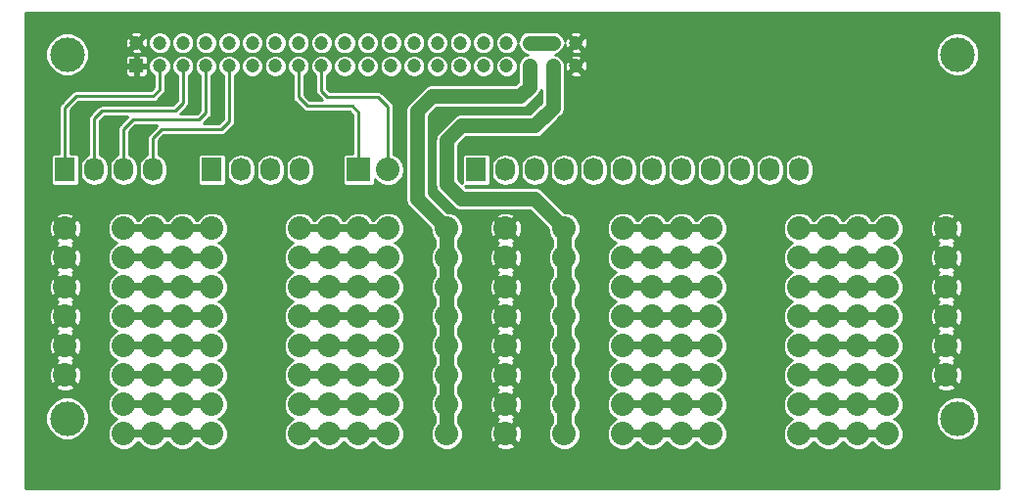
<source format=gbr>
G04 #@! TF.GenerationSoftware,KiCad,Pcbnew,5.0.2-5.fc29*
G04 #@! TF.CreationDate,2019-02-22T01:59:12+05:30*
G04 #@! TF.ProjectId,proto-mezzanine,70726f74-6f2d-46d6-957a-7a616e696e65,A*
G04 #@! TF.SameCoordinates,Original*
G04 #@! TF.FileFunction,Copper,L1,Top*
G04 #@! TF.FilePolarity,Positive*
%FSLAX46Y46*%
G04 Gerber Fmt 4.6, Leading zero omitted, Abs format (unit mm)*
G04 Created by KiCad (PCBNEW 5.0.2-5.fc29) date Fri 22 Feb 2019 01:59:12 AM IST*
%MOMM*%
%LPD*%
G01*
G04 APERTURE LIST*
G04 #@! TA.AperFunction,ComponentPad*
%ADD10C,2.032000*%
G04 #@! TD*
G04 #@! TA.AperFunction,ComponentPad*
%ADD11R,2.032000X2.032000*%
G04 #@! TD*
G04 #@! TA.AperFunction,ComponentPad*
%ADD12O,2.032000X2.032000*%
G04 #@! TD*
G04 #@! TA.AperFunction,ComponentPad*
%ADD13O,1.727200X2.032000*%
G04 #@! TD*
G04 #@! TA.AperFunction,ComponentPad*
%ADD14R,1.727200X2.032000*%
G04 #@! TD*
G04 #@! TA.AperFunction,ComponentPad*
%ADD15R,1.200000X1.200000*%
G04 #@! TD*
G04 #@! TA.AperFunction,ComponentPad*
%ADD16C,1.200000*%
G04 #@! TD*
G04 #@! TA.AperFunction,ComponentPad*
%ADD17C,3.000000*%
G04 #@! TD*
G04 #@! TA.AperFunction,Conductor*
%ADD18C,0.635000*%
G04 #@! TD*
G04 #@! TA.AperFunction,Conductor*
%ADD19C,1.270000*%
G04 #@! TD*
G04 #@! TA.AperFunction,Conductor*
%ADD20C,0.254000*%
G04 #@! TD*
G04 APERTURE END LIST*
D10*
G04 #@! TO.P,J1,1*
G04 #@! TO.N,GND*
X180010000Y-119050000D03*
G04 #@! TD*
G04 #@! TO.P,J1,1*
G04 #@! TO.N,GND*
X180010000Y-121590000D03*
G04 #@! TD*
G04 #@! TO.P,J1,1*
G04 #@! TO.N,GND*
X180010000Y-129210000D03*
G04 #@! TD*
G04 #@! TO.P,J1,1*
G04 #@! TO.N,GND*
X180010000Y-126670000D03*
G04 #@! TD*
G04 #@! TO.P,J1,1*
G04 #@! TO.N,GND*
X180010000Y-131750000D03*
G04 #@! TD*
G04 #@! TO.P,J1,1*
G04 #@! TO.N,GND*
X180010000Y-124130000D03*
G04 #@! TD*
G04 #@! TO.P,J1,1*
G04 #@! TO.N,+1V8*
X136830000Y-129210000D03*
G04 #@! TD*
G04 #@! TO.P,J1,1*
G04 #@! TO.N,+1V8*
X136830000Y-131750000D03*
G04 #@! TD*
G04 #@! TO.P,J1,1*
G04 #@! TO.N,+1V8*
X136830000Y-136830000D03*
G04 #@! TD*
G04 #@! TO.P,J1,1*
G04 #@! TO.N,+1V8*
X136830000Y-134290000D03*
G04 #@! TD*
G04 #@! TO.P,J1,1*
G04 #@! TO.N,+1V8*
X136830000Y-124130000D03*
G04 #@! TD*
G04 #@! TO.P,J1,1*
G04 #@! TO.N,+1V8*
X136830000Y-126670000D03*
G04 #@! TD*
G04 #@! TO.P,J1,1*
G04 #@! TO.N,+1V8*
X136830000Y-121590000D03*
G04 #@! TD*
G04 #@! TO.P,J1,1*
G04 #@! TO.N,+5V*
X146990000Y-136830000D03*
G04 #@! TD*
G04 #@! TO.P,J1,1*
G04 #@! TO.N,+5V*
X146990000Y-134290000D03*
G04 #@! TD*
G04 #@! TO.P,J1,1*
G04 #@! TO.N,+5V*
X146990000Y-131750000D03*
G04 #@! TD*
G04 #@! TO.P,J1,1*
G04 #@! TO.N,+5V*
X146990000Y-129210000D03*
G04 #@! TD*
G04 #@! TO.P,J1,1*
G04 #@! TO.N,+5V*
X146990000Y-126670000D03*
G04 #@! TD*
G04 #@! TO.P,J1,1*
G04 #@! TO.N,+5V*
X146990000Y-124130000D03*
G04 #@! TD*
G04 #@! TO.P,J1,1*
G04 #@! TO.N,+5V*
X146990000Y-121590000D03*
G04 #@! TD*
G04 #@! TO.P,J1,1*
G04 #@! TO.N,+5V*
X146990000Y-119050000D03*
G04 #@! TD*
G04 #@! TO.P,J1,1*
G04 #@! TO.N,GND*
X141910000Y-131750000D03*
G04 #@! TD*
G04 #@! TO.P,J1,1*
G04 #@! TO.N,GND*
X141910000Y-129210000D03*
G04 #@! TD*
G04 #@! TO.P,J1,1*
G04 #@! TO.N,GND*
X141910000Y-136830000D03*
G04 #@! TD*
G04 #@! TO.P,J1,1*
G04 #@! TO.N,GND*
X141910000Y-134290000D03*
G04 #@! TD*
G04 #@! TO.P,J1,1*
G04 #@! TO.N,GND*
X141910000Y-126670000D03*
G04 #@! TD*
G04 #@! TO.P,J1,1*
G04 #@! TO.N,GND*
X141910000Y-124130000D03*
G04 #@! TD*
G04 #@! TO.P,J1,1*
G04 #@! TO.N,GND*
X141910000Y-121590000D03*
G04 #@! TD*
G04 #@! TO.P,J1,1*
G04 #@! TO.N,GND*
X141910000Y-119050000D03*
G04 #@! TD*
G04 #@! TO.P,J1,1*
G04 #@! TO.N,GND*
X103810000Y-131750000D03*
G04 #@! TD*
G04 #@! TO.P,J1,1*
G04 #@! TO.N,GND*
X103810000Y-129210000D03*
G04 #@! TD*
G04 #@! TO.P,J1,1*
G04 #@! TO.N,GND*
X103810000Y-126670000D03*
G04 #@! TD*
G04 #@! TO.P,J1,1*
G04 #@! TO.N,GND*
X103810000Y-121590000D03*
G04 #@! TD*
G04 #@! TO.P,J1,1*
G04 #@! TO.N,GND*
X103810000Y-119050000D03*
G04 #@! TD*
G04 #@! TO.P,J1,1*
G04 #@! TO.N,N/C*
X174930000Y-134290000D03*
G04 #@! TD*
G04 #@! TO.P,J1,1*
G04 #@! TO.N,N/C*
X169850000Y-124130000D03*
G04 #@! TD*
G04 #@! TO.P,J1,1*
G04 #@! TO.N,N/C*
X172390000Y-131750000D03*
G04 #@! TD*
G04 #@! TO.P,J1,1*
G04 #@! TO.N,N/C*
X174930000Y-131750000D03*
G04 #@! TD*
G04 #@! TO.P,J1,1*
G04 #@! TO.N,N/C*
X157150000Y-119050000D03*
G04 #@! TD*
G04 #@! TO.P,J1,1*
G04 #@! TO.N,N/C*
X154610000Y-136830000D03*
G04 #@! TD*
G04 #@! TO.P,J1,1*
G04 #@! TO.N,N/C*
X159690000Y-121590000D03*
G04 #@! TD*
G04 #@! TO.P,J1,1*
G04 #@! TO.N,N/C*
X172390000Y-126670000D03*
G04 #@! TD*
G04 #@! TO.P,J1,1*
G04 #@! TO.N,N/C*
X159690000Y-126670000D03*
G04 #@! TD*
G04 #@! TO.P,J1,1*
G04 #@! TO.N,N/C*
X154610000Y-124130000D03*
G04 #@! TD*
G04 #@! TO.P,J1,1*
G04 #@! TO.N,N/C*
X157150000Y-129210000D03*
G04 #@! TD*
G04 #@! TO.P,J1,1*
G04 #@! TO.N,N/C*
X159690000Y-129210000D03*
G04 #@! TD*
G04 #@! TO.P,J1,1*
G04 #@! TO.N,N/C*
X152070000Y-129210000D03*
G04 #@! TD*
G04 #@! TO.P,J1,1*
G04 #@! TO.N,N/C*
X154610000Y-119050000D03*
G04 #@! TD*
G04 #@! TO.P,J1,1*
G04 #@! TO.N,N/C*
X167310000Y-134290000D03*
G04 #@! TD*
G04 #@! TO.P,J1,1*
G04 #@! TO.N,N/C*
X174930000Y-129210000D03*
G04 #@! TD*
G04 #@! TO.P,J1,1*
G04 #@! TO.N,N/C*
X174930000Y-119050000D03*
G04 #@! TD*
G04 #@! TO.P,J1,1*
G04 #@! TO.N,N/C*
X154610000Y-131750000D03*
G04 #@! TD*
G04 #@! TO.P,J1,1*
G04 #@! TO.N,N/C*
X174930000Y-126670000D03*
G04 #@! TD*
G04 #@! TO.P,J1,1*
G04 #@! TO.N,N/C*
X157150000Y-121590000D03*
G04 #@! TD*
G04 #@! TO.P,J1,1*
G04 #@! TO.N,N/C*
X157150000Y-124130000D03*
G04 #@! TD*
G04 #@! TO.P,J1,1*
G04 #@! TO.N,N/C*
X167310000Y-129210000D03*
G04 #@! TD*
G04 #@! TO.P,J1,1*
G04 #@! TO.N,N/C*
X172390000Y-121590000D03*
G04 #@! TD*
G04 #@! TO.P,J1,1*
G04 #@! TO.N,N/C*
X169850000Y-129210000D03*
G04 #@! TD*
G04 #@! TO.P,J1,1*
G04 #@! TO.N,N/C*
X169850000Y-126670000D03*
G04 #@! TD*
G04 #@! TO.P,J1,1*
G04 #@! TO.N,N/C*
X167310000Y-124130000D03*
G04 #@! TD*
G04 #@! TO.P,J1,1*
G04 #@! TO.N,N/C*
X169850000Y-131750000D03*
G04 #@! TD*
G04 #@! TO.P,J1,1*
G04 #@! TO.N,N/C*
X152070000Y-119050000D03*
G04 #@! TD*
G04 #@! TO.P,J1,1*
G04 #@! TO.N,N/C*
X152070000Y-124130000D03*
G04 #@! TD*
G04 #@! TO.P,J1,1*
G04 #@! TO.N,N/C*
X167310000Y-121590000D03*
G04 #@! TD*
G04 #@! TO.P,J1,1*
G04 #@! TO.N,N/C*
X174930000Y-136830000D03*
G04 #@! TD*
G04 #@! TO.P,J1,1*
G04 #@! TO.N,N/C*
X172390000Y-124130000D03*
G04 #@! TD*
G04 #@! TO.P,J1,1*
G04 #@! TO.N,N/C*
X152070000Y-126670000D03*
G04 #@! TD*
G04 #@! TO.P,J1,1*
G04 #@! TO.N,N/C*
X169850000Y-136830000D03*
G04 #@! TD*
G04 #@! TO.P,J1,1*
G04 #@! TO.N,N/C*
X172390000Y-119050000D03*
G04 #@! TD*
G04 #@! TO.P,J1,1*
G04 #@! TO.N,N/C*
X152070000Y-121590000D03*
G04 #@! TD*
G04 #@! TO.P,J1,1*
G04 #@! TO.N,N/C*
X152070000Y-134290000D03*
G04 #@! TD*
G04 #@! TO.P,J1,1*
G04 #@! TO.N,N/C*
X152070000Y-136830000D03*
G04 #@! TD*
G04 #@! TO.P,J1,1*
G04 #@! TO.N,N/C*
X167310000Y-136830000D03*
G04 #@! TD*
G04 #@! TO.P,J1,1*
G04 #@! TO.N,N/C*
X167310000Y-131750000D03*
G04 #@! TD*
G04 #@! TO.P,J1,1*
G04 #@! TO.N,N/C*
X167310000Y-119050000D03*
G04 #@! TD*
G04 #@! TO.P,J1,1*
G04 #@! TO.N,N/C*
X174930000Y-124130000D03*
G04 #@! TD*
G04 #@! TO.P,J1,1*
G04 #@! TO.N,N/C*
X172390000Y-129210000D03*
G04 #@! TD*
G04 #@! TO.P,J1,1*
G04 #@! TO.N,N/C*
X159690000Y-131750000D03*
G04 #@! TD*
G04 #@! TO.P,J1,1*
G04 #@! TO.N,N/C*
X169850000Y-134290000D03*
G04 #@! TD*
G04 #@! TO.P,J1,1*
G04 #@! TO.N,N/C*
X172390000Y-134290000D03*
G04 #@! TD*
G04 #@! TO.P,J1,1*
G04 #@! TO.N,N/C*
X174930000Y-121590000D03*
G04 #@! TD*
G04 #@! TO.P,J1,1*
G04 #@! TO.N,N/C*
X157150000Y-134290000D03*
G04 #@! TD*
G04 #@! TO.P,J1,1*
G04 #@! TO.N,N/C*
X157150000Y-126670000D03*
G04 #@! TD*
G04 #@! TO.P,J1,1*
G04 #@! TO.N,N/C*
X169850000Y-119050000D03*
G04 #@! TD*
G04 #@! TO.P,J1,1*
G04 #@! TO.N,N/C*
X157150000Y-136830000D03*
G04 #@! TD*
G04 #@! TO.P,J1,1*
G04 #@! TO.N,N/C*
X169850000Y-121590000D03*
G04 #@! TD*
G04 #@! TO.P,J1,1*
G04 #@! TO.N,N/C*
X159690000Y-134290000D03*
G04 #@! TD*
G04 #@! TO.P,J1,1*
G04 #@! TO.N,N/C*
X157150000Y-131750000D03*
G04 #@! TD*
G04 #@! TO.P,J1,1*
G04 #@! TO.N,N/C*
X167310000Y-126670000D03*
G04 #@! TD*
G04 #@! TO.P,J1,1*
G04 #@! TO.N,N/C*
X159690000Y-119050000D03*
G04 #@! TD*
G04 #@! TO.P,J1,1*
G04 #@! TO.N,N/C*
X172390000Y-136830000D03*
G04 #@! TD*
G04 #@! TO.P,J1,1*
G04 #@! TO.N,N/C*
X152070000Y-131750000D03*
G04 #@! TD*
G04 #@! TO.P,J1,1*
G04 #@! TO.N,N/C*
X154610000Y-126670000D03*
G04 #@! TD*
G04 #@! TO.P,J1,1*
G04 #@! TO.N,N/C*
X154610000Y-134290000D03*
G04 #@! TD*
G04 #@! TO.P,J1,1*
G04 #@! TO.N,N/C*
X154610000Y-129210000D03*
G04 #@! TD*
G04 #@! TO.P,J1,1*
G04 #@! TO.N,N/C*
X159690000Y-136830000D03*
G04 #@! TD*
G04 #@! TO.P,J1,1*
G04 #@! TO.N,N/C*
X154610000Y-121590000D03*
G04 #@! TD*
G04 #@! TO.P,J1,1*
G04 #@! TO.N,N/C*
X159690000Y-124130000D03*
G04 #@! TD*
G04 #@! TO.P,J1,1*
G04 #@! TO.N,+1V8*
X136830000Y-119050000D03*
G04 #@! TD*
G04 #@! TO.P,J1,1*
G04 #@! TO.N,N/C*
X129210000Y-119050000D03*
G04 #@! TD*
G04 #@! TO.P,J1,1*
G04 #@! TO.N,N/C*
X126670000Y-136830000D03*
G04 #@! TD*
G04 #@! TO.P,J1,1*
G04 #@! TO.N,N/C*
X131750000Y-121590000D03*
G04 #@! TD*
G04 #@! TO.P,J1,1*
G04 #@! TO.N,N/C*
X131750000Y-126670000D03*
G04 #@! TD*
G04 #@! TO.P,J1,1*
G04 #@! TO.N,N/C*
X126670000Y-124130000D03*
G04 #@! TD*
G04 #@! TO.P,J1,1*
G04 #@! TO.N,N/C*
X129210000Y-129210000D03*
G04 #@! TD*
G04 #@! TO.P,J1,1*
G04 #@! TO.N,N/C*
X131750000Y-129210000D03*
G04 #@! TD*
G04 #@! TO.P,J1,1*
G04 #@! TO.N,N/C*
X124130000Y-129210000D03*
G04 #@! TD*
G04 #@! TO.P,J1,1*
G04 #@! TO.N,N/C*
X126670000Y-119050000D03*
G04 #@! TD*
G04 #@! TO.P,J1,1*
G04 #@! TO.N,N/C*
X126670000Y-131750000D03*
G04 #@! TD*
G04 #@! TO.P,J1,1*
G04 #@! TO.N,N/C*
X129210000Y-121590000D03*
G04 #@! TD*
G04 #@! TO.P,J1,1*
G04 #@! TO.N,N/C*
X129210000Y-124130000D03*
G04 #@! TD*
G04 #@! TO.P,J1,1*
G04 #@! TO.N,N/C*
X124130000Y-119050000D03*
G04 #@! TD*
G04 #@! TO.P,J1,1*
G04 #@! TO.N,N/C*
X124130000Y-124130000D03*
G04 #@! TD*
G04 #@! TO.P,J1,1*
G04 #@! TO.N,N/C*
X124130000Y-126670000D03*
G04 #@! TD*
G04 #@! TO.P,J1,1*
G04 #@! TO.N,N/C*
X124130000Y-121590000D03*
G04 #@! TD*
G04 #@! TO.P,J1,1*
G04 #@! TO.N,N/C*
X124130000Y-134290000D03*
G04 #@! TD*
G04 #@! TO.P,J1,1*
G04 #@! TO.N,N/C*
X124130000Y-136830000D03*
G04 #@! TD*
G04 #@! TO.P,J1,1*
G04 #@! TO.N,N/C*
X131750000Y-131750000D03*
G04 #@! TD*
G04 #@! TO.P,J1,1*
G04 #@! TO.N,N/C*
X129210000Y-134290000D03*
G04 #@! TD*
G04 #@! TO.P,J1,1*
G04 #@! TO.N,N/C*
X129210000Y-126670000D03*
G04 #@! TD*
G04 #@! TO.P,J1,1*
G04 #@! TO.N,N/C*
X129210000Y-136830000D03*
G04 #@! TD*
G04 #@! TO.P,J1,1*
G04 #@! TO.N,N/C*
X131750000Y-134290000D03*
G04 #@! TD*
G04 #@! TO.P,J1,1*
G04 #@! TO.N,N/C*
X129210000Y-131750000D03*
G04 #@! TD*
G04 #@! TO.P,J1,1*
G04 #@! TO.N,N/C*
X131750000Y-119050000D03*
G04 #@! TD*
G04 #@! TO.P,J1,1*
G04 #@! TO.N,N/C*
X124130000Y-131750000D03*
G04 #@! TD*
G04 #@! TO.P,J1,1*
G04 #@! TO.N,N/C*
X126670000Y-126670000D03*
G04 #@! TD*
G04 #@! TO.P,J1,1*
G04 #@! TO.N,N/C*
X126670000Y-134290000D03*
G04 #@! TD*
G04 #@! TO.P,J1,1*
G04 #@! TO.N,N/C*
X126670000Y-129210000D03*
G04 #@! TD*
G04 #@! TO.P,J1,1*
G04 #@! TO.N,N/C*
X131750000Y-136830000D03*
G04 #@! TD*
G04 #@! TO.P,J1,1*
G04 #@! TO.N,N/C*
X126670000Y-121590000D03*
G04 #@! TD*
G04 #@! TO.P,J1,1*
G04 #@! TO.N,N/C*
X131750000Y-124130000D03*
G04 #@! TD*
G04 #@! TO.P,J1,1*
G04 #@! TO.N,N/C*
X111430000Y-124130000D03*
G04 #@! TD*
G04 #@! TO.P,J1,1*
G04 #@! TO.N,N/C*
X113970000Y-129210000D03*
G04 #@! TD*
G04 #@! TO.P,J1,1*
G04 #@! TO.N,N/C*
X116510000Y-129210000D03*
G04 #@! TD*
G04 #@! TO.P,J1,1*
G04 #@! TO.N,N/C*
X108890000Y-129210000D03*
G04 #@! TD*
G04 #@! TO.P,J1,1*
G04 #@! TO.N,N/C*
X111430000Y-119050000D03*
G04 #@! TD*
G04 #@! TO.P,J1,1*
G04 #@! TO.N,N/C*
X116510000Y-126670000D03*
G04 #@! TD*
G04 #@! TO.P,J1,1*
G04 #@! TO.N,N/C*
X108890000Y-126670000D03*
G04 #@! TD*
G04 #@! TO.P,J1,1*
G04 #@! TO.N,N/C*
X108890000Y-121590000D03*
G04 #@! TD*
G04 #@! TO.P,J1,1*
G04 #@! TO.N,N/C*
X108890000Y-124130000D03*
G04 #@! TD*
G04 #@! TO.P,J1,1*
G04 #@! TO.N,N/C*
X113970000Y-126670000D03*
G04 #@! TD*
G04 #@! TO.P,J1,1*
G04 #@! TO.N,N/C*
X116510000Y-119050000D03*
G04 #@! TD*
G04 #@! TO.P,J1,1*
G04 #@! TO.N,N/C*
X113970000Y-121590000D03*
G04 #@! TD*
G04 #@! TO.P,J1,1*
G04 #@! TO.N,N/C*
X111430000Y-126670000D03*
G04 #@! TD*
G04 #@! TO.P,J1,1*
G04 #@! TO.N,N/C*
X113970000Y-124130000D03*
G04 #@! TD*
G04 #@! TO.P,J1,1*
G04 #@! TO.N,N/C*
X116510000Y-121590000D03*
G04 #@! TD*
G04 #@! TO.P,J1,1*
G04 #@! TO.N,N/C*
X113970000Y-119050000D03*
G04 #@! TD*
G04 #@! TO.P,J1,1*
G04 #@! TO.N,N/C*
X111430000Y-129210000D03*
G04 #@! TD*
G04 #@! TO.P,J1,1*
G04 #@! TO.N,N/C*
X108890000Y-119050000D03*
G04 #@! TD*
G04 #@! TO.P,J1,1*
G04 #@! TO.N,N/C*
X111430000Y-121590000D03*
G04 #@! TD*
G04 #@! TO.P,J1,1*
G04 #@! TO.N,N/C*
X116510000Y-124130000D03*
G04 #@! TD*
G04 #@! TO.P,J1,1*
G04 #@! TO.N,N/C*
X116510000Y-134290000D03*
G04 #@! TD*
G04 #@! TO.P,J1,1*
G04 #@! TO.N,N/C*
X113970000Y-131750000D03*
G04 #@! TD*
G04 #@! TO.P,J1,1*
G04 #@! TO.N,N/C*
X116510000Y-136830000D03*
G04 #@! TD*
G04 #@! TO.P,J1,1*
G04 #@! TO.N,N/C*
X113970000Y-136830000D03*
G04 #@! TD*
G04 #@! TO.P,J1,1*
G04 #@! TO.N,N/C*
X116510000Y-131750000D03*
G04 #@! TD*
G04 #@! TO.P,J1,1*
G04 #@! TO.N,N/C*
X113970000Y-134290000D03*
G04 #@! TD*
G04 #@! TO.P,J1,1*
G04 #@! TO.N,N/C*
X108890000Y-134290000D03*
G04 #@! TD*
G04 #@! TO.P,J1,1*
G04 #@! TO.N,N/C*
X108890000Y-131750000D03*
G04 #@! TD*
G04 #@! TO.P,J1,1*
G04 #@! TO.N,N/C*
X108890000Y-136830000D03*
G04 #@! TD*
G04 #@! TO.P,J1,1*
G04 #@! TO.N,N/C*
X111430000Y-134290000D03*
G04 #@! TD*
G04 #@! TO.P,J1,1*
G04 #@! TO.N,N/C*
X111430000Y-136830000D03*
G04 #@! TD*
G04 #@! TO.P,J1,1*
G04 #@! TO.N,N/C*
X111430000Y-131750000D03*
G04 #@! TD*
G04 #@! TO.P,J1,1*
G04 #@! TO.N,GND*
X103810000Y-124130000D03*
G04 #@! TD*
D11*
G04 #@! TO.P,J3,1*
G04 #@! TO.N,I2C0_SCL*
X129210000Y-113970000D03*
D12*
G04 #@! TO.P,J3,2*
G04 #@! TO.N,I2C0_SDA*
X131750000Y-113970000D03*
G04 #@! TD*
D13*
G04 #@! TO.P,J2,4*
G04 #@! TO.N,SPIO_DOUT*
X124130000Y-113970000D03*
G04 #@! TO.P,J2,3*
G04 #@! TO.N,SPIO_CS*
X121590000Y-113970000D03*
G04 #@! TO.P,J2,2*
G04 #@! TO.N,SPIO_DIN*
X119050000Y-113970000D03*
D14*
G04 #@! TO.P,J2,1*
G04 #@! TO.N,SPIO_SCL*
X116510000Y-113970000D03*
G04 #@! TD*
G04 #@! TO.P,J1,1*
G04 #@! TO.N,UART0_CTS*
X103810000Y-113970000D03*
D13*
G04 #@! TO.P,J1,2*
G04 #@! TO.N,UART0_TX*
X106350000Y-113970000D03*
G04 #@! TO.P,J1,3*
G04 #@! TO.N,UART0_RX*
X108890000Y-113970000D03*
G04 #@! TO.P,J1,4*
G04 #@! TO.N,UART0_RTS*
X111430000Y-113970000D03*
G04 #@! TD*
D14*
G04 #@! TO.P,J4,1*
G04 #@! TO.N,GPIO_A*
X139370000Y-113970000D03*
D13*
G04 #@! TO.P,J4,2*
G04 #@! TO.N,GPIO_B*
X141910000Y-113970000D03*
G04 #@! TO.P,J4,3*
G04 #@! TO.N,GPIO_C*
X144450000Y-113970000D03*
G04 #@! TO.P,J4,4*
G04 #@! TO.N,GPIO_D*
X146990000Y-113970000D03*
G04 #@! TO.P,J4,5*
G04 #@! TO.N,GPIO_E*
X149530000Y-113970000D03*
G04 #@! TO.P,J4,6*
G04 #@! TO.N,GPIO_F*
X152070000Y-113970000D03*
G04 #@! TO.P,J4,7*
G04 #@! TO.N,GPIO_G*
X154610000Y-113970000D03*
G04 #@! TO.P,J4,8*
G04 #@! TO.N,GPIO_H*
X157150000Y-113970000D03*
G04 #@! TO.P,J4,9*
G04 #@! TO.N,GPIO_I*
X159690000Y-113970000D03*
G04 #@! TO.P,J4,10*
G04 #@! TO.N,GPIO_J*
X162230000Y-113970000D03*
G04 #@! TO.P,J4,11*
G04 #@! TO.N,GPIO_K*
X164770000Y-113970000D03*
G04 #@! TO.P,J4,12*
G04 #@! TO.N,GPIO_L*
X167310000Y-113970000D03*
G04 #@! TD*
D15*
G04 #@! TO.P,P1,1*
G04 #@! TO.N,GND*
X110000000Y-105000000D03*
D16*
G04 #@! TO.P,P1,2*
X110000000Y-103000000D03*
G04 #@! TO.P,P1,3*
G04 #@! TO.N,UART0_CTS*
X112000000Y-105000000D03*
G04 #@! TO.P,P1,4*
G04 #@! TO.N,PWR_BTN_N*
X112000000Y-103000000D03*
G04 #@! TO.P,P1,5*
G04 #@! TO.N,UART0_TX*
X114000000Y-105000000D03*
G04 #@! TO.P,P1,6*
G04 #@! TO.N,RST_BTN_N*
X114000000Y-103000000D03*
G04 #@! TO.P,P1,7*
G04 #@! TO.N,UART0_RX*
X116000000Y-105000000D03*
G04 #@! TO.P,P1,8*
G04 #@! TO.N,SPIO_SCL*
X116000000Y-103000000D03*
G04 #@! TO.P,P1,9*
G04 #@! TO.N,UART0_RTS*
X118000000Y-105000000D03*
G04 #@! TO.P,P1,10*
G04 #@! TO.N,SPIO_DIN*
X118000000Y-103000000D03*
G04 #@! TO.P,P1,11*
G04 #@! TO.N,UART1_TX*
X120000000Y-105000000D03*
G04 #@! TO.P,P1,12*
G04 #@! TO.N,SPIO_CS*
X120000000Y-103000000D03*
G04 #@! TO.P,P1,13*
G04 #@! TO.N,UART1_RX*
X122000000Y-105000000D03*
G04 #@! TO.P,P1,14*
G04 #@! TO.N,SPIO_DOUT*
X122000000Y-103000000D03*
G04 #@! TO.P,P1,15*
G04 #@! TO.N,I2C0_SCL*
X124000000Y-105000000D03*
G04 #@! TO.P,P1,16*
G04 #@! TO.N,PCM_FS*
X124000000Y-103000000D03*
G04 #@! TO.P,P1,17*
G04 #@! TO.N,I2C0_SDA*
X126000000Y-105000000D03*
G04 #@! TO.P,P1,18*
G04 #@! TO.N,PCM_CLK*
X126000000Y-103000000D03*
G04 #@! TO.P,P1,19*
G04 #@! TO.N,I2C1_SCL*
X128000000Y-105000000D03*
G04 #@! TO.P,P1,20*
G04 #@! TO.N,PCM_DO*
X128000000Y-103000000D03*
G04 #@! TO.P,P1,21*
G04 #@! TO.N,I2C1_SDA*
X130000000Y-105000000D03*
G04 #@! TO.P,P1,22*
G04 #@! TO.N,PCM_DI*
X130000000Y-103000000D03*
G04 #@! TO.P,P1,23*
G04 #@! TO.N,GPIO_A*
X132000000Y-105000000D03*
G04 #@! TO.P,P1,24*
G04 #@! TO.N,GPIO_B*
X132000000Y-103000000D03*
G04 #@! TO.P,P1,25*
G04 #@! TO.N,GPIO_C*
X134000000Y-105000000D03*
G04 #@! TO.P,P1,26*
G04 #@! TO.N,GPIO_D*
X134000000Y-103000000D03*
G04 #@! TO.P,P1,27*
G04 #@! TO.N,GPIO_E*
X136000000Y-105000000D03*
G04 #@! TO.P,P1,28*
G04 #@! TO.N,GPIO_F*
X136000000Y-103000000D03*
G04 #@! TO.P,P1,29*
G04 #@! TO.N,GPIO_G*
X138000000Y-105000000D03*
G04 #@! TO.P,P1,30*
G04 #@! TO.N,GPIO_H*
X138000000Y-103000000D03*
G04 #@! TO.P,P1,31*
G04 #@! TO.N,GPIO_I*
X140000000Y-105000000D03*
G04 #@! TO.P,P1,32*
G04 #@! TO.N,GPIO_J*
X140000000Y-103000000D03*
G04 #@! TO.P,P1,33*
G04 #@! TO.N,GPIO_K*
X142000000Y-105000000D03*
G04 #@! TO.P,P1,34*
G04 #@! TO.N,GPIO_L*
X142000000Y-103000000D03*
G04 #@! TO.P,P1,35*
G04 #@! TO.N,+1V8*
X144000000Y-105000000D03*
G04 #@! TO.P,P1,36*
G04 #@! TO.N,SYS_DCIN*
X144000000Y-103000000D03*
G04 #@! TO.P,P1,37*
G04 #@! TO.N,+5V*
X146000000Y-105000000D03*
G04 #@! TO.P,P1,38*
G04 #@! TO.N,SYS_DCIN*
X146000000Y-103000000D03*
G04 #@! TO.P,P1,39*
G04 #@! TO.N,GND*
X148000000Y-105000000D03*
G04 #@! TO.P,P1,40*
X148000000Y-103000000D03*
G04 #@! TD*
D17*
G04 #@! TO.P,REF\002A\002A,1*
G04 #@! TO.N,N/C*
X104000000Y-135500000D03*
G04 #@! TD*
G04 #@! TO.P,REF\002A\002A,1*
G04 #@! TO.N,N/C*
X181000000Y-135500000D03*
G04 #@! TD*
G04 #@! TO.P,REF\002A\002A,1*
G04 #@! TO.N,N/C*
X181000000Y-104000000D03*
G04 #@! TD*
G04 #@! TO.P,REF\002A\002A,1*
G04 #@! TO.N,N/C*
X104000000Y-104000000D03*
G04 #@! TD*
D18*
G04 #@! TO.N,*
X108890000Y-119050000D02*
X116510000Y-119050000D01*
X108890000Y-121590000D02*
X116510000Y-121590000D01*
X108890000Y-124130000D02*
X116510000Y-124130000D01*
X108890000Y-126670000D02*
X116510000Y-126670000D01*
X108890000Y-129210000D02*
X116510000Y-129210000D01*
X108890000Y-131750000D02*
X116510000Y-131750000D01*
X108890000Y-134290000D02*
X116510000Y-134290000D01*
X108890000Y-136830000D02*
X116510000Y-136830000D01*
X174930000Y-136830000D02*
X167310000Y-136830000D01*
X167310000Y-134290000D02*
X174930000Y-134290000D01*
X174930000Y-131750000D02*
X167310000Y-131750000D01*
X167310000Y-129210000D02*
X174930000Y-129210000D01*
X174930000Y-126670000D02*
X167310000Y-126670000D01*
X167310000Y-124130000D02*
X174930000Y-124130000D01*
X174930000Y-121590000D02*
X167310000Y-121590000D01*
X167310000Y-119050000D02*
X174930000Y-119050000D01*
X152070000Y-136830000D02*
X159690000Y-136830000D01*
X152070000Y-134290000D02*
X159690000Y-134290000D01*
X152070000Y-131750000D02*
X159690000Y-131750000D01*
X152070000Y-129210000D02*
X159690000Y-129210000D01*
X152070000Y-126670000D02*
X159690000Y-126670000D01*
X152070000Y-124130000D02*
X159690000Y-124130000D01*
X152070000Y-121590000D02*
X159690000Y-121590000D01*
X152070000Y-119050000D02*
X159690000Y-119050000D01*
X124130000Y-136830000D02*
X131750000Y-136830000D01*
X124130000Y-134290000D02*
X131750000Y-134290000D01*
X124130000Y-131750000D02*
X131750000Y-131750000D01*
X124130000Y-129210000D02*
X131750000Y-129210000D01*
X124130000Y-126670000D02*
X131750000Y-126670000D01*
X124130000Y-124130000D02*
X131750000Y-124130000D01*
X124130000Y-121590000D02*
X131750000Y-121590000D01*
X124130000Y-119050000D02*
X131750000Y-119050000D01*
D19*
G04 #@! TO.N,+1V8*
X136830000Y-121590000D02*
X136830000Y-119050000D01*
X136830000Y-124130000D02*
X136830000Y-121590000D01*
X136830000Y-126670000D02*
X136830000Y-124130000D01*
X136830000Y-129210000D02*
X136830000Y-126670000D01*
X136830000Y-131750000D02*
X136830000Y-129210000D01*
X136830000Y-134290000D02*
X136830000Y-131750000D01*
X136830000Y-136830000D02*
X136830000Y-134290000D01*
X144000000Y-105000000D02*
X144000000Y-106800000D01*
X144000000Y-106800000D02*
X143180000Y-107620000D01*
X143180000Y-107620000D02*
X135560000Y-107620000D01*
X135560000Y-107620000D02*
X134290000Y-108890000D01*
X134290000Y-108890000D02*
X134290000Y-116510000D01*
X134290000Y-116510000D02*
X136830000Y-119050000D01*
G04 #@! TO.N,+5V*
X146990000Y-121590000D02*
X146990000Y-119050000D01*
X146990000Y-124130000D02*
X146990000Y-121590000D01*
X146990000Y-126670000D02*
X146990000Y-124130000D01*
X146990000Y-129210000D02*
X146990000Y-126670000D01*
X146990000Y-131750000D02*
X146990000Y-129210000D01*
X146990000Y-134290000D02*
X146990000Y-131750000D01*
X146990000Y-136830000D02*
X146990000Y-134290000D01*
X146000000Y-105000000D02*
X146000000Y-108610000D01*
X146000000Y-108610000D02*
X144450000Y-110160000D01*
X144450000Y-110160000D02*
X138100000Y-110160000D01*
X138100000Y-110160000D02*
X136830000Y-111430000D01*
X144450000Y-116510000D02*
X146990000Y-119050000D01*
X136830000Y-111430000D02*
X136830000Y-115240000D01*
X136830000Y-115240000D02*
X138100000Y-116510000D01*
X138100000Y-116510000D02*
X144450000Y-116510000D01*
D20*
G04 #@! TO.N,I2C0_SCL*
X129210000Y-109044940D02*
X129210000Y-113970000D01*
X124000000Y-105000000D02*
X124000000Y-107718600D01*
X124000000Y-107718600D02*
X124765000Y-108483600D01*
X124765000Y-108483600D02*
X128648660Y-108483600D01*
X128648660Y-108483600D02*
X129210000Y-109044940D01*
G04 #@! TO.N,I2C0_SDA*
X131750000Y-108536940D02*
X131750000Y-113970000D01*
X130883860Y-107670800D02*
X131750000Y-108536940D01*
X126492200Y-107670800D02*
X130883860Y-107670800D01*
X126492200Y-107670800D02*
X126000000Y-107178600D01*
X126000000Y-107178600D02*
X126000000Y-105000000D01*
D19*
G04 #@! TO.N,SYS_DCIN*
X144000000Y-103000000D02*
X146000000Y-103000000D01*
D20*
G04 #@! TO.N,UART0_CTS*
X103810000Y-108569960D02*
X103810000Y-113970000D01*
X111430000Y-107620000D02*
X106123940Y-107620000D01*
X106123940Y-107620000D02*
X105842000Y-107620000D01*
X104759960Y-107620000D02*
X106123940Y-107620000D01*
X104759960Y-107620000D02*
X103810000Y-108569960D01*
X112000000Y-105000000D02*
X112000000Y-107050000D01*
X112000000Y-107050000D02*
X111430000Y-107620000D01*
G04 #@! TO.N,UART0_TX*
X106350000Y-109540240D02*
X106350000Y-113970000D01*
X113309600Y-108890000D02*
X108968740Y-108890000D01*
X108968740Y-108890000D02*
X108356600Y-108890000D01*
X107000240Y-108890000D02*
X108968740Y-108890000D01*
X107000240Y-108890000D02*
X106350000Y-109540240D01*
X114000000Y-105000000D02*
X114000000Y-108199600D01*
X114000000Y-108199600D02*
X113309600Y-108890000D01*
G04 #@! TO.N,UART0_RX*
X108890000Y-110457180D02*
X108890000Y-113970000D01*
X115417800Y-109652000D02*
X111089640Y-109652000D01*
X111089640Y-109652000D02*
X110718800Y-109652000D01*
X109695180Y-109652000D02*
X111089640Y-109652000D01*
X109695180Y-109652000D02*
X108890000Y-110457180D01*
X116000000Y-105000000D02*
X116000000Y-105848528D01*
X116000000Y-105848528D02*
X116002000Y-105850528D01*
X116002000Y-105850528D02*
X116002000Y-109067800D01*
X116002000Y-109067800D02*
X115417800Y-109652000D01*
G04 #@! TO.N,UART0_RTS*
X111430000Y-111226800D02*
X111430000Y-113970000D01*
X113258800Y-110515600D02*
X113934440Y-110515600D01*
X113934440Y-110515600D02*
X117322800Y-110515600D01*
X112141200Y-110515600D02*
X113934440Y-110515600D01*
X112141200Y-110515600D02*
X111430000Y-111226800D01*
X117322800Y-110515600D02*
X118000000Y-109838400D01*
X118000000Y-109838400D02*
X118000000Y-105000000D01*
G04 #@! TD*
G04 #@! TO.N,GND*
G36*
X184569001Y-141569000D02*
X100431000Y-141569000D01*
X100431000Y-135125846D01*
X102119000Y-135125846D01*
X102119000Y-135874154D01*
X102405365Y-136565501D01*
X102934499Y-137094635D01*
X103625846Y-137381000D01*
X104374154Y-137381000D01*
X105065501Y-137094635D01*
X105594635Y-136565501D01*
X105881000Y-135874154D01*
X105881000Y-135125846D01*
X105594635Y-134434499D01*
X105065501Y-133905365D01*
X104374154Y-133619000D01*
X103625846Y-133619000D01*
X102934499Y-133905365D01*
X102405365Y-134434499D01*
X102119000Y-135125846D01*
X100431000Y-135125846D01*
X100431000Y-132775332D01*
X102964273Y-132775332D01*
X103078857Y-132972397D01*
X103602302Y-133159144D01*
X104157368Y-133131362D01*
X104541143Y-132972397D01*
X104655727Y-132775332D01*
X103810000Y-131929605D01*
X102964273Y-132775332D01*
X100431000Y-132775332D01*
X100431000Y-131542302D01*
X102400856Y-131542302D01*
X102428638Y-132097368D01*
X102587603Y-132481143D01*
X102784668Y-132595727D01*
X103630395Y-131750000D01*
X103989605Y-131750000D01*
X104835332Y-132595727D01*
X105032397Y-132481143D01*
X105219144Y-131957698D01*
X105191362Y-131402632D01*
X105032397Y-131018857D01*
X104835332Y-130904273D01*
X103989605Y-131750000D01*
X103630395Y-131750000D01*
X102784668Y-130904273D01*
X102587603Y-131018857D01*
X102400856Y-131542302D01*
X100431000Y-131542302D01*
X100431000Y-130235332D01*
X102964273Y-130235332D01*
X103078857Y-130432397D01*
X103202344Y-130476453D01*
X103078857Y-130527603D01*
X102964273Y-130724668D01*
X103810000Y-131570395D01*
X104655727Y-130724668D01*
X104541143Y-130527603D01*
X104417656Y-130483547D01*
X104541143Y-130432397D01*
X104655727Y-130235332D01*
X103810000Y-129389605D01*
X102964273Y-130235332D01*
X100431000Y-130235332D01*
X100431000Y-129002302D01*
X102400856Y-129002302D01*
X102428638Y-129557368D01*
X102587603Y-129941143D01*
X102784668Y-130055727D01*
X103630395Y-129210000D01*
X103989605Y-129210000D01*
X104835332Y-130055727D01*
X105032397Y-129941143D01*
X105219144Y-129417698D01*
X105191362Y-128862632D01*
X105032397Y-128478857D01*
X104835332Y-128364273D01*
X103989605Y-129210000D01*
X103630395Y-129210000D01*
X102784668Y-128364273D01*
X102587603Y-128478857D01*
X102400856Y-129002302D01*
X100431000Y-129002302D01*
X100431000Y-127695332D01*
X102964273Y-127695332D01*
X103078857Y-127892397D01*
X103202344Y-127936453D01*
X103078857Y-127987603D01*
X102964273Y-128184668D01*
X103810000Y-129030395D01*
X104655727Y-128184668D01*
X104541143Y-127987603D01*
X104417656Y-127943547D01*
X104541143Y-127892397D01*
X104655727Y-127695332D01*
X103810000Y-126849605D01*
X102964273Y-127695332D01*
X100431000Y-127695332D01*
X100431000Y-126462302D01*
X102400856Y-126462302D01*
X102428638Y-127017368D01*
X102587603Y-127401143D01*
X102784668Y-127515727D01*
X103630395Y-126670000D01*
X103989605Y-126670000D01*
X104835332Y-127515727D01*
X105032397Y-127401143D01*
X105219144Y-126877698D01*
X105191362Y-126322632D01*
X105032397Y-125938857D01*
X104835332Y-125824273D01*
X103989605Y-126670000D01*
X103630395Y-126670000D01*
X102784668Y-125824273D01*
X102587603Y-125938857D01*
X102400856Y-126462302D01*
X100431000Y-126462302D01*
X100431000Y-125155332D01*
X102964273Y-125155332D01*
X103078857Y-125352397D01*
X103202344Y-125396453D01*
X103078857Y-125447603D01*
X102964273Y-125644668D01*
X103810000Y-126490395D01*
X104655727Y-125644668D01*
X104541143Y-125447603D01*
X104417656Y-125403547D01*
X104541143Y-125352397D01*
X104655727Y-125155332D01*
X103810000Y-124309605D01*
X102964273Y-125155332D01*
X100431000Y-125155332D01*
X100431000Y-123922302D01*
X102400856Y-123922302D01*
X102428638Y-124477368D01*
X102587603Y-124861143D01*
X102784668Y-124975727D01*
X103630395Y-124130000D01*
X103989605Y-124130000D01*
X104835332Y-124975727D01*
X105032397Y-124861143D01*
X105219144Y-124337698D01*
X105191362Y-123782632D01*
X105032397Y-123398857D01*
X104835332Y-123284273D01*
X103989605Y-124130000D01*
X103630395Y-124130000D01*
X102784668Y-123284273D01*
X102587603Y-123398857D01*
X102400856Y-123922302D01*
X100431000Y-123922302D01*
X100431000Y-122615332D01*
X102964273Y-122615332D01*
X103078857Y-122812397D01*
X103202344Y-122856453D01*
X103078857Y-122907603D01*
X102964273Y-123104668D01*
X103810000Y-123950395D01*
X104655727Y-123104668D01*
X104541143Y-122907603D01*
X104417656Y-122863547D01*
X104541143Y-122812397D01*
X104655727Y-122615332D01*
X103810000Y-121769605D01*
X102964273Y-122615332D01*
X100431000Y-122615332D01*
X100431000Y-121382302D01*
X102400856Y-121382302D01*
X102428638Y-121937368D01*
X102587603Y-122321143D01*
X102784668Y-122435727D01*
X103630395Y-121590000D01*
X103989605Y-121590000D01*
X104835332Y-122435727D01*
X105032397Y-122321143D01*
X105219144Y-121797698D01*
X105191362Y-121242632D01*
X105032397Y-120858857D01*
X104835332Y-120744273D01*
X103989605Y-121590000D01*
X103630395Y-121590000D01*
X102784668Y-120744273D01*
X102587603Y-120858857D01*
X102400856Y-121382302D01*
X100431000Y-121382302D01*
X100431000Y-120075332D01*
X102964273Y-120075332D01*
X103078857Y-120272397D01*
X103202344Y-120316453D01*
X103078857Y-120367603D01*
X102964273Y-120564668D01*
X103810000Y-121410395D01*
X104655727Y-120564668D01*
X104541143Y-120367603D01*
X104417656Y-120323547D01*
X104541143Y-120272397D01*
X104655727Y-120075332D01*
X103810000Y-119229605D01*
X102964273Y-120075332D01*
X100431000Y-120075332D01*
X100431000Y-118842302D01*
X102400856Y-118842302D01*
X102428638Y-119397368D01*
X102587603Y-119781143D01*
X102784668Y-119895727D01*
X103630395Y-119050000D01*
X103989605Y-119050000D01*
X104835332Y-119895727D01*
X105032397Y-119781143D01*
X105219144Y-119257698D01*
X105194840Y-118772119D01*
X107493000Y-118772119D01*
X107493000Y-119327881D01*
X107705680Y-119841337D01*
X108098663Y-120234320D01*
X108305513Y-120320000D01*
X108098663Y-120405680D01*
X107705680Y-120798663D01*
X107493000Y-121312119D01*
X107493000Y-121867881D01*
X107705680Y-122381337D01*
X108098663Y-122774320D01*
X108305513Y-122860000D01*
X108098663Y-122945680D01*
X107705680Y-123338663D01*
X107493000Y-123852119D01*
X107493000Y-124407881D01*
X107705680Y-124921337D01*
X108098663Y-125314320D01*
X108305513Y-125400000D01*
X108098663Y-125485680D01*
X107705680Y-125878663D01*
X107493000Y-126392119D01*
X107493000Y-126947881D01*
X107705680Y-127461337D01*
X108098663Y-127854320D01*
X108305513Y-127940000D01*
X108098663Y-128025680D01*
X107705680Y-128418663D01*
X107493000Y-128932119D01*
X107493000Y-129487881D01*
X107705680Y-130001337D01*
X108098663Y-130394320D01*
X108305513Y-130480000D01*
X108098663Y-130565680D01*
X107705680Y-130958663D01*
X107493000Y-131472119D01*
X107493000Y-132027881D01*
X107705680Y-132541337D01*
X108098663Y-132934320D01*
X108305513Y-133020000D01*
X108098663Y-133105680D01*
X107705680Y-133498663D01*
X107493000Y-134012119D01*
X107493000Y-134567881D01*
X107705680Y-135081337D01*
X108098663Y-135474320D01*
X108305513Y-135560000D01*
X108098663Y-135645680D01*
X107705680Y-136038663D01*
X107493000Y-136552119D01*
X107493000Y-137107881D01*
X107705680Y-137621337D01*
X108098663Y-138014320D01*
X108612119Y-138227000D01*
X109167881Y-138227000D01*
X109681337Y-138014320D01*
X110074320Y-137621337D01*
X110112774Y-137528500D01*
X110207226Y-137528500D01*
X110245680Y-137621337D01*
X110638663Y-138014320D01*
X111152119Y-138227000D01*
X111707881Y-138227000D01*
X112221337Y-138014320D01*
X112614320Y-137621337D01*
X112652774Y-137528500D01*
X112747226Y-137528500D01*
X112785680Y-137621337D01*
X113178663Y-138014320D01*
X113692119Y-138227000D01*
X114247881Y-138227000D01*
X114761337Y-138014320D01*
X115154320Y-137621337D01*
X115192774Y-137528500D01*
X115287226Y-137528500D01*
X115325680Y-137621337D01*
X115718663Y-138014320D01*
X116232119Y-138227000D01*
X116787881Y-138227000D01*
X117301337Y-138014320D01*
X117694320Y-137621337D01*
X117907000Y-137107881D01*
X117907000Y-136552119D01*
X117694320Y-136038663D01*
X117301337Y-135645680D01*
X117094487Y-135560000D01*
X117301337Y-135474320D01*
X117694320Y-135081337D01*
X117907000Y-134567881D01*
X117907000Y-134012119D01*
X117694320Y-133498663D01*
X117301337Y-133105680D01*
X117094487Y-133020000D01*
X117301337Y-132934320D01*
X117694320Y-132541337D01*
X117907000Y-132027881D01*
X117907000Y-131472119D01*
X117694320Y-130958663D01*
X117301337Y-130565680D01*
X117094487Y-130480000D01*
X117301337Y-130394320D01*
X117694320Y-130001337D01*
X117907000Y-129487881D01*
X117907000Y-128932119D01*
X117694320Y-128418663D01*
X117301337Y-128025680D01*
X117094487Y-127940000D01*
X117301337Y-127854320D01*
X117694320Y-127461337D01*
X117907000Y-126947881D01*
X117907000Y-126392119D01*
X117694320Y-125878663D01*
X117301337Y-125485680D01*
X117094487Y-125400000D01*
X117301337Y-125314320D01*
X117694320Y-124921337D01*
X117907000Y-124407881D01*
X117907000Y-123852119D01*
X117694320Y-123338663D01*
X117301337Y-122945680D01*
X117094487Y-122860000D01*
X117301337Y-122774320D01*
X117694320Y-122381337D01*
X117907000Y-121867881D01*
X117907000Y-121312119D01*
X117694320Y-120798663D01*
X117301337Y-120405680D01*
X117094487Y-120320000D01*
X117301337Y-120234320D01*
X117694320Y-119841337D01*
X117907000Y-119327881D01*
X117907000Y-118772119D01*
X122733000Y-118772119D01*
X122733000Y-119327881D01*
X122945680Y-119841337D01*
X123338663Y-120234320D01*
X123545513Y-120320000D01*
X123338663Y-120405680D01*
X122945680Y-120798663D01*
X122733000Y-121312119D01*
X122733000Y-121867881D01*
X122945680Y-122381337D01*
X123338663Y-122774320D01*
X123545513Y-122860000D01*
X123338663Y-122945680D01*
X122945680Y-123338663D01*
X122733000Y-123852119D01*
X122733000Y-124407881D01*
X122945680Y-124921337D01*
X123338663Y-125314320D01*
X123545513Y-125400000D01*
X123338663Y-125485680D01*
X122945680Y-125878663D01*
X122733000Y-126392119D01*
X122733000Y-126947881D01*
X122945680Y-127461337D01*
X123338663Y-127854320D01*
X123545513Y-127940000D01*
X123338663Y-128025680D01*
X122945680Y-128418663D01*
X122733000Y-128932119D01*
X122733000Y-129487881D01*
X122945680Y-130001337D01*
X123338663Y-130394320D01*
X123545513Y-130480000D01*
X123338663Y-130565680D01*
X122945680Y-130958663D01*
X122733000Y-131472119D01*
X122733000Y-132027881D01*
X122945680Y-132541337D01*
X123338663Y-132934320D01*
X123545513Y-133020000D01*
X123338663Y-133105680D01*
X122945680Y-133498663D01*
X122733000Y-134012119D01*
X122733000Y-134567881D01*
X122945680Y-135081337D01*
X123338663Y-135474320D01*
X123545513Y-135560000D01*
X123338663Y-135645680D01*
X122945680Y-136038663D01*
X122733000Y-136552119D01*
X122733000Y-137107881D01*
X122945680Y-137621337D01*
X123338663Y-138014320D01*
X123852119Y-138227000D01*
X124407881Y-138227000D01*
X124921337Y-138014320D01*
X125314320Y-137621337D01*
X125352774Y-137528500D01*
X125447226Y-137528500D01*
X125485680Y-137621337D01*
X125878663Y-138014320D01*
X126392119Y-138227000D01*
X126947881Y-138227000D01*
X127461337Y-138014320D01*
X127854320Y-137621337D01*
X127892774Y-137528500D01*
X127987226Y-137528500D01*
X128025680Y-137621337D01*
X128418663Y-138014320D01*
X128932119Y-138227000D01*
X129487881Y-138227000D01*
X130001337Y-138014320D01*
X130394320Y-137621337D01*
X130432774Y-137528500D01*
X130527226Y-137528500D01*
X130565680Y-137621337D01*
X130958663Y-138014320D01*
X131472119Y-138227000D01*
X132027881Y-138227000D01*
X132541337Y-138014320D01*
X132934320Y-137621337D01*
X133147000Y-137107881D01*
X133147000Y-136552119D01*
X132934320Y-136038663D01*
X132541337Y-135645680D01*
X132334487Y-135560000D01*
X132541337Y-135474320D01*
X132934320Y-135081337D01*
X133147000Y-134567881D01*
X133147000Y-134012119D01*
X132934320Y-133498663D01*
X132541337Y-133105680D01*
X132334487Y-133020000D01*
X132541337Y-132934320D01*
X132934320Y-132541337D01*
X133147000Y-132027881D01*
X133147000Y-131472119D01*
X132934320Y-130958663D01*
X132541337Y-130565680D01*
X132334487Y-130480000D01*
X132541337Y-130394320D01*
X132934320Y-130001337D01*
X133147000Y-129487881D01*
X133147000Y-128932119D01*
X132934320Y-128418663D01*
X132541337Y-128025680D01*
X132334487Y-127940000D01*
X132541337Y-127854320D01*
X132934320Y-127461337D01*
X133147000Y-126947881D01*
X133147000Y-126392119D01*
X132934320Y-125878663D01*
X132541337Y-125485680D01*
X132334487Y-125400000D01*
X132541337Y-125314320D01*
X132934320Y-124921337D01*
X133147000Y-124407881D01*
X133147000Y-123852119D01*
X132934320Y-123338663D01*
X132541337Y-122945680D01*
X132334487Y-122860000D01*
X132541337Y-122774320D01*
X132934320Y-122381337D01*
X133147000Y-121867881D01*
X133147000Y-121312119D01*
X132934320Y-120798663D01*
X132541337Y-120405680D01*
X132334487Y-120320000D01*
X132541337Y-120234320D01*
X132934320Y-119841337D01*
X133147000Y-119327881D01*
X133147000Y-118772119D01*
X132934320Y-118258663D01*
X132541337Y-117865680D01*
X132027881Y-117653000D01*
X131472119Y-117653000D01*
X130958663Y-117865680D01*
X130565680Y-118258663D01*
X130527226Y-118351500D01*
X130432774Y-118351500D01*
X130394320Y-118258663D01*
X130001337Y-117865680D01*
X129487881Y-117653000D01*
X128932119Y-117653000D01*
X128418663Y-117865680D01*
X128025680Y-118258663D01*
X127987226Y-118351500D01*
X127892774Y-118351500D01*
X127854320Y-118258663D01*
X127461337Y-117865680D01*
X126947881Y-117653000D01*
X126392119Y-117653000D01*
X125878663Y-117865680D01*
X125485680Y-118258663D01*
X125447226Y-118351500D01*
X125352774Y-118351500D01*
X125314320Y-118258663D01*
X124921337Y-117865680D01*
X124407881Y-117653000D01*
X123852119Y-117653000D01*
X123338663Y-117865680D01*
X122945680Y-118258663D01*
X122733000Y-118772119D01*
X117907000Y-118772119D01*
X117694320Y-118258663D01*
X117301337Y-117865680D01*
X116787881Y-117653000D01*
X116232119Y-117653000D01*
X115718663Y-117865680D01*
X115325680Y-118258663D01*
X115287226Y-118351500D01*
X115192774Y-118351500D01*
X115154320Y-118258663D01*
X114761337Y-117865680D01*
X114247881Y-117653000D01*
X113692119Y-117653000D01*
X113178663Y-117865680D01*
X112785680Y-118258663D01*
X112747226Y-118351500D01*
X112652774Y-118351500D01*
X112614320Y-118258663D01*
X112221337Y-117865680D01*
X111707881Y-117653000D01*
X111152119Y-117653000D01*
X110638663Y-117865680D01*
X110245680Y-118258663D01*
X110207226Y-118351500D01*
X110112774Y-118351500D01*
X110074320Y-118258663D01*
X109681337Y-117865680D01*
X109167881Y-117653000D01*
X108612119Y-117653000D01*
X108098663Y-117865680D01*
X107705680Y-118258663D01*
X107493000Y-118772119D01*
X105194840Y-118772119D01*
X105191362Y-118702632D01*
X105032397Y-118318857D01*
X104835332Y-118204273D01*
X103989605Y-119050000D01*
X103630395Y-119050000D01*
X102784668Y-118204273D01*
X102587603Y-118318857D01*
X102400856Y-118842302D01*
X100431000Y-118842302D01*
X100431000Y-118024668D01*
X102964273Y-118024668D01*
X103810000Y-118870395D01*
X104655727Y-118024668D01*
X104541143Y-117827603D01*
X104017698Y-117640856D01*
X103462632Y-117668638D01*
X103078857Y-117827603D01*
X102964273Y-118024668D01*
X100431000Y-118024668D01*
X100431000Y-112954000D01*
X102557936Y-112954000D01*
X102557936Y-114986000D01*
X102587506Y-115134659D01*
X102671714Y-115260686D01*
X102797741Y-115344894D01*
X102946400Y-115374464D01*
X104673600Y-115374464D01*
X104822259Y-115344894D01*
X104948286Y-115260686D01*
X105032494Y-115134659D01*
X105062064Y-114986000D01*
X105062064Y-113695020D01*
X105105400Y-113695020D01*
X105105400Y-114244981D01*
X105177613Y-114608019D01*
X105452695Y-115019706D01*
X105864382Y-115294787D01*
X106350000Y-115391383D01*
X106835619Y-115294787D01*
X107247306Y-115019706D01*
X107522387Y-114608018D01*
X107594600Y-114244980D01*
X107594600Y-113695019D01*
X107522387Y-113331981D01*
X107247306Y-112920294D01*
X106858000Y-112660168D01*
X106858000Y-109750660D01*
X107210661Y-109398000D01*
X109230760Y-109398000D01*
X108566168Y-110062592D01*
X108523753Y-110090933D01*
X108411475Y-110258969D01*
X108382000Y-110407149D01*
X108382000Y-110407152D01*
X108372049Y-110457180D01*
X108382000Y-110507208D01*
X108382001Y-112660167D01*
X107992694Y-112920294D01*
X107717613Y-113331982D01*
X107645400Y-113695020D01*
X107645400Y-114244981D01*
X107717613Y-114608019D01*
X107992695Y-115019706D01*
X108404382Y-115294787D01*
X108890000Y-115391383D01*
X109375619Y-115294787D01*
X109787306Y-115019706D01*
X110062387Y-114608018D01*
X110134600Y-114244980D01*
X110134600Y-113695019D01*
X110062387Y-113331981D01*
X109787306Y-112920294D01*
X109398000Y-112660168D01*
X109398000Y-110667600D01*
X109905600Y-110160000D01*
X111767839Y-110160000D01*
X111746614Y-110191765D01*
X111106168Y-110832212D01*
X111063753Y-110860553D01*
X110951475Y-111028589D01*
X110922000Y-111176769D01*
X110922000Y-111176772D01*
X110912049Y-111226800D01*
X110922000Y-111276828D01*
X110922001Y-112660167D01*
X110532694Y-112920294D01*
X110257613Y-113331982D01*
X110185400Y-113695020D01*
X110185400Y-114244981D01*
X110257613Y-114608019D01*
X110532695Y-115019706D01*
X110944382Y-115294787D01*
X111430000Y-115391383D01*
X111915619Y-115294787D01*
X112327306Y-115019706D01*
X112602387Y-114608018D01*
X112674600Y-114244980D01*
X112674600Y-113695019D01*
X112602387Y-113331981D01*
X112349828Y-112954000D01*
X115257936Y-112954000D01*
X115257936Y-114986000D01*
X115287506Y-115134659D01*
X115371714Y-115260686D01*
X115497741Y-115344894D01*
X115646400Y-115374464D01*
X117373600Y-115374464D01*
X117522259Y-115344894D01*
X117648286Y-115260686D01*
X117732494Y-115134659D01*
X117762064Y-114986000D01*
X117762064Y-113695020D01*
X117805400Y-113695020D01*
X117805400Y-114244981D01*
X117877613Y-114608019D01*
X118152695Y-115019706D01*
X118564382Y-115294787D01*
X119050000Y-115391383D01*
X119535619Y-115294787D01*
X119947306Y-115019706D01*
X120222387Y-114608018D01*
X120294600Y-114244980D01*
X120294600Y-113695020D01*
X120345400Y-113695020D01*
X120345400Y-114244981D01*
X120417613Y-114608019D01*
X120692695Y-115019706D01*
X121104382Y-115294787D01*
X121590000Y-115391383D01*
X122075619Y-115294787D01*
X122487306Y-115019706D01*
X122762387Y-114608018D01*
X122834600Y-114244980D01*
X122834600Y-113695020D01*
X122885400Y-113695020D01*
X122885400Y-114244981D01*
X122957613Y-114608019D01*
X123232695Y-115019706D01*
X123644382Y-115294787D01*
X124130000Y-115391383D01*
X124615619Y-115294787D01*
X125027306Y-115019706D01*
X125302387Y-114608018D01*
X125374600Y-114244980D01*
X125374600Y-113695019D01*
X125302387Y-113331981D01*
X125027306Y-112920294D01*
X124615618Y-112645213D01*
X124130000Y-112548617D01*
X123644381Y-112645213D01*
X123232694Y-112920294D01*
X122957613Y-113331982D01*
X122885400Y-113695020D01*
X122834600Y-113695020D01*
X122834600Y-113695019D01*
X122762387Y-113331981D01*
X122487306Y-112920294D01*
X122075618Y-112645213D01*
X121590000Y-112548617D01*
X121104381Y-112645213D01*
X120692694Y-112920294D01*
X120417613Y-113331982D01*
X120345400Y-113695020D01*
X120294600Y-113695020D01*
X120294600Y-113695019D01*
X120222387Y-113331981D01*
X119947306Y-112920294D01*
X119535618Y-112645213D01*
X119050000Y-112548617D01*
X118564381Y-112645213D01*
X118152694Y-112920294D01*
X117877613Y-113331982D01*
X117805400Y-113695020D01*
X117762064Y-113695020D01*
X117762064Y-112954000D01*
X117732494Y-112805341D01*
X117648286Y-112679314D01*
X117522259Y-112595106D01*
X117373600Y-112565536D01*
X115646400Y-112565536D01*
X115497741Y-112595106D01*
X115371714Y-112679314D01*
X115287506Y-112805341D01*
X115257936Y-112954000D01*
X112349828Y-112954000D01*
X112327306Y-112920294D01*
X111938000Y-112660168D01*
X111938000Y-111437220D01*
X112351621Y-111023600D01*
X117272772Y-111023600D01*
X117322800Y-111033551D01*
X117372828Y-111023600D01*
X117372832Y-111023600D01*
X117521012Y-110994125D01*
X117689047Y-110881847D01*
X117717388Y-110839432D01*
X118323833Y-110232987D01*
X118366247Y-110204647D01*
X118478525Y-110036612D01*
X118508000Y-109888432D01*
X118508000Y-109888429D01*
X118517951Y-109838401D01*
X118508000Y-109788373D01*
X118508000Y-105851407D01*
X118555692Y-105831652D01*
X118831652Y-105555692D01*
X118981000Y-105195133D01*
X118981000Y-104804867D01*
X119019000Y-104804867D01*
X119019000Y-105195133D01*
X119168348Y-105555692D01*
X119444308Y-105831652D01*
X119804867Y-105981000D01*
X120195133Y-105981000D01*
X120555692Y-105831652D01*
X120831652Y-105555692D01*
X120981000Y-105195133D01*
X120981000Y-104804867D01*
X121019000Y-104804867D01*
X121019000Y-105195133D01*
X121168348Y-105555692D01*
X121444308Y-105831652D01*
X121804867Y-105981000D01*
X122195133Y-105981000D01*
X122555692Y-105831652D01*
X122831652Y-105555692D01*
X122981000Y-105195133D01*
X122981000Y-104804867D01*
X123019000Y-104804867D01*
X123019000Y-105195133D01*
X123168348Y-105555692D01*
X123444308Y-105831652D01*
X123492000Y-105851407D01*
X123492001Y-107668567D01*
X123482049Y-107718600D01*
X123521475Y-107916811D01*
X123605412Y-108042432D01*
X123605415Y-108042435D01*
X123633754Y-108084847D01*
X123676166Y-108113186D01*
X124370412Y-108807432D01*
X124398753Y-108849847D01*
X124566788Y-108962125D01*
X124714968Y-108991600D01*
X124714971Y-108991600D01*
X124764999Y-109001551D01*
X124815027Y-108991600D01*
X128438240Y-108991600D01*
X128702000Y-109255361D01*
X128702001Y-112565536D01*
X128194000Y-112565536D01*
X128045341Y-112595106D01*
X127919314Y-112679314D01*
X127835106Y-112805341D01*
X127805536Y-112954000D01*
X127805536Y-114986000D01*
X127835106Y-115134659D01*
X127919314Y-115260686D01*
X128045341Y-115344894D01*
X128194000Y-115374464D01*
X130226000Y-115374464D01*
X130374659Y-115344894D01*
X130500686Y-115260686D01*
X130584894Y-115134659D01*
X130614464Y-114986000D01*
X130614464Y-114785082D01*
X130742820Y-114977180D01*
X131204918Y-115285944D01*
X131612412Y-115367000D01*
X131887588Y-115367000D01*
X132295082Y-115285944D01*
X132757180Y-114977180D01*
X133065944Y-114515082D01*
X133174368Y-113970000D01*
X133065944Y-113424918D01*
X132757180Y-112962820D01*
X132295082Y-112654056D01*
X132258000Y-112646680D01*
X132258000Y-108890000D01*
X133254096Y-108890000D01*
X133274000Y-108990064D01*
X133274001Y-116409932D01*
X133254096Y-116510000D01*
X133332950Y-116906423D01*
X133557506Y-117242495D01*
X133642338Y-117299178D01*
X135433000Y-119089841D01*
X135433000Y-119327881D01*
X135645680Y-119841337D01*
X135814001Y-120009658D01*
X135814000Y-120630343D01*
X135645680Y-120798663D01*
X135433000Y-121312119D01*
X135433000Y-121867881D01*
X135645680Y-122381337D01*
X135814001Y-122549658D01*
X135814000Y-123170343D01*
X135645680Y-123338663D01*
X135433000Y-123852119D01*
X135433000Y-124407881D01*
X135645680Y-124921337D01*
X135814001Y-125089658D01*
X135814000Y-125710343D01*
X135645680Y-125878663D01*
X135433000Y-126392119D01*
X135433000Y-126947881D01*
X135645680Y-127461337D01*
X135814001Y-127629658D01*
X135814000Y-128250343D01*
X135645680Y-128418663D01*
X135433000Y-128932119D01*
X135433000Y-129487881D01*
X135645680Y-130001337D01*
X135814001Y-130169658D01*
X135814000Y-130790343D01*
X135645680Y-130958663D01*
X135433000Y-131472119D01*
X135433000Y-132027881D01*
X135645680Y-132541337D01*
X135814001Y-132709658D01*
X135814000Y-133330343D01*
X135645680Y-133498663D01*
X135433000Y-134012119D01*
X135433000Y-134567881D01*
X135645680Y-135081337D01*
X135814001Y-135249658D01*
X135814000Y-135870343D01*
X135645680Y-136038663D01*
X135433000Y-136552119D01*
X135433000Y-137107881D01*
X135645680Y-137621337D01*
X136038663Y-138014320D01*
X136552119Y-138227000D01*
X137107881Y-138227000D01*
X137621337Y-138014320D01*
X137780325Y-137855332D01*
X141064273Y-137855332D01*
X141178857Y-138052397D01*
X141702302Y-138239144D01*
X142257368Y-138211362D01*
X142641143Y-138052397D01*
X142755727Y-137855332D01*
X141910000Y-137009605D01*
X141064273Y-137855332D01*
X137780325Y-137855332D01*
X138014320Y-137621337D01*
X138227000Y-137107881D01*
X138227000Y-136622302D01*
X140500856Y-136622302D01*
X140528638Y-137177368D01*
X140687603Y-137561143D01*
X140884668Y-137675727D01*
X141730395Y-136830000D01*
X142089605Y-136830000D01*
X142935332Y-137675727D01*
X143132397Y-137561143D01*
X143319144Y-137037698D01*
X143291362Y-136482632D01*
X143132397Y-136098857D01*
X142935332Y-135984273D01*
X142089605Y-136830000D01*
X141730395Y-136830000D01*
X140884668Y-135984273D01*
X140687603Y-136098857D01*
X140500856Y-136622302D01*
X138227000Y-136622302D01*
X138227000Y-136552119D01*
X138014320Y-136038663D01*
X137846000Y-135870343D01*
X137846000Y-135315332D01*
X141064273Y-135315332D01*
X141178857Y-135512397D01*
X141302344Y-135556453D01*
X141178857Y-135607603D01*
X141064273Y-135804668D01*
X141910000Y-136650395D01*
X142755727Y-135804668D01*
X142641143Y-135607603D01*
X142517656Y-135563547D01*
X142641143Y-135512397D01*
X142755727Y-135315332D01*
X141910000Y-134469605D01*
X141064273Y-135315332D01*
X137846000Y-135315332D01*
X137846000Y-135249657D01*
X138014320Y-135081337D01*
X138227000Y-134567881D01*
X138227000Y-134082302D01*
X140500856Y-134082302D01*
X140528638Y-134637368D01*
X140687603Y-135021143D01*
X140884668Y-135135727D01*
X141730395Y-134290000D01*
X142089605Y-134290000D01*
X142935332Y-135135727D01*
X143132397Y-135021143D01*
X143319144Y-134497698D01*
X143291362Y-133942632D01*
X143132397Y-133558857D01*
X142935332Y-133444273D01*
X142089605Y-134290000D01*
X141730395Y-134290000D01*
X140884668Y-133444273D01*
X140687603Y-133558857D01*
X140500856Y-134082302D01*
X138227000Y-134082302D01*
X138227000Y-134012119D01*
X138014320Y-133498663D01*
X137846000Y-133330343D01*
X137846000Y-132775332D01*
X141064273Y-132775332D01*
X141178857Y-132972397D01*
X141302344Y-133016453D01*
X141178857Y-133067603D01*
X141064273Y-133264668D01*
X141910000Y-134110395D01*
X142755727Y-133264668D01*
X142641143Y-133067603D01*
X142517656Y-133023547D01*
X142641143Y-132972397D01*
X142755727Y-132775332D01*
X141910000Y-131929605D01*
X141064273Y-132775332D01*
X137846000Y-132775332D01*
X137846000Y-132709657D01*
X138014320Y-132541337D01*
X138227000Y-132027881D01*
X138227000Y-131542302D01*
X140500856Y-131542302D01*
X140528638Y-132097368D01*
X140687603Y-132481143D01*
X140884668Y-132595727D01*
X141730395Y-131750000D01*
X142089605Y-131750000D01*
X142935332Y-132595727D01*
X143132397Y-132481143D01*
X143319144Y-131957698D01*
X143291362Y-131402632D01*
X143132397Y-131018857D01*
X142935332Y-130904273D01*
X142089605Y-131750000D01*
X141730395Y-131750000D01*
X140884668Y-130904273D01*
X140687603Y-131018857D01*
X140500856Y-131542302D01*
X138227000Y-131542302D01*
X138227000Y-131472119D01*
X138014320Y-130958663D01*
X137846000Y-130790343D01*
X137846000Y-130235332D01*
X141064273Y-130235332D01*
X141178857Y-130432397D01*
X141302344Y-130476453D01*
X141178857Y-130527603D01*
X141064273Y-130724668D01*
X141910000Y-131570395D01*
X142755727Y-130724668D01*
X142641143Y-130527603D01*
X142517656Y-130483547D01*
X142641143Y-130432397D01*
X142755727Y-130235332D01*
X141910000Y-129389605D01*
X141064273Y-130235332D01*
X137846000Y-130235332D01*
X137846000Y-130169657D01*
X138014320Y-130001337D01*
X138227000Y-129487881D01*
X138227000Y-129002302D01*
X140500856Y-129002302D01*
X140528638Y-129557368D01*
X140687603Y-129941143D01*
X140884668Y-130055727D01*
X141730395Y-129210000D01*
X142089605Y-129210000D01*
X142935332Y-130055727D01*
X143132397Y-129941143D01*
X143319144Y-129417698D01*
X143291362Y-128862632D01*
X143132397Y-128478857D01*
X142935332Y-128364273D01*
X142089605Y-129210000D01*
X141730395Y-129210000D01*
X140884668Y-128364273D01*
X140687603Y-128478857D01*
X140500856Y-129002302D01*
X138227000Y-129002302D01*
X138227000Y-128932119D01*
X138014320Y-128418663D01*
X137846000Y-128250343D01*
X137846000Y-127695332D01*
X141064273Y-127695332D01*
X141178857Y-127892397D01*
X141302344Y-127936453D01*
X141178857Y-127987603D01*
X141064273Y-128184668D01*
X141910000Y-129030395D01*
X142755727Y-128184668D01*
X142641143Y-127987603D01*
X142517656Y-127943547D01*
X142641143Y-127892397D01*
X142755727Y-127695332D01*
X141910000Y-126849605D01*
X141064273Y-127695332D01*
X137846000Y-127695332D01*
X137846000Y-127629657D01*
X138014320Y-127461337D01*
X138227000Y-126947881D01*
X138227000Y-126462302D01*
X140500856Y-126462302D01*
X140528638Y-127017368D01*
X140687603Y-127401143D01*
X140884668Y-127515727D01*
X141730395Y-126670000D01*
X142089605Y-126670000D01*
X142935332Y-127515727D01*
X143132397Y-127401143D01*
X143319144Y-126877698D01*
X143291362Y-126322632D01*
X143132397Y-125938857D01*
X142935332Y-125824273D01*
X142089605Y-126670000D01*
X141730395Y-126670000D01*
X140884668Y-125824273D01*
X140687603Y-125938857D01*
X140500856Y-126462302D01*
X138227000Y-126462302D01*
X138227000Y-126392119D01*
X138014320Y-125878663D01*
X137846000Y-125710343D01*
X137846000Y-125155332D01*
X141064273Y-125155332D01*
X141178857Y-125352397D01*
X141302344Y-125396453D01*
X141178857Y-125447603D01*
X141064273Y-125644668D01*
X141910000Y-126490395D01*
X142755727Y-125644668D01*
X142641143Y-125447603D01*
X142517656Y-125403547D01*
X142641143Y-125352397D01*
X142755727Y-125155332D01*
X141910000Y-124309605D01*
X141064273Y-125155332D01*
X137846000Y-125155332D01*
X137846000Y-125089657D01*
X138014320Y-124921337D01*
X138227000Y-124407881D01*
X138227000Y-123922302D01*
X140500856Y-123922302D01*
X140528638Y-124477368D01*
X140687603Y-124861143D01*
X140884668Y-124975727D01*
X141730395Y-124130000D01*
X142089605Y-124130000D01*
X142935332Y-124975727D01*
X143132397Y-124861143D01*
X143319144Y-124337698D01*
X143291362Y-123782632D01*
X143132397Y-123398857D01*
X142935332Y-123284273D01*
X142089605Y-124130000D01*
X141730395Y-124130000D01*
X140884668Y-123284273D01*
X140687603Y-123398857D01*
X140500856Y-123922302D01*
X138227000Y-123922302D01*
X138227000Y-123852119D01*
X138014320Y-123338663D01*
X137846000Y-123170343D01*
X137846000Y-122615332D01*
X141064273Y-122615332D01*
X141178857Y-122812397D01*
X141302344Y-122856453D01*
X141178857Y-122907603D01*
X141064273Y-123104668D01*
X141910000Y-123950395D01*
X142755727Y-123104668D01*
X142641143Y-122907603D01*
X142517656Y-122863547D01*
X142641143Y-122812397D01*
X142755727Y-122615332D01*
X141910000Y-121769605D01*
X141064273Y-122615332D01*
X137846000Y-122615332D01*
X137846000Y-122549657D01*
X138014320Y-122381337D01*
X138227000Y-121867881D01*
X138227000Y-121382302D01*
X140500856Y-121382302D01*
X140528638Y-121937368D01*
X140687603Y-122321143D01*
X140884668Y-122435727D01*
X141730395Y-121590000D01*
X142089605Y-121590000D01*
X142935332Y-122435727D01*
X143132397Y-122321143D01*
X143319144Y-121797698D01*
X143291362Y-121242632D01*
X143132397Y-120858857D01*
X142935332Y-120744273D01*
X142089605Y-121590000D01*
X141730395Y-121590000D01*
X140884668Y-120744273D01*
X140687603Y-120858857D01*
X140500856Y-121382302D01*
X138227000Y-121382302D01*
X138227000Y-121312119D01*
X138014320Y-120798663D01*
X137846000Y-120630343D01*
X137846000Y-120075332D01*
X141064273Y-120075332D01*
X141178857Y-120272397D01*
X141302344Y-120316453D01*
X141178857Y-120367603D01*
X141064273Y-120564668D01*
X141910000Y-121410395D01*
X142755727Y-120564668D01*
X142641143Y-120367603D01*
X142517656Y-120323547D01*
X142641143Y-120272397D01*
X142755727Y-120075332D01*
X141910000Y-119229605D01*
X141064273Y-120075332D01*
X137846000Y-120075332D01*
X137846000Y-120009657D01*
X138014320Y-119841337D01*
X138227000Y-119327881D01*
X138227000Y-118842302D01*
X140500856Y-118842302D01*
X140528638Y-119397368D01*
X140687603Y-119781143D01*
X140884668Y-119895727D01*
X141730395Y-119050000D01*
X142089605Y-119050000D01*
X142935332Y-119895727D01*
X143132397Y-119781143D01*
X143319144Y-119257698D01*
X143291362Y-118702632D01*
X143132397Y-118318857D01*
X142935332Y-118204273D01*
X142089605Y-119050000D01*
X141730395Y-119050000D01*
X140884668Y-118204273D01*
X140687603Y-118318857D01*
X140500856Y-118842302D01*
X138227000Y-118842302D01*
X138227000Y-118772119D01*
X138014320Y-118258663D01*
X137780325Y-118024668D01*
X141064273Y-118024668D01*
X141910000Y-118870395D01*
X142755727Y-118024668D01*
X142641143Y-117827603D01*
X142117698Y-117640856D01*
X141562632Y-117668638D01*
X141178857Y-117827603D01*
X141064273Y-118024668D01*
X137780325Y-118024668D01*
X137621337Y-117865680D01*
X137107881Y-117653000D01*
X136869841Y-117653000D01*
X135306000Y-116089160D01*
X135306000Y-109310840D01*
X135980841Y-108636000D01*
X143079937Y-108636000D01*
X143180000Y-108655904D01*
X143280063Y-108636000D01*
X143280065Y-108636000D01*
X143576423Y-108577051D01*
X143912495Y-108352495D01*
X143969179Y-108267661D01*
X144647663Y-107589178D01*
X144732495Y-107532495D01*
X144957051Y-107196423D01*
X144984001Y-107060938D01*
X144984001Y-108189158D01*
X144029160Y-109144000D01*
X138200063Y-109144000D01*
X138099999Y-109124096D01*
X137999935Y-109144000D01*
X137703577Y-109202949D01*
X137703576Y-109202950D01*
X137703575Y-109202950D01*
X137687288Y-109213833D01*
X137367505Y-109427505D01*
X137310822Y-109512337D01*
X136182339Y-110640820D01*
X136097505Y-110697505D01*
X135872949Y-111033578D01*
X135834515Y-111226800D01*
X135794096Y-111430000D01*
X135814000Y-111530064D01*
X135814001Y-115139932D01*
X135794096Y-115240000D01*
X135840661Y-115474096D01*
X135872950Y-115636423D01*
X136097506Y-115972495D01*
X136182337Y-116029177D01*
X137310822Y-117157663D01*
X137367505Y-117242495D01*
X137609375Y-117404107D01*
X137703575Y-117467050D01*
X137703576Y-117467050D01*
X137703577Y-117467051D01*
X137999935Y-117526000D01*
X138099999Y-117545904D01*
X138200063Y-117526000D01*
X144029160Y-117526000D01*
X145593000Y-119089841D01*
X145593000Y-119327881D01*
X145805680Y-119841337D01*
X145974001Y-120009658D01*
X145974000Y-120630343D01*
X145805680Y-120798663D01*
X145593000Y-121312119D01*
X145593000Y-121867881D01*
X145805680Y-122381337D01*
X145974001Y-122549658D01*
X145974000Y-123170343D01*
X145805680Y-123338663D01*
X145593000Y-123852119D01*
X145593000Y-124407881D01*
X145805680Y-124921337D01*
X145974001Y-125089658D01*
X145974000Y-125710343D01*
X145805680Y-125878663D01*
X145593000Y-126392119D01*
X145593000Y-126947881D01*
X145805680Y-127461337D01*
X145974001Y-127629658D01*
X145974000Y-128250343D01*
X145805680Y-128418663D01*
X145593000Y-128932119D01*
X145593000Y-129487881D01*
X145805680Y-130001337D01*
X145974001Y-130169658D01*
X145974000Y-130790343D01*
X145805680Y-130958663D01*
X145593000Y-131472119D01*
X145593000Y-132027881D01*
X145805680Y-132541337D01*
X145974001Y-132709658D01*
X145974000Y-133330343D01*
X145805680Y-133498663D01*
X145593000Y-134012119D01*
X145593000Y-134567881D01*
X145805680Y-135081337D01*
X145974001Y-135249658D01*
X145974000Y-135870343D01*
X145805680Y-136038663D01*
X145593000Y-136552119D01*
X145593000Y-137107881D01*
X145805680Y-137621337D01*
X146198663Y-138014320D01*
X146712119Y-138227000D01*
X147267881Y-138227000D01*
X147781337Y-138014320D01*
X148174320Y-137621337D01*
X148387000Y-137107881D01*
X148387000Y-136552119D01*
X148174320Y-136038663D01*
X148006000Y-135870343D01*
X148006000Y-135249657D01*
X148174320Y-135081337D01*
X148387000Y-134567881D01*
X148387000Y-134012119D01*
X148174320Y-133498663D01*
X148006000Y-133330343D01*
X148006000Y-132709657D01*
X148174320Y-132541337D01*
X148387000Y-132027881D01*
X148387000Y-131472119D01*
X148174320Y-130958663D01*
X148006000Y-130790343D01*
X148006000Y-130169657D01*
X148174320Y-130001337D01*
X148387000Y-129487881D01*
X148387000Y-128932119D01*
X148174320Y-128418663D01*
X148006000Y-128250343D01*
X148006000Y-127629657D01*
X148174320Y-127461337D01*
X148387000Y-126947881D01*
X148387000Y-126392119D01*
X148174320Y-125878663D01*
X148006000Y-125710343D01*
X148006000Y-125089657D01*
X148174320Y-124921337D01*
X148387000Y-124407881D01*
X148387000Y-123852119D01*
X148174320Y-123338663D01*
X148006000Y-123170343D01*
X148006000Y-122549657D01*
X148174320Y-122381337D01*
X148387000Y-121867881D01*
X148387000Y-121312119D01*
X148174320Y-120798663D01*
X148006000Y-120630343D01*
X148006000Y-120009657D01*
X148174320Y-119841337D01*
X148387000Y-119327881D01*
X148387000Y-118772119D01*
X150673000Y-118772119D01*
X150673000Y-119327881D01*
X150885680Y-119841337D01*
X151278663Y-120234320D01*
X151485513Y-120320000D01*
X151278663Y-120405680D01*
X150885680Y-120798663D01*
X150673000Y-121312119D01*
X150673000Y-121867881D01*
X150885680Y-122381337D01*
X151278663Y-122774320D01*
X151485513Y-122860000D01*
X151278663Y-122945680D01*
X150885680Y-123338663D01*
X150673000Y-123852119D01*
X150673000Y-124407881D01*
X150885680Y-124921337D01*
X151278663Y-125314320D01*
X151485513Y-125400000D01*
X151278663Y-125485680D01*
X150885680Y-125878663D01*
X150673000Y-126392119D01*
X150673000Y-126947881D01*
X150885680Y-127461337D01*
X151278663Y-127854320D01*
X151485513Y-127940000D01*
X151278663Y-128025680D01*
X150885680Y-128418663D01*
X150673000Y-128932119D01*
X150673000Y-129487881D01*
X150885680Y-130001337D01*
X151278663Y-130394320D01*
X151485513Y-130480000D01*
X151278663Y-130565680D01*
X150885680Y-130958663D01*
X150673000Y-131472119D01*
X150673000Y-132027881D01*
X150885680Y-132541337D01*
X151278663Y-132934320D01*
X151485513Y-133020000D01*
X151278663Y-133105680D01*
X150885680Y-133498663D01*
X150673000Y-134012119D01*
X150673000Y-134567881D01*
X150885680Y-135081337D01*
X151278663Y-135474320D01*
X151485513Y-135560000D01*
X151278663Y-135645680D01*
X150885680Y-136038663D01*
X150673000Y-136552119D01*
X150673000Y-137107881D01*
X150885680Y-137621337D01*
X151278663Y-138014320D01*
X151792119Y-138227000D01*
X152347881Y-138227000D01*
X152861337Y-138014320D01*
X153254320Y-137621337D01*
X153292774Y-137528500D01*
X153387226Y-137528500D01*
X153425680Y-137621337D01*
X153818663Y-138014320D01*
X154332119Y-138227000D01*
X154887881Y-138227000D01*
X155401337Y-138014320D01*
X155794320Y-137621337D01*
X155832774Y-137528500D01*
X155927226Y-137528500D01*
X155965680Y-137621337D01*
X156358663Y-138014320D01*
X156872119Y-138227000D01*
X157427881Y-138227000D01*
X157941337Y-138014320D01*
X158334320Y-137621337D01*
X158372774Y-137528500D01*
X158467226Y-137528500D01*
X158505680Y-137621337D01*
X158898663Y-138014320D01*
X159412119Y-138227000D01*
X159967881Y-138227000D01*
X160481337Y-138014320D01*
X160874320Y-137621337D01*
X161087000Y-137107881D01*
X161087000Y-136552119D01*
X160874320Y-136038663D01*
X160481337Y-135645680D01*
X160274487Y-135560000D01*
X160481337Y-135474320D01*
X160874320Y-135081337D01*
X161087000Y-134567881D01*
X161087000Y-134012119D01*
X160874320Y-133498663D01*
X160481337Y-133105680D01*
X160274487Y-133020000D01*
X160481337Y-132934320D01*
X160874320Y-132541337D01*
X161087000Y-132027881D01*
X161087000Y-131472119D01*
X160874320Y-130958663D01*
X160481337Y-130565680D01*
X160274487Y-130480000D01*
X160481337Y-130394320D01*
X160874320Y-130001337D01*
X161087000Y-129487881D01*
X161087000Y-128932119D01*
X160874320Y-128418663D01*
X160481337Y-128025680D01*
X160274487Y-127940000D01*
X160481337Y-127854320D01*
X160874320Y-127461337D01*
X161087000Y-126947881D01*
X161087000Y-126392119D01*
X160874320Y-125878663D01*
X160481337Y-125485680D01*
X160274487Y-125400000D01*
X160481337Y-125314320D01*
X160874320Y-124921337D01*
X161087000Y-124407881D01*
X161087000Y-123852119D01*
X160874320Y-123338663D01*
X160481337Y-122945680D01*
X160274487Y-122860000D01*
X160481337Y-122774320D01*
X160874320Y-122381337D01*
X161087000Y-121867881D01*
X161087000Y-121312119D01*
X160874320Y-120798663D01*
X160481337Y-120405680D01*
X160274487Y-120320000D01*
X160481337Y-120234320D01*
X160874320Y-119841337D01*
X161087000Y-119327881D01*
X161087000Y-118772119D01*
X165913000Y-118772119D01*
X165913000Y-119327881D01*
X166125680Y-119841337D01*
X166518663Y-120234320D01*
X166725513Y-120320000D01*
X166518663Y-120405680D01*
X166125680Y-120798663D01*
X165913000Y-121312119D01*
X165913000Y-121867881D01*
X166125680Y-122381337D01*
X166518663Y-122774320D01*
X166725513Y-122860000D01*
X166518663Y-122945680D01*
X166125680Y-123338663D01*
X165913000Y-123852119D01*
X165913000Y-124407881D01*
X166125680Y-124921337D01*
X166518663Y-125314320D01*
X166725513Y-125400000D01*
X166518663Y-125485680D01*
X166125680Y-125878663D01*
X165913000Y-126392119D01*
X165913000Y-126947881D01*
X166125680Y-127461337D01*
X166518663Y-127854320D01*
X166725513Y-127940000D01*
X166518663Y-128025680D01*
X166125680Y-128418663D01*
X165913000Y-128932119D01*
X165913000Y-129487881D01*
X166125680Y-130001337D01*
X166518663Y-130394320D01*
X166725513Y-130480000D01*
X166518663Y-130565680D01*
X166125680Y-130958663D01*
X165913000Y-131472119D01*
X165913000Y-132027881D01*
X166125680Y-132541337D01*
X166518663Y-132934320D01*
X166725513Y-133020000D01*
X166518663Y-133105680D01*
X166125680Y-133498663D01*
X165913000Y-134012119D01*
X165913000Y-134567881D01*
X166125680Y-135081337D01*
X166518663Y-135474320D01*
X166725513Y-135560000D01*
X166518663Y-135645680D01*
X166125680Y-136038663D01*
X165913000Y-136552119D01*
X165913000Y-137107881D01*
X166125680Y-137621337D01*
X166518663Y-138014320D01*
X167032119Y-138227000D01*
X167587881Y-138227000D01*
X168101337Y-138014320D01*
X168494320Y-137621337D01*
X168532774Y-137528500D01*
X168627226Y-137528500D01*
X168665680Y-137621337D01*
X169058663Y-138014320D01*
X169572119Y-138227000D01*
X170127881Y-138227000D01*
X170641337Y-138014320D01*
X171034320Y-137621337D01*
X171072774Y-137528500D01*
X171167226Y-137528500D01*
X171205680Y-137621337D01*
X171598663Y-138014320D01*
X172112119Y-138227000D01*
X172667881Y-138227000D01*
X173181337Y-138014320D01*
X173574320Y-137621337D01*
X173612774Y-137528500D01*
X173707226Y-137528500D01*
X173745680Y-137621337D01*
X174138663Y-138014320D01*
X174652119Y-138227000D01*
X175207881Y-138227000D01*
X175721337Y-138014320D01*
X176114320Y-137621337D01*
X176327000Y-137107881D01*
X176327000Y-136552119D01*
X176114320Y-136038663D01*
X175721337Y-135645680D01*
X175514487Y-135560000D01*
X175721337Y-135474320D01*
X176069811Y-135125846D01*
X179119000Y-135125846D01*
X179119000Y-135874154D01*
X179405365Y-136565501D01*
X179934499Y-137094635D01*
X180625846Y-137381000D01*
X181374154Y-137381000D01*
X182065501Y-137094635D01*
X182594635Y-136565501D01*
X182881000Y-135874154D01*
X182881000Y-135125846D01*
X182594635Y-134434499D01*
X182065501Y-133905365D01*
X181374154Y-133619000D01*
X180625846Y-133619000D01*
X179934499Y-133905365D01*
X179405365Y-134434499D01*
X179119000Y-135125846D01*
X176069811Y-135125846D01*
X176114320Y-135081337D01*
X176327000Y-134567881D01*
X176327000Y-134012119D01*
X176114320Y-133498663D01*
X175721337Y-133105680D01*
X175514487Y-133020000D01*
X175721337Y-132934320D01*
X175880325Y-132775332D01*
X179164273Y-132775332D01*
X179278857Y-132972397D01*
X179802302Y-133159144D01*
X180357368Y-133131362D01*
X180741143Y-132972397D01*
X180855727Y-132775332D01*
X180010000Y-131929605D01*
X179164273Y-132775332D01*
X175880325Y-132775332D01*
X176114320Y-132541337D01*
X176327000Y-132027881D01*
X176327000Y-131542302D01*
X178600856Y-131542302D01*
X178628638Y-132097368D01*
X178787603Y-132481143D01*
X178984668Y-132595727D01*
X179830395Y-131750000D01*
X180189605Y-131750000D01*
X181035332Y-132595727D01*
X181232397Y-132481143D01*
X181419144Y-131957698D01*
X181391362Y-131402632D01*
X181232397Y-131018857D01*
X181035332Y-130904273D01*
X180189605Y-131750000D01*
X179830395Y-131750000D01*
X178984668Y-130904273D01*
X178787603Y-131018857D01*
X178600856Y-131542302D01*
X176327000Y-131542302D01*
X176327000Y-131472119D01*
X176114320Y-130958663D01*
X175721337Y-130565680D01*
X175514487Y-130480000D01*
X175721337Y-130394320D01*
X175880325Y-130235332D01*
X179164273Y-130235332D01*
X179278857Y-130432397D01*
X179402344Y-130476453D01*
X179278857Y-130527603D01*
X179164273Y-130724668D01*
X180010000Y-131570395D01*
X180855727Y-130724668D01*
X180741143Y-130527603D01*
X180617656Y-130483547D01*
X180741143Y-130432397D01*
X180855727Y-130235332D01*
X180010000Y-129389605D01*
X179164273Y-130235332D01*
X175880325Y-130235332D01*
X176114320Y-130001337D01*
X176327000Y-129487881D01*
X176327000Y-129002302D01*
X178600856Y-129002302D01*
X178628638Y-129557368D01*
X178787603Y-129941143D01*
X178984668Y-130055727D01*
X179830395Y-129210000D01*
X180189605Y-129210000D01*
X181035332Y-130055727D01*
X181232397Y-129941143D01*
X181419144Y-129417698D01*
X181391362Y-128862632D01*
X181232397Y-128478857D01*
X181035332Y-128364273D01*
X180189605Y-129210000D01*
X179830395Y-129210000D01*
X178984668Y-128364273D01*
X178787603Y-128478857D01*
X178600856Y-129002302D01*
X176327000Y-129002302D01*
X176327000Y-128932119D01*
X176114320Y-128418663D01*
X175721337Y-128025680D01*
X175514487Y-127940000D01*
X175721337Y-127854320D01*
X175880325Y-127695332D01*
X179164273Y-127695332D01*
X179278857Y-127892397D01*
X179402344Y-127936453D01*
X179278857Y-127987603D01*
X179164273Y-128184668D01*
X180010000Y-129030395D01*
X180855727Y-128184668D01*
X180741143Y-127987603D01*
X180617656Y-127943547D01*
X180741143Y-127892397D01*
X180855727Y-127695332D01*
X180010000Y-126849605D01*
X179164273Y-127695332D01*
X175880325Y-127695332D01*
X176114320Y-127461337D01*
X176327000Y-126947881D01*
X176327000Y-126462302D01*
X178600856Y-126462302D01*
X178628638Y-127017368D01*
X178787603Y-127401143D01*
X178984668Y-127515727D01*
X179830395Y-126670000D01*
X180189605Y-126670000D01*
X181035332Y-127515727D01*
X181232397Y-127401143D01*
X181419144Y-126877698D01*
X181391362Y-126322632D01*
X181232397Y-125938857D01*
X181035332Y-125824273D01*
X180189605Y-126670000D01*
X179830395Y-126670000D01*
X178984668Y-125824273D01*
X178787603Y-125938857D01*
X178600856Y-126462302D01*
X176327000Y-126462302D01*
X176327000Y-126392119D01*
X176114320Y-125878663D01*
X175721337Y-125485680D01*
X175514487Y-125400000D01*
X175721337Y-125314320D01*
X175880325Y-125155332D01*
X179164273Y-125155332D01*
X179278857Y-125352397D01*
X179402344Y-125396453D01*
X179278857Y-125447603D01*
X179164273Y-125644668D01*
X180010000Y-126490395D01*
X180855727Y-125644668D01*
X180741143Y-125447603D01*
X180617656Y-125403547D01*
X180741143Y-125352397D01*
X180855727Y-125155332D01*
X180010000Y-124309605D01*
X179164273Y-125155332D01*
X175880325Y-125155332D01*
X176114320Y-124921337D01*
X176327000Y-124407881D01*
X176327000Y-123922302D01*
X178600856Y-123922302D01*
X178628638Y-124477368D01*
X178787603Y-124861143D01*
X178984668Y-124975727D01*
X179830395Y-124130000D01*
X180189605Y-124130000D01*
X181035332Y-124975727D01*
X181232397Y-124861143D01*
X181419144Y-124337698D01*
X181391362Y-123782632D01*
X181232397Y-123398857D01*
X181035332Y-123284273D01*
X180189605Y-124130000D01*
X179830395Y-124130000D01*
X178984668Y-123284273D01*
X178787603Y-123398857D01*
X178600856Y-123922302D01*
X176327000Y-123922302D01*
X176327000Y-123852119D01*
X176114320Y-123338663D01*
X175721337Y-122945680D01*
X175514487Y-122860000D01*
X175721337Y-122774320D01*
X175880325Y-122615332D01*
X179164273Y-122615332D01*
X179278857Y-122812397D01*
X179402344Y-122856453D01*
X179278857Y-122907603D01*
X179164273Y-123104668D01*
X180010000Y-123950395D01*
X180855727Y-123104668D01*
X180741143Y-122907603D01*
X180617656Y-122863547D01*
X180741143Y-122812397D01*
X180855727Y-122615332D01*
X180010000Y-121769605D01*
X179164273Y-122615332D01*
X175880325Y-122615332D01*
X176114320Y-122381337D01*
X176327000Y-121867881D01*
X176327000Y-121382302D01*
X178600856Y-121382302D01*
X178628638Y-121937368D01*
X178787603Y-122321143D01*
X178984668Y-122435727D01*
X179830395Y-121590000D01*
X180189605Y-121590000D01*
X181035332Y-122435727D01*
X181232397Y-122321143D01*
X181419144Y-121797698D01*
X181391362Y-121242632D01*
X181232397Y-120858857D01*
X181035332Y-120744273D01*
X180189605Y-121590000D01*
X179830395Y-121590000D01*
X178984668Y-120744273D01*
X178787603Y-120858857D01*
X178600856Y-121382302D01*
X176327000Y-121382302D01*
X176327000Y-121312119D01*
X176114320Y-120798663D01*
X175721337Y-120405680D01*
X175514487Y-120320000D01*
X175721337Y-120234320D01*
X175880325Y-120075332D01*
X179164273Y-120075332D01*
X179278857Y-120272397D01*
X179402344Y-120316453D01*
X179278857Y-120367603D01*
X179164273Y-120564668D01*
X180010000Y-121410395D01*
X180855727Y-120564668D01*
X180741143Y-120367603D01*
X180617656Y-120323547D01*
X180741143Y-120272397D01*
X180855727Y-120075332D01*
X180010000Y-119229605D01*
X179164273Y-120075332D01*
X175880325Y-120075332D01*
X176114320Y-119841337D01*
X176327000Y-119327881D01*
X176327000Y-118842302D01*
X178600856Y-118842302D01*
X178628638Y-119397368D01*
X178787603Y-119781143D01*
X178984668Y-119895727D01*
X179830395Y-119050000D01*
X180189605Y-119050000D01*
X181035332Y-119895727D01*
X181232397Y-119781143D01*
X181419144Y-119257698D01*
X181391362Y-118702632D01*
X181232397Y-118318857D01*
X181035332Y-118204273D01*
X180189605Y-119050000D01*
X179830395Y-119050000D01*
X178984668Y-118204273D01*
X178787603Y-118318857D01*
X178600856Y-118842302D01*
X176327000Y-118842302D01*
X176327000Y-118772119D01*
X176114320Y-118258663D01*
X175880325Y-118024668D01*
X179164273Y-118024668D01*
X180010000Y-118870395D01*
X180855727Y-118024668D01*
X180741143Y-117827603D01*
X180217698Y-117640856D01*
X179662632Y-117668638D01*
X179278857Y-117827603D01*
X179164273Y-118024668D01*
X175880325Y-118024668D01*
X175721337Y-117865680D01*
X175207881Y-117653000D01*
X174652119Y-117653000D01*
X174138663Y-117865680D01*
X173745680Y-118258663D01*
X173707226Y-118351500D01*
X173612774Y-118351500D01*
X173574320Y-118258663D01*
X173181337Y-117865680D01*
X172667881Y-117653000D01*
X172112119Y-117653000D01*
X171598663Y-117865680D01*
X171205680Y-118258663D01*
X171167226Y-118351500D01*
X171072774Y-118351500D01*
X171034320Y-118258663D01*
X170641337Y-117865680D01*
X170127881Y-117653000D01*
X169572119Y-117653000D01*
X169058663Y-117865680D01*
X168665680Y-118258663D01*
X168627226Y-118351500D01*
X168532774Y-118351500D01*
X168494320Y-118258663D01*
X168101337Y-117865680D01*
X167587881Y-117653000D01*
X167032119Y-117653000D01*
X166518663Y-117865680D01*
X166125680Y-118258663D01*
X165913000Y-118772119D01*
X161087000Y-118772119D01*
X160874320Y-118258663D01*
X160481337Y-117865680D01*
X159967881Y-117653000D01*
X159412119Y-117653000D01*
X158898663Y-117865680D01*
X158505680Y-118258663D01*
X158467226Y-118351500D01*
X158372774Y-118351500D01*
X158334320Y-118258663D01*
X157941337Y-117865680D01*
X157427881Y-117653000D01*
X156872119Y-117653000D01*
X156358663Y-117865680D01*
X155965680Y-118258663D01*
X155927226Y-118351500D01*
X155832774Y-118351500D01*
X155794320Y-118258663D01*
X155401337Y-117865680D01*
X154887881Y-117653000D01*
X154332119Y-117653000D01*
X153818663Y-117865680D01*
X153425680Y-118258663D01*
X153387226Y-118351500D01*
X153292774Y-118351500D01*
X153254320Y-118258663D01*
X152861337Y-117865680D01*
X152347881Y-117653000D01*
X151792119Y-117653000D01*
X151278663Y-117865680D01*
X150885680Y-118258663D01*
X150673000Y-118772119D01*
X148387000Y-118772119D01*
X148174320Y-118258663D01*
X147781337Y-117865680D01*
X147267881Y-117653000D01*
X147029841Y-117653000D01*
X145239180Y-115862340D01*
X145182495Y-115777505D01*
X144846423Y-115552949D01*
X144550065Y-115494000D01*
X144550063Y-115494000D01*
X144450000Y-115474096D01*
X144349937Y-115494000D01*
X138520841Y-115494000D01*
X138375209Y-115348369D01*
X138506400Y-115374464D01*
X140233600Y-115374464D01*
X140382259Y-115344894D01*
X140508286Y-115260686D01*
X140592494Y-115134659D01*
X140622064Y-114986000D01*
X140622064Y-113695020D01*
X140665400Y-113695020D01*
X140665400Y-114244981D01*
X140737613Y-114608019D01*
X141012695Y-115019706D01*
X141424382Y-115294787D01*
X141910000Y-115391383D01*
X142395619Y-115294787D01*
X142807306Y-115019706D01*
X143082387Y-114608018D01*
X143154600Y-114244980D01*
X143154600Y-113695020D01*
X143205400Y-113695020D01*
X143205400Y-114244981D01*
X143277613Y-114608019D01*
X143552695Y-115019706D01*
X143964382Y-115294787D01*
X144450000Y-115391383D01*
X144935619Y-115294787D01*
X145347306Y-115019706D01*
X145622387Y-114608018D01*
X145694600Y-114244980D01*
X145694600Y-113695020D01*
X145745400Y-113695020D01*
X145745400Y-114244981D01*
X145817613Y-114608019D01*
X146092695Y-115019706D01*
X146504382Y-115294787D01*
X146990000Y-115391383D01*
X147475619Y-115294787D01*
X147887306Y-115019706D01*
X148162387Y-114608018D01*
X148234600Y-114244980D01*
X148234600Y-113695020D01*
X148285400Y-113695020D01*
X148285400Y-114244981D01*
X148357613Y-114608019D01*
X148632695Y-115019706D01*
X149044382Y-115294787D01*
X149530000Y-115391383D01*
X150015619Y-115294787D01*
X150427306Y-115019706D01*
X150702387Y-114608018D01*
X150774600Y-114244980D01*
X150774600Y-113695020D01*
X150825400Y-113695020D01*
X150825400Y-114244981D01*
X150897613Y-114608019D01*
X151172695Y-115019706D01*
X151584382Y-115294787D01*
X152070000Y-115391383D01*
X152555619Y-115294787D01*
X152967306Y-115019706D01*
X153242387Y-114608018D01*
X153314600Y-114244980D01*
X153314600Y-113695020D01*
X153365400Y-113695020D01*
X153365400Y-114244981D01*
X153437613Y-114608019D01*
X153712695Y-115019706D01*
X154124382Y-115294787D01*
X154610000Y-115391383D01*
X155095619Y-115294787D01*
X155507306Y-115019706D01*
X155782387Y-114608018D01*
X155854600Y-114244980D01*
X155854600Y-113695020D01*
X155905400Y-113695020D01*
X155905400Y-114244981D01*
X155977613Y-114608019D01*
X156252695Y-115019706D01*
X156664382Y-115294787D01*
X157150000Y-115391383D01*
X157635619Y-115294787D01*
X158047306Y-115019706D01*
X158322387Y-114608018D01*
X158394600Y-114244980D01*
X158394600Y-113695020D01*
X158445400Y-113695020D01*
X158445400Y-114244981D01*
X158517613Y-114608019D01*
X158792695Y-115019706D01*
X159204382Y-115294787D01*
X159690000Y-115391383D01*
X160175619Y-115294787D01*
X160587306Y-115019706D01*
X160862387Y-114608018D01*
X160934600Y-114244980D01*
X160934600Y-113695020D01*
X160985400Y-113695020D01*
X160985400Y-114244981D01*
X161057613Y-114608019D01*
X161332695Y-115019706D01*
X161744382Y-115294787D01*
X162230000Y-115391383D01*
X162715619Y-115294787D01*
X163127306Y-115019706D01*
X163402387Y-114608018D01*
X163474600Y-114244980D01*
X163474600Y-113695020D01*
X163525400Y-113695020D01*
X163525400Y-114244981D01*
X163597613Y-114608019D01*
X163872695Y-115019706D01*
X164284382Y-115294787D01*
X164770000Y-115391383D01*
X165255619Y-115294787D01*
X165667306Y-115019706D01*
X165942387Y-114608018D01*
X166014600Y-114244980D01*
X166014600Y-113695020D01*
X166065400Y-113695020D01*
X166065400Y-114244981D01*
X166137613Y-114608019D01*
X166412695Y-115019706D01*
X166824382Y-115294787D01*
X167310000Y-115391383D01*
X167795619Y-115294787D01*
X168207306Y-115019706D01*
X168482387Y-114608018D01*
X168554600Y-114244980D01*
X168554600Y-113695019D01*
X168482387Y-113331981D01*
X168207306Y-112920294D01*
X167795618Y-112645213D01*
X167310000Y-112548617D01*
X166824381Y-112645213D01*
X166412694Y-112920294D01*
X166137613Y-113331982D01*
X166065400Y-113695020D01*
X166014600Y-113695020D01*
X166014600Y-113695019D01*
X165942387Y-113331981D01*
X165667306Y-112920294D01*
X165255618Y-112645213D01*
X164770000Y-112548617D01*
X164284381Y-112645213D01*
X163872694Y-112920294D01*
X163597613Y-113331982D01*
X163525400Y-113695020D01*
X163474600Y-113695020D01*
X163474600Y-113695019D01*
X163402387Y-113331981D01*
X163127306Y-112920294D01*
X162715618Y-112645213D01*
X162230000Y-112548617D01*
X161744381Y-112645213D01*
X161332694Y-112920294D01*
X161057613Y-113331982D01*
X160985400Y-113695020D01*
X160934600Y-113695020D01*
X160934600Y-113695019D01*
X160862387Y-113331981D01*
X160587306Y-112920294D01*
X160175618Y-112645213D01*
X159690000Y-112548617D01*
X159204381Y-112645213D01*
X158792694Y-112920294D01*
X158517613Y-113331982D01*
X158445400Y-113695020D01*
X158394600Y-113695020D01*
X158394600Y-113695019D01*
X158322387Y-113331981D01*
X158047306Y-112920294D01*
X157635618Y-112645213D01*
X157150000Y-112548617D01*
X156664381Y-112645213D01*
X156252694Y-112920294D01*
X155977613Y-113331982D01*
X155905400Y-113695020D01*
X155854600Y-113695020D01*
X155854600Y-113695019D01*
X155782387Y-113331981D01*
X155507306Y-112920294D01*
X155095618Y-112645213D01*
X154610000Y-112548617D01*
X154124381Y-112645213D01*
X153712694Y-112920294D01*
X153437613Y-113331982D01*
X153365400Y-113695020D01*
X153314600Y-113695020D01*
X153314600Y-113695019D01*
X153242387Y-113331981D01*
X152967306Y-112920294D01*
X152555618Y-112645213D01*
X152070000Y-112548617D01*
X151584381Y-112645213D01*
X151172694Y-112920294D01*
X150897613Y-113331982D01*
X150825400Y-113695020D01*
X150774600Y-113695020D01*
X150774600Y-113695019D01*
X150702387Y-113331981D01*
X150427306Y-112920294D01*
X150015618Y-112645213D01*
X149530000Y-112548617D01*
X149044381Y-112645213D01*
X148632694Y-112920294D01*
X148357613Y-113331982D01*
X148285400Y-113695020D01*
X148234600Y-113695020D01*
X148234600Y-113695019D01*
X148162387Y-113331981D01*
X147887306Y-112920294D01*
X147475618Y-112645213D01*
X146990000Y-112548617D01*
X146504381Y-112645213D01*
X146092694Y-112920294D01*
X145817613Y-113331982D01*
X145745400Y-113695020D01*
X145694600Y-113695020D01*
X145694600Y-113695019D01*
X145622387Y-113331981D01*
X145347306Y-112920294D01*
X144935618Y-112645213D01*
X144450000Y-112548617D01*
X143964381Y-112645213D01*
X143552694Y-112920294D01*
X143277613Y-113331982D01*
X143205400Y-113695020D01*
X143154600Y-113695020D01*
X143154600Y-113695019D01*
X143082387Y-113331981D01*
X142807306Y-112920294D01*
X142395618Y-112645213D01*
X141910000Y-112548617D01*
X141424381Y-112645213D01*
X141012694Y-112920294D01*
X140737613Y-113331982D01*
X140665400Y-113695020D01*
X140622064Y-113695020D01*
X140622064Y-112954000D01*
X140592494Y-112805341D01*
X140508286Y-112679314D01*
X140382259Y-112595106D01*
X140233600Y-112565536D01*
X138506400Y-112565536D01*
X138357741Y-112595106D01*
X138231714Y-112679314D01*
X138147506Y-112805341D01*
X138117936Y-112954000D01*
X138117936Y-114986000D01*
X138144031Y-115117191D01*
X137846000Y-114819160D01*
X137846000Y-111850840D01*
X138520841Y-111176000D01*
X144349937Y-111176000D01*
X144450000Y-111195904D01*
X144550063Y-111176000D01*
X144550065Y-111176000D01*
X144846423Y-111117051D01*
X145182495Y-110892495D01*
X145239180Y-110807661D01*
X146647663Y-109399178D01*
X146732495Y-109342495D01*
X146957051Y-109006423D01*
X147016000Y-108710065D01*
X147016000Y-108710064D01*
X147035904Y-108610001D01*
X147016000Y-108509937D01*
X147016000Y-105723379D01*
X147456226Y-105723379D01*
X147519590Y-105877294D01*
X147891885Y-105994359D01*
X148280639Y-105960042D01*
X148480410Y-105877294D01*
X148543774Y-105723379D01*
X148000000Y-105179605D01*
X147456226Y-105723379D01*
X147016000Y-105723379D01*
X147016000Y-105009235D01*
X147039958Y-105280639D01*
X147122706Y-105480410D01*
X147276621Y-105543774D01*
X147820395Y-105000000D01*
X148179605Y-105000000D01*
X148723379Y-105543774D01*
X148877294Y-105480410D01*
X148994359Y-105108115D01*
X148960042Y-104719361D01*
X148877294Y-104519590D01*
X148723379Y-104456226D01*
X148179605Y-105000000D01*
X147820395Y-105000000D01*
X147276621Y-104456226D01*
X147122706Y-104519590D01*
X147011005Y-104874825D01*
X146957051Y-104603577D01*
X146738587Y-104276621D01*
X147456226Y-104276621D01*
X148000000Y-104820395D01*
X148543774Y-104276621D01*
X148480410Y-104122706D01*
X148108115Y-104005641D01*
X147719361Y-104039958D01*
X147519590Y-104122706D01*
X147456226Y-104276621D01*
X146738587Y-104276621D01*
X146732495Y-104267505D01*
X146396422Y-104042949D01*
X146180502Y-104000000D01*
X146396423Y-103957051D01*
X146732495Y-103732495D01*
X146738586Y-103723379D01*
X147456226Y-103723379D01*
X147519590Y-103877294D01*
X147891885Y-103994359D01*
X148280639Y-103960042D01*
X148480410Y-103877294D01*
X148543774Y-103723379D01*
X148446241Y-103625846D01*
X179119000Y-103625846D01*
X179119000Y-104374154D01*
X179405365Y-105065501D01*
X179934499Y-105594635D01*
X180625846Y-105881000D01*
X181374154Y-105881000D01*
X182065501Y-105594635D01*
X182594635Y-105065501D01*
X182881000Y-104374154D01*
X182881000Y-103625846D01*
X182594635Y-102934499D01*
X182065501Y-102405365D01*
X181374154Y-102119000D01*
X180625846Y-102119000D01*
X179934499Y-102405365D01*
X179405365Y-102934499D01*
X179119000Y-103625846D01*
X148446241Y-103625846D01*
X148000000Y-103179605D01*
X147456226Y-103723379D01*
X146738586Y-103723379D01*
X146957051Y-103396423D01*
X147021553Y-103072146D01*
X147039958Y-103280639D01*
X147122706Y-103480410D01*
X147276621Y-103543774D01*
X147820395Y-103000000D01*
X148179605Y-103000000D01*
X148723379Y-103543774D01*
X148877294Y-103480410D01*
X148994359Y-103108115D01*
X148960042Y-102719361D01*
X148877294Y-102519590D01*
X148723379Y-102456226D01*
X148179605Y-103000000D01*
X147820395Y-103000000D01*
X147276621Y-102456226D01*
X147122706Y-102519590D01*
X147011005Y-102874825D01*
X146957051Y-102603577D01*
X146738587Y-102276621D01*
X147456226Y-102276621D01*
X148000000Y-102820395D01*
X148543774Y-102276621D01*
X148480410Y-102122706D01*
X148108115Y-102005641D01*
X147719361Y-102039958D01*
X147519590Y-102122706D01*
X147456226Y-102276621D01*
X146738587Y-102276621D01*
X146732495Y-102267505D01*
X146396423Y-102042949D01*
X146100065Y-101984000D01*
X143899935Y-101984000D01*
X143603577Y-102042949D01*
X143267505Y-102267505D01*
X143042949Y-102603577D01*
X142981000Y-102915017D01*
X142981000Y-102804867D01*
X142831652Y-102444308D01*
X142555692Y-102168348D01*
X142195133Y-102019000D01*
X141804867Y-102019000D01*
X141444308Y-102168348D01*
X141168348Y-102444308D01*
X141019000Y-102804867D01*
X141019000Y-103195133D01*
X141168348Y-103555692D01*
X141444308Y-103831652D01*
X141804867Y-103981000D01*
X142195133Y-103981000D01*
X142555692Y-103831652D01*
X142831652Y-103555692D01*
X142981000Y-103195133D01*
X142981000Y-103084983D01*
X143042949Y-103396423D01*
X143267505Y-103732495D01*
X143603577Y-103957051D01*
X143819497Y-104000000D01*
X143603577Y-104042949D01*
X143267505Y-104267505D01*
X143042949Y-104603578D01*
X142984000Y-104899936D01*
X142984001Y-106379159D01*
X142759160Y-106604000D01*
X135660063Y-106604000D01*
X135559999Y-106584096D01*
X135459935Y-106604000D01*
X135163577Y-106662949D01*
X135163576Y-106662950D01*
X135163575Y-106662950D01*
X135108014Y-106700075D01*
X134827505Y-106887505D01*
X134770822Y-106972337D01*
X133642339Y-108100820D01*
X133557505Y-108157505D01*
X133332949Y-108493578D01*
X133278329Y-108768171D01*
X133254096Y-108890000D01*
X132258000Y-108890000D01*
X132258000Y-108586968D01*
X132267951Y-108536940D01*
X132258000Y-108486912D01*
X132258000Y-108486908D01*
X132228525Y-108338728D01*
X132168993Y-108249632D01*
X132144588Y-108213107D01*
X132144586Y-108213105D01*
X132116247Y-108170693D01*
X132073835Y-108142355D01*
X131278447Y-107346967D01*
X131250107Y-107304553D01*
X131082072Y-107192275D01*
X130933892Y-107162800D01*
X130933888Y-107162800D01*
X130883860Y-107152849D01*
X130833832Y-107162800D01*
X126702621Y-107162800D01*
X126508000Y-106968180D01*
X126508000Y-105851407D01*
X126555692Y-105831652D01*
X126831652Y-105555692D01*
X126981000Y-105195133D01*
X126981000Y-104804867D01*
X127019000Y-104804867D01*
X127019000Y-105195133D01*
X127168348Y-105555692D01*
X127444308Y-105831652D01*
X127804867Y-105981000D01*
X128195133Y-105981000D01*
X128555692Y-105831652D01*
X128831652Y-105555692D01*
X128981000Y-105195133D01*
X128981000Y-104804867D01*
X129019000Y-104804867D01*
X129019000Y-105195133D01*
X129168348Y-105555692D01*
X129444308Y-105831652D01*
X129804867Y-105981000D01*
X130195133Y-105981000D01*
X130555692Y-105831652D01*
X130831652Y-105555692D01*
X130981000Y-105195133D01*
X130981000Y-104804867D01*
X131019000Y-104804867D01*
X131019000Y-105195133D01*
X131168348Y-105555692D01*
X131444308Y-105831652D01*
X131804867Y-105981000D01*
X132195133Y-105981000D01*
X132555692Y-105831652D01*
X132831652Y-105555692D01*
X132981000Y-105195133D01*
X132981000Y-104804867D01*
X133019000Y-104804867D01*
X133019000Y-105195133D01*
X133168348Y-105555692D01*
X133444308Y-105831652D01*
X133804867Y-105981000D01*
X134195133Y-105981000D01*
X134555692Y-105831652D01*
X134831652Y-105555692D01*
X134981000Y-105195133D01*
X134981000Y-104804867D01*
X135019000Y-104804867D01*
X135019000Y-105195133D01*
X135168348Y-105555692D01*
X135444308Y-105831652D01*
X135804867Y-105981000D01*
X136195133Y-105981000D01*
X136555692Y-105831652D01*
X136831652Y-105555692D01*
X136981000Y-105195133D01*
X136981000Y-104804867D01*
X137019000Y-104804867D01*
X137019000Y-105195133D01*
X137168348Y-105555692D01*
X137444308Y-105831652D01*
X137804867Y-105981000D01*
X138195133Y-105981000D01*
X138555692Y-105831652D01*
X138831652Y-105555692D01*
X138981000Y-105195133D01*
X138981000Y-104804867D01*
X139019000Y-104804867D01*
X139019000Y-105195133D01*
X139168348Y-105555692D01*
X139444308Y-105831652D01*
X139804867Y-105981000D01*
X140195133Y-105981000D01*
X140555692Y-105831652D01*
X140831652Y-105555692D01*
X140981000Y-105195133D01*
X140981000Y-104804867D01*
X141019000Y-104804867D01*
X141019000Y-105195133D01*
X141168348Y-105555692D01*
X141444308Y-105831652D01*
X141804867Y-105981000D01*
X142195133Y-105981000D01*
X142555692Y-105831652D01*
X142831652Y-105555692D01*
X142981000Y-105195133D01*
X142981000Y-104804867D01*
X142831652Y-104444308D01*
X142555692Y-104168348D01*
X142195133Y-104019000D01*
X141804867Y-104019000D01*
X141444308Y-104168348D01*
X141168348Y-104444308D01*
X141019000Y-104804867D01*
X140981000Y-104804867D01*
X140831652Y-104444308D01*
X140555692Y-104168348D01*
X140195133Y-104019000D01*
X139804867Y-104019000D01*
X139444308Y-104168348D01*
X139168348Y-104444308D01*
X139019000Y-104804867D01*
X138981000Y-104804867D01*
X138831652Y-104444308D01*
X138555692Y-104168348D01*
X138195133Y-104019000D01*
X137804867Y-104019000D01*
X137444308Y-104168348D01*
X137168348Y-104444308D01*
X137019000Y-104804867D01*
X136981000Y-104804867D01*
X136831652Y-104444308D01*
X136555692Y-104168348D01*
X136195133Y-104019000D01*
X135804867Y-104019000D01*
X135444308Y-104168348D01*
X135168348Y-104444308D01*
X135019000Y-104804867D01*
X134981000Y-104804867D01*
X134831652Y-104444308D01*
X134555692Y-104168348D01*
X134195133Y-104019000D01*
X133804867Y-104019000D01*
X133444308Y-104168348D01*
X133168348Y-104444308D01*
X133019000Y-104804867D01*
X132981000Y-104804867D01*
X132831652Y-104444308D01*
X132555692Y-104168348D01*
X132195133Y-104019000D01*
X131804867Y-104019000D01*
X131444308Y-104168348D01*
X131168348Y-104444308D01*
X131019000Y-104804867D01*
X130981000Y-104804867D01*
X130831652Y-104444308D01*
X130555692Y-104168348D01*
X130195133Y-104019000D01*
X129804867Y-104019000D01*
X129444308Y-104168348D01*
X129168348Y-104444308D01*
X129019000Y-104804867D01*
X128981000Y-104804867D01*
X128831652Y-104444308D01*
X128555692Y-104168348D01*
X128195133Y-104019000D01*
X127804867Y-104019000D01*
X127444308Y-104168348D01*
X127168348Y-104444308D01*
X127019000Y-104804867D01*
X126981000Y-104804867D01*
X126831652Y-104444308D01*
X126555692Y-104168348D01*
X126195133Y-104019000D01*
X125804867Y-104019000D01*
X125444308Y-104168348D01*
X125168348Y-104444308D01*
X125019000Y-104804867D01*
X125019000Y-105195133D01*
X125168348Y-105555692D01*
X125444308Y-105831652D01*
X125492001Y-105851407D01*
X125492000Y-107128572D01*
X125482049Y-107178600D01*
X125492000Y-107228628D01*
X125492000Y-107228631D01*
X125521475Y-107376811D01*
X125633753Y-107544847D01*
X125676167Y-107573188D01*
X126078579Y-107975600D01*
X124975420Y-107975600D01*
X124508000Y-107508180D01*
X124508000Y-105851407D01*
X124555692Y-105831652D01*
X124831652Y-105555692D01*
X124981000Y-105195133D01*
X124981000Y-104804867D01*
X124831652Y-104444308D01*
X124555692Y-104168348D01*
X124195133Y-104019000D01*
X123804867Y-104019000D01*
X123444308Y-104168348D01*
X123168348Y-104444308D01*
X123019000Y-104804867D01*
X122981000Y-104804867D01*
X122831652Y-104444308D01*
X122555692Y-104168348D01*
X122195133Y-104019000D01*
X121804867Y-104019000D01*
X121444308Y-104168348D01*
X121168348Y-104444308D01*
X121019000Y-104804867D01*
X120981000Y-104804867D01*
X120831652Y-104444308D01*
X120555692Y-104168348D01*
X120195133Y-104019000D01*
X119804867Y-104019000D01*
X119444308Y-104168348D01*
X119168348Y-104444308D01*
X119019000Y-104804867D01*
X118981000Y-104804867D01*
X118831652Y-104444308D01*
X118555692Y-104168348D01*
X118195133Y-104019000D01*
X117804867Y-104019000D01*
X117444308Y-104168348D01*
X117168348Y-104444308D01*
X117019000Y-104804867D01*
X117019000Y-105195133D01*
X117168348Y-105555692D01*
X117444308Y-105831652D01*
X117492001Y-105851407D01*
X117492000Y-109627980D01*
X117112380Y-110007600D01*
X115791161Y-110007600D01*
X115812388Y-109975832D01*
X116325832Y-109462388D01*
X116368247Y-109434047D01*
X116480525Y-109266012D01*
X116510000Y-109117832D01*
X116510000Y-109117828D01*
X116519951Y-109067800D01*
X116510000Y-109017772D01*
X116510000Y-105900555D01*
X116519951Y-105850527D01*
X116519203Y-105846766D01*
X116555692Y-105831652D01*
X116831652Y-105555692D01*
X116981000Y-105195133D01*
X116981000Y-104804867D01*
X116831652Y-104444308D01*
X116555692Y-104168348D01*
X116195133Y-104019000D01*
X115804867Y-104019000D01*
X115444308Y-104168348D01*
X115168348Y-104444308D01*
X115019000Y-104804867D01*
X115019000Y-105195133D01*
X115168348Y-105555692D01*
X115444308Y-105831652D01*
X115482277Y-105847379D01*
X115482049Y-105848528D01*
X115494000Y-105908611D01*
X115494001Y-108857379D01*
X115207380Y-109144000D01*
X113774020Y-109144000D01*
X114323835Y-108594186D01*
X114366247Y-108565847D01*
X114394586Y-108523435D01*
X114394588Y-108523433D01*
X114478525Y-108397812D01*
X114481670Y-108382000D01*
X114508000Y-108249632D01*
X114508000Y-108249629D01*
X114517951Y-108199601D01*
X114508000Y-108149573D01*
X114508000Y-105851407D01*
X114555692Y-105831652D01*
X114831652Y-105555692D01*
X114981000Y-105195133D01*
X114981000Y-104804867D01*
X114831652Y-104444308D01*
X114555692Y-104168348D01*
X114195133Y-104019000D01*
X113804867Y-104019000D01*
X113444308Y-104168348D01*
X113168348Y-104444308D01*
X113019000Y-104804867D01*
X113019000Y-105195133D01*
X113168348Y-105555692D01*
X113444308Y-105831652D01*
X113492000Y-105851407D01*
X113492001Y-107989178D01*
X113099180Y-108382000D01*
X107050267Y-108382000D01*
X107000239Y-108372049D01*
X106950211Y-108382000D01*
X106950208Y-108382000D01*
X106813581Y-108409177D01*
X106802028Y-108411475D01*
X106676407Y-108495412D01*
X106676405Y-108495414D01*
X106633993Y-108523753D01*
X106605654Y-108566165D01*
X106026168Y-109145652D01*
X105983753Y-109173993D01*
X105955413Y-109216407D01*
X105955412Y-109216408D01*
X105922268Y-109266012D01*
X105871475Y-109342029D01*
X105842000Y-109490209D01*
X105842000Y-109490212D01*
X105832049Y-109540240D01*
X105842000Y-109590268D01*
X105842001Y-112660167D01*
X105452694Y-112920294D01*
X105177613Y-113331982D01*
X105105400Y-113695020D01*
X105062064Y-113695020D01*
X105062064Y-112954000D01*
X105032494Y-112805341D01*
X104948286Y-112679314D01*
X104822259Y-112595106D01*
X104673600Y-112565536D01*
X104318000Y-112565536D01*
X104318000Y-108780380D01*
X104970380Y-108128000D01*
X111379972Y-108128000D01*
X111430000Y-108137951D01*
X111480028Y-108128000D01*
X111480032Y-108128000D01*
X111628212Y-108098525D01*
X111796247Y-107986247D01*
X111824588Y-107943832D01*
X112323835Y-107444586D01*
X112366247Y-107416247D01*
X112394586Y-107373835D01*
X112394588Y-107373833D01*
X112478525Y-107248212D01*
X112488826Y-107196424D01*
X112508000Y-107100032D01*
X112508000Y-107100028D01*
X112517951Y-107050000D01*
X112508000Y-106999972D01*
X112508000Y-105851407D01*
X112555692Y-105831652D01*
X112831652Y-105555692D01*
X112981000Y-105195133D01*
X112981000Y-104804867D01*
X112831652Y-104444308D01*
X112555692Y-104168348D01*
X112195133Y-104019000D01*
X111804867Y-104019000D01*
X111444308Y-104168348D01*
X111168348Y-104444308D01*
X111019000Y-104804867D01*
X111019000Y-105195133D01*
X111168348Y-105555692D01*
X111444308Y-105831652D01*
X111492000Y-105851407D01*
X111492001Y-106839578D01*
X111219580Y-107112000D01*
X104809987Y-107112000D01*
X104759959Y-107102049D01*
X104709931Y-107112000D01*
X104709928Y-107112000D01*
X104561748Y-107141475D01*
X104393713Y-107253753D01*
X104365372Y-107296168D01*
X103486168Y-108175372D01*
X103443753Y-108203713D01*
X103415413Y-108246127D01*
X103415412Y-108246128D01*
X103389179Y-108285389D01*
X103331475Y-108371749D01*
X103302000Y-108519929D01*
X103302000Y-108519932D01*
X103292049Y-108569960D01*
X103302000Y-108619988D01*
X103302001Y-112565536D01*
X102946400Y-112565536D01*
X102797741Y-112595106D01*
X102671714Y-112679314D01*
X102587506Y-112805341D01*
X102557936Y-112954000D01*
X100431000Y-112954000D01*
X100431000Y-103625846D01*
X102119000Y-103625846D01*
X102119000Y-104374154D01*
X102405365Y-105065501D01*
X102934499Y-105594635D01*
X103625846Y-105881000D01*
X104374154Y-105881000D01*
X105065501Y-105594635D01*
X105437886Y-105222250D01*
X109019000Y-105222250D01*
X109019000Y-105675786D01*
X109077004Y-105815820D01*
X109184181Y-105922996D01*
X109324215Y-105981000D01*
X109777750Y-105981000D01*
X109873000Y-105885750D01*
X109873000Y-105127000D01*
X110127000Y-105127000D01*
X110127000Y-105885750D01*
X110222250Y-105981000D01*
X110675785Y-105981000D01*
X110815819Y-105922996D01*
X110922996Y-105815820D01*
X110981000Y-105675786D01*
X110981000Y-105222250D01*
X110885750Y-105127000D01*
X110127000Y-105127000D01*
X109873000Y-105127000D01*
X109114250Y-105127000D01*
X109019000Y-105222250D01*
X105437886Y-105222250D01*
X105594635Y-105065501D01*
X105881000Y-104374154D01*
X105881000Y-104324214D01*
X109019000Y-104324214D01*
X109019000Y-104777750D01*
X109114250Y-104873000D01*
X109873000Y-104873000D01*
X109873000Y-104114250D01*
X110127000Y-104114250D01*
X110127000Y-104873000D01*
X110885750Y-104873000D01*
X110981000Y-104777750D01*
X110981000Y-104324214D01*
X110922996Y-104184180D01*
X110815819Y-104077004D01*
X110675785Y-104019000D01*
X110222250Y-104019000D01*
X110127000Y-104114250D01*
X109873000Y-104114250D01*
X109777750Y-104019000D01*
X109324215Y-104019000D01*
X109184181Y-104077004D01*
X109077004Y-104184180D01*
X109019000Y-104324214D01*
X105881000Y-104324214D01*
X105881000Y-103723379D01*
X109456226Y-103723379D01*
X109519590Y-103877294D01*
X109891885Y-103994359D01*
X110280639Y-103960042D01*
X110480410Y-103877294D01*
X110543774Y-103723379D01*
X110000000Y-103179605D01*
X109456226Y-103723379D01*
X105881000Y-103723379D01*
X105881000Y-103625846D01*
X105594635Y-102934499D01*
X105552021Y-102891885D01*
X109005641Y-102891885D01*
X109039958Y-103280639D01*
X109122706Y-103480410D01*
X109276621Y-103543774D01*
X109820395Y-103000000D01*
X110179605Y-103000000D01*
X110723379Y-103543774D01*
X110877294Y-103480410D01*
X110994359Y-103108115D01*
X110967590Y-102804867D01*
X111019000Y-102804867D01*
X111019000Y-103195133D01*
X111168348Y-103555692D01*
X111444308Y-103831652D01*
X111804867Y-103981000D01*
X112195133Y-103981000D01*
X112555692Y-103831652D01*
X112831652Y-103555692D01*
X112981000Y-103195133D01*
X112981000Y-102804867D01*
X113019000Y-102804867D01*
X113019000Y-103195133D01*
X113168348Y-103555692D01*
X113444308Y-103831652D01*
X113804867Y-103981000D01*
X114195133Y-103981000D01*
X114555692Y-103831652D01*
X114831652Y-103555692D01*
X114981000Y-103195133D01*
X114981000Y-102804867D01*
X115019000Y-102804867D01*
X115019000Y-103195133D01*
X115168348Y-103555692D01*
X115444308Y-103831652D01*
X115804867Y-103981000D01*
X116195133Y-103981000D01*
X116555692Y-103831652D01*
X116831652Y-103555692D01*
X116981000Y-103195133D01*
X116981000Y-102804867D01*
X117019000Y-102804867D01*
X117019000Y-103195133D01*
X117168348Y-103555692D01*
X117444308Y-103831652D01*
X117804867Y-103981000D01*
X118195133Y-103981000D01*
X118555692Y-103831652D01*
X118831652Y-103555692D01*
X118981000Y-103195133D01*
X118981000Y-102804867D01*
X119019000Y-102804867D01*
X119019000Y-103195133D01*
X119168348Y-103555692D01*
X119444308Y-103831652D01*
X119804867Y-103981000D01*
X120195133Y-103981000D01*
X120555692Y-103831652D01*
X120831652Y-103555692D01*
X120981000Y-103195133D01*
X120981000Y-102804867D01*
X121019000Y-102804867D01*
X121019000Y-103195133D01*
X121168348Y-103555692D01*
X121444308Y-103831652D01*
X121804867Y-103981000D01*
X122195133Y-103981000D01*
X122555692Y-103831652D01*
X122831652Y-103555692D01*
X122981000Y-103195133D01*
X122981000Y-102804867D01*
X123019000Y-102804867D01*
X123019000Y-103195133D01*
X123168348Y-103555692D01*
X123444308Y-103831652D01*
X123804867Y-103981000D01*
X124195133Y-103981000D01*
X124555692Y-103831652D01*
X124831652Y-103555692D01*
X124981000Y-103195133D01*
X124981000Y-102804867D01*
X125019000Y-102804867D01*
X125019000Y-103195133D01*
X125168348Y-103555692D01*
X125444308Y-103831652D01*
X125804867Y-103981000D01*
X126195133Y-103981000D01*
X126555692Y-103831652D01*
X126831652Y-103555692D01*
X126981000Y-103195133D01*
X126981000Y-102804867D01*
X127019000Y-102804867D01*
X127019000Y-103195133D01*
X127168348Y-103555692D01*
X127444308Y-103831652D01*
X127804867Y-103981000D01*
X128195133Y-103981000D01*
X128555692Y-103831652D01*
X128831652Y-103555692D01*
X128981000Y-103195133D01*
X128981000Y-102804867D01*
X129019000Y-102804867D01*
X129019000Y-103195133D01*
X129168348Y-103555692D01*
X129444308Y-103831652D01*
X129804867Y-103981000D01*
X130195133Y-103981000D01*
X130555692Y-103831652D01*
X130831652Y-103555692D01*
X130981000Y-103195133D01*
X130981000Y-102804867D01*
X131019000Y-102804867D01*
X131019000Y-103195133D01*
X131168348Y-103555692D01*
X131444308Y-103831652D01*
X131804867Y-103981000D01*
X132195133Y-103981000D01*
X132555692Y-103831652D01*
X132831652Y-103555692D01*
X132981000Y-103195133D01*
X132981000Y-102804867D01*
X133019000Y-102804867D01*
X133019000Y-103195133D01*
X133168348Y-103555692D01*
X133444308Y-103831652D01*
X133804867Y-103981000D01*
X134195133Y-103981000D01*
X134555692Y-103831652D01*
X134831652Y-103555692D01*
X134981000Y-103195133D01*
X134981000Y-102804867D01*
X135019000Y-102804867D01*
X135019000Y-103195133D01*
X135168348Y-103555692D01*
X135444308Y-103831652D01*
X135804867Y-103981000D01*
X136195133Y-103981000D01*
X136555692Y-103831652D01*
X136831652Y-103555692D01*
X136981000Y-103195133D01*
X136981000Y-102804867D01*
X137019000Y-102804867D01*
X137019000Y-103195133D01*
X137168348Y-103555692D01*
X137444308Y-103831652D01*
X137804867Y-103981000D01*
X138195133Y-103981000D01*
X138555692Y-103831652D01*
X138831652Y-103555692D01*
X138981000Y-103195133D01*
X138981000Y-102804867D01*
X139019000Y-102804867D01*
X139019000Y-103195133D01*
X139168348Y-103555692D01*
X139444308Y-103831652D01*
X139804867Y-103981000D01*
X140195133Y-103981000D01*
X140555692Y-103831652D01*
X140831652Y-103555692D01*
X140981000Y-103195133D01*
X140981000Y-102804867D01*
X140831652Y-102444308D01*
X140555692Y-102168348D01*
X140195133Y-102019000D01*
X139804867Y-102019000D01*
X139444308Y-102168348D01*
X139168348Y-102444308D01*
X139019000Y-102804867D01*
X138981000Y-102804867D01*
X138831652Y-102444308D01*
X138555692Y-102168348D01*
X138195133Y-102019000D01*
X137804867Y-102019000D01*
X137444308Y-102168348D01*
X137168348Y-102444308D01*
X137019000Y-102804867D01*
X136981000Y-102804867D01*
X136831652Y-102444308D01*
X136555692Y-102168348D01*
X136195133Y-102019000D01*
X135804867Y-102019000D01*
X135444308Y-102168348D01*
X135168348Y-102444308D01*
X135019000Y-102804867D01*
X134981000Y-102804867D01*
X134831652Y-102444308D01*
X134555692Y-102168348D01*
X134195133Y-102019000D01*
X133804867Y-102019000D01*
X133444308Y-102168348D01*
X133168348Y-102444308D01*
X133019000Y-102804867D01*
X132981000Y-102804867D01*
X132831652Y-102444308D01*
X132555692Y-102168348D01*
X132195133Y-102019000D01*
X131804867Y-102019000D01*
X131444308Y-102168348D01*
X131168348Y-102444308D01*
X131019000Y-102804867D01*
X130981000Y-102804867D01*
X130831652Y-102444308D01*
X130555692Y-102168348D01*
X130195133Y-102019000D01*
X129804867Y-102019000D01*
X129444308Y-102168348D01*
X129168348Y-102444308D01*
X129019000Y-102804867D01*
X128981000Y-102804867D01*
X128831652Y-102444308D01*
X128555692Y-102168348D01*
X128195133Y-102019000D01*
X127804867Y-102019000D01*
X127444308Y-102168348D01*
X127168348Y-102444308D01*
X127019000Y-102804867D01*
X126981000Y-102804867D01*
X126831652Y-102444308D01*
X126555692Y-102168348D01*
X126195133Y-102019000D01*
X125804867Y-102019000D01*
X125444308Y-102168348D01*
X125168348Y-102444308D01*
X125019000Y-102804867D01*
X124981000Y-102804867D01*
X124831652Y-102444308D01*
X124555692Y-102168348D01*
X124195133Y-102019000D01*
X123804867Y-102019000D01*
X123444308Y-102168348D01*
X123168348Y-102444308D01*
X123019000Y-102804867D01*
X122981000Y-102804867D01*
X122831652Y-102444308D01*
X122555692Y-102168348D01*
X122195133Y-102019000D01*
X121804867Y-102019000D01*
X121444308Y-102168348D01*
X121168348Y-102444308D01*
X121019000Y-102804867D01*
X120981000Y-102804867D01*
X120831652Y-102444308D01*
X120555692Y-102168348D01*
X120195133Y-102019000D01*
X119804867Y-102019000D01*
X119444308Y-102168348D01*
X119168348Y-102444308D01*
X119019000Y-102804867D01*
X118981000Y-102804867D01*
X118831652Y-102444308D01*
X118555692Y-102168348D01*
X118195133Y-102019000D01*
X117804867Y-102019000D01*
X117444308Y-102168348D01*
X117168348Y-102444308D01*
X117019000Y-102804867D01*
X116981000Y-102804867D01*
X116831652Y-102444308D01*
X116555692Y-102168348D01*
X116195133Y-102019000D01*
X115804867Y-102019000D01*
X115444308Y-102168348D01*
X115168348Y-102444308D01*
X115019000Y-102804867D01*
X114981000Y-102804867D01*
X114831652Y-102444308D01*
X114555692Y-102168348D01*
X114195133Y-102019000D01*
X113804867Y-102019000D01*
X113444308Y-102168348D01*
X113168348Y-102444308D01*
X113019000Y-102804867D01*
X112981000Y-102804867D01*
X112831652Y-102444308D01*
X112555692Y-102168348D01*
X112195133Y-102019000D01*
X111804867Y-102019000D01*
X111444308Y-102168348D01*
X111168348Y-102444308D01*
X111019000Y-102804867D01*
X110967590Y-102804867D01*
X110960042Y-102719361D01*
X110877294Y-102519590D01*
X110723379Y-102456226D01*
X110179605Y-103000000D01*
X109820395Y-103000000D01*
X109276621Y-102456226D01*
X109122706Y-102519590D01*
X109005641Y-102891885D01*
X105552021Y-102891885D01*
X105065501Y-102405365D01*
X104754686Y-102276621D01*
X109456226Y-102276621D01*
X110000000Y-102820395D01*
X110543774Y-102276621D01*
X110480410Y-102122706D01*
X110108115Y-102005641D01*
X109719361Y-102039958D01*
X109519590Y-102122706D01*
X109456226Y-102276621D01*
X104754686Y-102276621D01*
X104374154Y-102119000D01*
X103625846Y-102119000D01*
X102934499Y-102405365D01*
X102405365Y-102934499D01*
X102119000Y-103625846D01*
X100431000Y-103625846D01*
X100431000Y-100431000D01*
X184569000Y-100431000D01*
X184569001Y-141569000D01*
X184569001Y-141569000D01*
G37*
X184569001Y-141569000D02*
X100431000Y-141569000D01*
X100431000Y-135125846D01*
X102119000Y-135125846D01*
X102119000Y-135874154D01*
X102405365Y-136565501D01*
X102934499Y-137094635D01*
X103625846Y-137381000D01*
X104374154Y-137381000D01*
X105065501Y-137094635D01*
X105594635Y-136565501D01*
X105881000Y-135874154D01*
X105881000Y-135125846D01*
X105594635Y-134434499D01*
X105065501Y-133905365D01*
X104374154Y-133619000D01*
X103625846Y-133619000D01*
X102934499Y-133905365D01*
X102405365Y-134434499D01*
X102119000Y-135125846D01*
X100431000Y-135125846D01*
X100431000Y-132775332D01*
X102964273Y-132775332D01*
X103078857Y-132972397D01*
X103602302Y-133159144D01*
X104157368Y-133131362D01*
X104541143Y-132972397D01*
X104655727Y-132775332D01*
X103810000Y-131929605D01*
X102964273Y-132775332D01*
X100431000Y-132775332D01*
X100431000Y-131542302D01*
X102400856Y-131542302D01*
X102428638Y-132097368D01*
X102587603Y-132481143D01*
X102784668Y-132595727D01*
X103630395Y-131750000D01*
X103989605Y-131750000D01*
X104835332Y-132595727D01*
X105032397Y-132481143D01*
X105219144Y-131957698D01*
X105191362Y-131402632D01*
X105032397Y-131018857D01*
X104835332Y-130904273D01*
X103989605Y-131750000D01*
X103630395Y-131750000D01*
X102784668Y-130904273D01*
X102587603Y-131018857D01*
X102400856Y-131542302D01*
X100431000Y-131542302D01*
X100431000Y-130235332D01*
X102964273Y-130235332D01*
X103078857Y-130432397D01*
X103202344Y-130476453D01*
X103078857Y-130527603D01*
X102964273Y-130724668D01*
X103810000Y-131570395D01*
X104655727Y-130724668D01*
X104541143Y-130527603D01*
X104417656Y-130483547D01*
X104541143Y-130432397D01*
X104655727Y-130235332D01*
X103810000Y-129389605D01*
X102964273Y-130235332D01*
X100431000Y-130235332D01*
X100431000Y-129002302D01*
X102400856Y-129002302D01*
X102428638Y-129557368D01*
X102587603Y-129941143D01*
X102784668Y-130055727D01*
X103630395Y-129210000D01*
X103989605Y-129210000D01*
X104835332Y-130055727D01*
X105032397Y-129941143D01*
X105219144Y-129417698D01*
X105191362Y-128862632D01*
X105032397Y-128478857D01*
X104835332Y-128364273D01*
X103989605Y-129210000D01*
X103630395Y-129210000D01*
X102784668Y-128364273D01*
X102587603Y-128478857D01*
X102400856Y-129002302D01*
X100431000Y-129002302D01*
X100431000Y-127695332D01*
X102964273Y-127695332D01*
X103078857Y-127892397D01*
X103202344Y-127936453D01*
X103078857Y-127987603D01*
X102964273Y-128184668D01*
X103810000Y-129030395D01*
X104655727Y-128184668D01*
X104541143Y-127987603D01*
X104417656Y-127943547D01*
X104541143Y-127892397D01*
X104655727Y-127695332D01*
X103810000Y-126849605D01*
X102964273Y-127695332D01*
X100431000Y-127695332D01*
X100431000Y-126462302D01*
X102400856Y-126462302D01*
X102428638Y-127017368D01*
X102587603Y-127401143D01*
X102784668Y-127515727D01*
X103630395Y-126670000D01*
X103989605Y-126670000D01*
X104835332Y-127515727D01*
X105032397Y-127401143D01*
X105219144Y-126877698D01*
X105191362Y-126322632D01*
X105032397Y-125938857D01*
X104835332Y-125824273D01*
X103989605Y-126670000D01*
X103630395Y-126670000D01*
X102784668Y-125824273D01*
X102587603Y-125938857D01*
X102400856Y-126462302D01*
X100431000Y-126462302D01*
X100431000Y-125155332D01*
X102964273Y-125155332D01*
X103078857Y-125352397D01*
X103202344Y-125396453D01*
X103078857Y-125447603D01*
X102964273Y-125644668D01*
X103810000Y-126490395D01*
X104655727Y-125644668D01*
X104541143Y-125447603D01*
X104417656Y-125403547D01*
X104541143Y-125352397D01*
X104655727Y-125155332D01*
X103810000Y-124309605D01*
X102964273Y-125155332D01*
X100431000Y-125155332D01*
X100431000Y-123922302D01*
X102400856Y-123922302D01*
X102428638Y-124477368D01*
X102587603Y-124861143D01*
X102784668Y-124975727D01*
X103630395Y-124130000D01*
X103989605Y-124130000D01*
X104835332Y-124975727D01*
X105032397Y-124861143D01*
X105219144Y-124337698D01*
X105191362Y-123782632D01*
X105032397Y-123398857D01*
X104835332Y-123284273D01*
X103989605Y-124130000D01*
X103630395Y-124130000D01*
X102784668Y-123284273D01*
X102587603Y-123398857D01*
X102400856Y-123922302D01*
X100431000Y-123922302D01*
X100431000Y-122615332D01*
X102964273Y-122615332D01*
X103078857Y-122812397D01*
X103202344Y-122856453D01*
X103078857Y-122907603D01*
X102964273Y-123104668D01*
X103810000Y-123950395D01*
X104655727Y-123104668D01*
X104541143Y-122907603D01*
X104417656Y-122863547D01*
X104541143Y-122812397D01*
X104655727Y-122615332D01*
X103810000Y-121769605D01*
X102964273Y-122615332D01*
X100431000Y-122615332D01*
X100431000Y-121382302D01*
X102400856Y-121382302D01*
X102428638Y-121937368D01*
X102587603Y-122321143D01*
X102784668Y-122435727D01*
X103630395Y-121590000D01*
X103989605Y-121590000D01*
X104835332Y-122435727D01*
X105032397Y-122321143D01*
X105219144Y-121797698D01*
X105191362Y-121242632D01*
X105032397Y-120858857D01*
X104835332Y-120744273D01*
X103989605Y-121590000D01*
X103630395Y-121590000D01*
X102784668Y-120744273D01*
X102587603Y-120858857D01*
X102400856Y-121382302D01*
X100431000Y-121382302D01*
X100431000Y-120075332D01*
X102964273Y-120075332D01*
X103078857Y-120272397D01*
X103202344Y-120316453D01*
X103078857Y-120367603D01*
X102964273Y-120564668D01*
X103810000Y-121410395D01*
X104655727Y-120564668D01*
X104541143Y-120367603D01*
X104417656Y-120323547D01*
X104541143Y-120272397D01*
X104655727Y-120075332D01*
X103810000Y-119229605D01*
X102964273Y-120075332D01*
X100431000Y-120075332D01*
X100431000Y-118842302D01*
X102400856Y-118842302D01*
X102428638Y-119397368D01*
X102587603Y-119781143D01*
X102784668Y-119895727D01*
X103630395Y-119050000D01*
X103989605Y-119050000D01*
X104835332Y-119895727D01*
X105032397Y-119781143D01*
X105219144Y-119257698D01*
X105194840Y-118772119D01*
X107493000Y-118772119D01*
X107493000Y-119327881D01*
X107705680Y-119841337D01*
X108098663Y-120234320D01*
X108305513Y-120320000D01*
X108098663Y-120405680D01*
X107705680Y-120798663D01*
X107493000Y-121312119D01*
X107493000Y-121867881D01*
X107705680Y-122381337D01*
X108098663Y-122774320D01*
X108305513Y-122860000D01*
X108098663Y-122945680D01*
X107705680Y-123338663D01*
X107493000Y-123852119D01*
X107493000Y-124407881D01*
X107705680Y-124921337D01*
X108098663Y-125314320D01*
X108305513Y-125400000D01*
X108098663Y-125485680D01*
X107705680Y-125878663D01*
X107493000Y-126392119D01*
X107493000Y-126947881D01*
X107705680Y-127461337D01*
X108098663Y-127854320D01*
X108305513Y-127940000D01*
X108098663Y-128025680D01*
X107705680Y-128418663D01*
X107493000Y-128932119D01*
X107493000Y-129487881D01*
X107705680Y-130001337D01*
X108098663Y-130394320D01*
X108305513Y-130480000D01*
X108098663Y-130565680D01*
X107705680Y-130958663D01*
X107493000Y-131472119D01*
X107493000Y-132027881D01*
X107705680Y-132541337D01*
X108098663Y-132934320D01*
X108305513Y-133020000D01*
X108098663Y-133105680D01*
X107705680Y-133498663D01*
X107493000Y-134012119D01*
X107493000Y-134567881D01*
X107705680Y-135081337D01*
X108098663Y-135474320D01*
X108305513Y-135560000D01*
X108098663Y-135645680D01*
X107705680Y-136038663D01*
X107493000Y-136552119D01*
X107493000Y-137107881D01*
X107705680Y-137621337D01*
X108098663Y-138014320D01*
X108612119Y-138227000D01*
X109167881Y-138227000D01*
X109681337Y-138014320D01*
X110074320Y-137621337D01*
X110112774Y-137528500D01*
X110207226Y-137528500D01*
X110245680Y-137621337D01*
X110638663Y-138014320D01*
X111152119Y-138227000D01*
X111707881Y-138227000D01*
X112221337Y-138014320D01*
X112614320Y-137621337D01*
X112652774Y-137528500D01*
X112747226Y-137528500D01*
X112785680Y-137621337D01*
X113178663Y-138014320D01*
X113692119Y-138227000D01*
X114247881Y-138227000D01*
X114761337Y-138014320D01*
X115154320Y-137621337D01*
X115192774Y-137528500D01*
X115287226Y-137528500D01*
X115325680Y-137621337D01*
X115718663Y-138014320D01*
X116232119Y-138227000D01*
X116787881Y-138227000D01*
X117301337Y-138014320D01*
X117694320Y-137621337D01*
X117907000Y-137107881D01*
X117907000Y-136552119D01*
X117694320Y-136038663D01*
X117301337Y-135645680D01*
X117094487Y-135560000D01*
X117301337Y-135474320D01*
X117694320Y-135081337D01*
X117907000Y-134567881D01*
X117907000Y-134012119D01*
X117694320Y-133498663D01*
X117301337Y-133105680D01*
X117094487Y-133020000D01*
X117301337Y-132934320D01*
X117694320Y-132541337D01*
X117907000Y-132027881D01*
X117907000Y-131472119D01*
X117694320Y-130958663D01*
X117301337Y-130565680D01*
X117094487Y-130480000D01*
X117301337Y-130394320D01*
X117694320Y-130001337D01*
X117907000Y-129487881D01*
X117907000Y-128932119D01*
X117694320Y-128418663D01*
X117301337Y-128025680D01*
X117094487Y-127940000D01*
X117301337Y-127854320D01*
X117694320Y-127461337D01*
X117907000Y-126947881D01*
X117907000Y-126392119D01*
X117694320Y-125878663D01*
X117301337Y-125485680D01*
X117094487Y-125400000D01*
X117301337Y-125314320D01*
X117694320Y-124921337D01*
X117907000Y-124407881D01*
X117907000Y-123852119D01*
X117694320Y-123338663D01*
X117301337Y-122945680D01*
X117094487Y-122860000D01*
X117301337Y-122774320D01*
X117694320Y-122381337D01*
X117907000Y-121867881D01*
X117907000Y-121312119D01*
X117694320Y-120798663D01*
X117301337Y-120405680D01*
X117094487Y-120320000D01*
X117301337Y-120234320D01*
X117694320Y-119841337D01*
X117907000Y-119327881D01*
X117907000Y-118772119D01*
X122733000Y-118772119D01*
X122733000Y-119327881D01*
X122945680Y-119841337D01*
X123338663Y-120234320D01*
X123545513Y-120320000D01*
X123338663Y-120405680D01*
X122945680Y-120798663D01*
X122733000Y-121312119D01*
X122733000Y-121867881D01*
X122945680Y-122381337D01*
X123338663Y-122774320D01*
X123545513Y-122860000D01*
X123338663Y-122945680D01*
X122945680Y-123338663D01*
X122733000Y-123852119D01*
X122733000Y-124407881D01*
X122945680Y-124921337D01*
X123338663Y-125314320D01*
X123545513Y-125400000D01*
X123338663Y-125485680D01*
X122945680Y-125878663D01*
X122733000Y-126392119D01*
X122733000Y-126947881D01*
X122945680Y-127461337D01*
X123338663Y-127854320D01*
X123545513Y-127940000D01*
X123338663Y-128025680D01*
X122945680Y-128418663D01*
X122733000Y-128932119D01*
X122733000Y-129487881D01*
X122945680Y-130001337D01*
X123338663Y-130394320D01*
X123545513Y-130480000D01*
X123338663Y-130565680D01*
X122945680Y-130958663D01*
X122733000Y-131472119D01*
X122733000Y-132027881D01*
X122945680Y-132541337D01*
X123338663Y-132934320D01*
X123545513Y-133020000D01*
X123338663Y-133105680D01*
X122945680Y-133498663D01*
X122733000Y-134012119D01*
X122733000Y-134567881D01*
X122945680Y-135081337D01*
X123338663Y-135474320D01*
X123545513Y-135560000D01*
X123338663Y-135645680D01*
X122945680Y-136038663D01*
X122733000Y-136552119D01*
X122733000Y-137107881D01*
X122945680Y-137621337D01*
X123338663Y-138014320D01*
X123852119Y-138227000D01*
X124407881Y-138227000D01*
X124921337Y-138014320D01*
X125314320Y-137621337D01*
X125352774Y-137528500D01*
X125447226Y-137528500D01*
X125485680Y-137621337D01*
X125878663Y-138014320D01*
X126392119Y-138227000D01*
X126947881Y-138227000D01*
X127461337Y-138014320D01*
X127854320Y-137621337D01*
X127892774Y-137528500D01*
X127987226Y-137528500D01*
X128025680Y-137621337D01*
X128418663Y-138014320D01*
X128932119Y-138227000D01*
X129487881Y-138227000D01*
X130001337Y-138014320D01*
X130394320Y-137621337D01*
X130432774Y-137528500D01*
X130527226Y-137528500D01*
X130565680Y-137621337D01*
X130958663Y-138014320D01*
X131472119Y-138227000D01*
X132027881Y-138227000D01*
X132541337Y-138014320D01*
X132934320Y-137621337D01*
X133147000Y-137107881D01*
X133147000Y-136552119D01*
X132934320Y-136038663D01*
X132541337Y-135645680D01*
X132334487Y-135560000D01*
X132541337Y-135474320D01*
X132934320Y-135081337D01*
X133147000Y-134567881D01*
X133147000Y-134012119D01*
X132934320Y-133498663D01*
X132541337Y-133105680D01*
X132334487Y-133020000D01*
X132541337Y-132934320D01*
X132934320Y-132541337D01*
X133147000Y-132027881D01*
X133147000Y-131472119D01*
X132934320Y-130958663D01*
X132541337Y-130565680D01*
X132334487Y-130480000D01*
X132541337Y-130394320D01*
X132934320Y-130001337D01*
X133147000Y-129487881D01*
X133147000Y-128932119D01*
X132934320Y-128418663D01*
X132541337Y-128025680D01*
X132334487Y-127940000D01*
X132541337Y-127854320D01*
X132934320Y-127461337D01*
X133147000Y-126947881D01*
X133147000Y-126392119D01*
X132934320Y-125878663D01*
X132541337Y-125485680D01*
X132334487Y-125400000D01*
X132541337Y-125314320D01*
X132934320Y-124921337D01*
X133147000Y-124407881D01*
X133147000Y-123852119D01*
X132934320Y-123338663D01*
X132541337Y-122945680D01*
X132334487Y-122860000D01*
X132541337Y-122774320D01*
X132934320Y-122381337D01*
X133147000Y-121867881D01*
X133147000Y-121312119D01*
X132934320Y-120798663D01*
X132541337Y-120405680D01*
X132334487Y-120320000D01*
X132541337Y-120234320D01*
X132934320Y-119841337D01*
X133147000Y-119327881D01*
X133147000Y-118772119D01*
X132934320Y-118258663D01*
X132541337Y-117865680D01*
X132027881Y-117653000D01*
X131472119Y-117653000D01*
X130958663Y-117865680D01*
X130565680Y-118258663D01*
X130527226Y-118351500D01*
X130432774Y-118351500D01*
X130394320Y-118258663D01*
X130001337Y-117865680D01*
X129487881Y-117653000D01*
X128932119Y-117653000D01*
X128418663Y-117865680D01*
X128025680Y-118258663D01*
X127987226Y-118351500D01*
X127892774Y-118351500D01*
X127854320Y-118258663D01*
X127461337Y-117865680D01*
X126947881Y-117653000D01*
X126392119Y-117653000D01*
X125878663Y-117865680D01*
X125485680Y-118258663D01*
X125447226Y-118351500D01*
X125352774Y-118351500D01*
X125314320Y-118258663D01*
X124921337Y-117865680D01*
X124407881Y-117653000D01*
X123852119Y-117653000D01*
X123338663Y-117865680D01*
X122945680Y-118258663D01*
X122733000Y-118772119D01*
X117907000Y-118772119D01*
X117694320Y-118258663D01*
X117301337Y-117865680D01*
X116787881Y-117653000D01*
X116232119Y-117653000D01*
X115718663Y-117865680D01*
X115325680Y-118258663D01*
X115287226Y-118351500D01*
X115192774Y-118351500D01*
X115154320Y-118258663D01*
X114761337Y-117865680D01*
X114247881Y-117653000D01*
X113692119Y-117653000D01*
X113178663Y-117865680D01*
X112785680Y-118258663D01*
X112747226Y-118351500D01*
X112652774Y-118351500D01*
X112614320Y-118258663D01*
X112221337Y-117865680D01*
X111707881Y-117653000D01*
X111152119Y-117653000D01*
X110638663Y-117865680D01*
X110245680Y-118258663D01*
X110207226Y-118351500D01*
X110112774Y-118351500D01*
X110074320Y-118258663D01*
X109681337Y-117865680D01*
X109167881Y-117653000D01*
X108612119Y-117653000D01*
X108098663Y-117865680D01*
X107705680Y-118258663D01*
X107493000Y-118772119D01*
X105194840Y-118772119D01*
X105191362Y-118702632D01*
X105032397Y-118318857D01*
X104835332Y-118204273D01*
X103989605Y-119050000D01*
X103630395Y-119050000D01*
X102784668Y-118204273D01*
X102587603Y-118318857D01*
X102400856Y-118842302D01*
X100431000Y-118842302D01*
X100431000Y-118024668D01*
X102964273Y-118024668D01*
X103810000Y-118870395D01*
X104655727Y-118024668D01*
X104541143Y-117827603D01*
X104017698Y-117640856D01*
X103462632Y-117668638D01*
X103078857Y-117827603D01*
X102964273Y-118024668D01*
X100431000Y-118024668D01*
X100431000Y-112954000D01*
X102557936Y-112954000D01*
X102557936Y-114986000D01*
X102587506Y-115134659D01*
X102671714Y-115260686D01*
X102797741Y-115344894D01*
X102946400Y-115374464D01*
X104673600Y-115374464D01*
X104822259Y-115344894D01*
X104948286Y-115260686D01*
X105032494Y-115134659D01*
X105062064Y-114986000D01*
X105062064Y-113695020D01*
X105105400Y-113695020D01*
X105105400Y-114244981D01*
X105177613Y-114608019D01*
X105452695Y-115019706D01*
X105864382Y-115294787D01*
X106350000Y-115391383D01*
X106835619Y-115294787D01*
X107247306Y-115019706D01*
X107522387Y-114608018D01*
X107594600Y-114244980D01*
X107594600Y-113695019D01*
X107522387Y-113331981D01*
X107247306Y-112920294D01*
X106858000Y-112660168D01*
X106858000Y-109750660D01*
X107210661Y-109398000D01*
X109230760Y-109398000D01*
X108566168Y-110062592D01*
X108523753Y-110090933D01*
X108411475Y-110258969D01*
X108382000Y-110407149D01*
X108382000Y-110407152D01*
X108372049Y-110457180D01*
X108382000Y-110507208D01*
X108382001Y-112660167D01*
X107992694Y-112920294D01*
X107717613Y-113331982D01*
X107645400Y-113695020D01*
X107645400Y-114244981D01*
X107717613Y-114608019D01*
X107992695Y-115019706D01*
X108404382Y-115294787D01*
X108890000Y-115391383D01*
X109375619Y-115294787D01*
X109787306Y-115019706D01*
X110062387Y-114608018D01*
X110134600Y-114244980D01*
X110134600Y-113695019D01*
X110062387Y-113331981D01*
X109787306Y-112920294D01*
X109398000Y-112660168D01*
X109398000Y-110667600D01*
X109905600Y-110160000D01*
X111767839Y-110160000D01*
X111746614Y-110191765D01*
X111106168Y-110832212D01*
X111063753Y-110860553D01*
X110951475Y-111028589D01*
X110922000Y-111176769D01*
X110922000Y-111176772D01*
X110912049Y-111226800D01*
X110922000Y-111276828D01*
X110922001Y-112660167D01*
X110532694Y-112920294D01*
X110257613Y-113331982D01*
X110185400Y-113695020D01*
X110185400Y-114244981D01*
X110257613Y-114608019D01*
X110532695Y-115019706D01*
X110944382Y-115294787D01*
X111430000Y-115391383D01*
X111915619Y-115294787D01*
X112327306Y-115019706D01*
X112602387Y-114608018D01*
X112674600Y-114244980D01*
X112674600Y-113695019D01*
X112602387Y-113331981D01*
X112349828Y-112954000D01*
X115257936Y-112954000D01*
X115257936Y-114986000D01*
X115287506Y-115134659D01*
X115371714Y-115260686D01*
X115497741Y-115344894D01*
X115646400Y-115374464D01*
X117373600Y-115374464D01*
X117522259Y-115344894D01*
X117648286Y-115260686D01*
X117732494Y-115134659D01*
X117762064Y-114986000D01*
X117762064Y-113695020D01*
X117805400Y-113695020D01*
X117805400Y-114244981D01*
X117877613Y-114608019D01*
X118152695Y-115019706D01*
X118564382Y-115294787D01*
X119050000Y-115391383D01*
X119535619Y-115294787D01*
X119947306Y-115019706D01*
X120222387Y-114608018D01*
X120294600Y-114244980D01*
X120294600Y-113695020D01*
X120345400Y-113695020D01*
X120345400Y-114244981D01*
X120417613Y-114608019D01*
X120692695Y-115019706D01*
X121104382Y-115294787D01*
X121590000Y-115391383D01*
X122075619Y-115294787D01*
X122487306Y-115019706D01*
X122762387Y-114608018D01*
X122834600Y-114244980D01*
X122834600Y-113695020D01*
X122885400Y-113695020D01*
X122885400Y-114244981D01*
X122957613Y-114608019D01*
X123232695Y-115019706D01*
X123644382Y-115294787D01*
X124130000Y-115391383D01*
X124615619Y-115294787D01*
X125027306Y-115019706D01*
X125302387Y-114608018D01*
X125374600Y-114244980D01*
X125374600Y-113695019D01*
X125302387Y-113331981D01*
X125027306Y-112920294D01*
X124615618Y-112645213D01*
X124130000Y-112548617D01*
X123644381Y-112645213D01*
X123232694Y-112920294D01*
X122957613Y-113331982D01*
X122885400Y-113695020D01*
X122834600Y-113695020D01*
X122834600Y-113695019D01*
X122762387Y-113331981D01*
X122487306Y-112920294D01*
X122075618Y-112645213D01*
X121590000Y-112548617D01*
X121104381Y-112645213D01*
X120692694Y-112920294D01*
X120417613Y-113331982D01*
X120345400Y-113695020D01*
X120294600Y-113695020D01*
X120294600Y-113695019D01*
X120222387Y-113331981D01*
X119947306Y-112920294D01*
X119535618Y-112645213D01*
X119050000Y-112548617D01*
X118564381Y-112645213D01*
X118152694Y-112920294D01*
X117877613Y-113331982D01*
X117805400Y-113695020D01*
X117762064Y-113695020D01*
X117762064Y-112954000D01*
X117732494Y-112805341D01*
X117648286Y-112679314D01*
X117522259Y-112595106D01*
X117373600Y-112565536D01*
X115646400Y-112565536D01*
X115497741Y-112595106D01*
X115371714Y-112679314D01*
X115287506Y-112805341D01*
X115257936Y-112954000D01*
X112349828Y-112954000D01*
X112327306Y-112920294D01*
X111938000Y-112660168D01*
X111938000Y-111437220D01*
X112351621Y-111023600D01*
X117272772Y-111023600D01*
X117322800Y-111033551D01*
X117372828Y-111023600D01*
X117372832Y-111023600D01*
X117521012Y-110994125D01*
X117689047Y-110881847D01*
X117717388Y-110839432D01*
X118323833Y-110232987D01*
X118366247Y-110204647D01*
X118478525Y-110036612D01*
X118508000Y-109888432D01*
X118508000Y-109888429D01*
X118517951Y-109838401D01*
X118508000Y-109788373D01*
X118508000Y-105851407D01*
X118555692Y-105831652D01*
X118831652Y-105555692D01*
X118981000Y-105195133D01*
X118981000Y-104804867D01*
X119019000Y-104804867D01*
X119019000Y-105195133D01*
X119168348Y-105555692D01*
X119444308Y-105831652D01*
X119804867Y-105981000D01*
X120195133Y-105981000D01*
X120555692Y-105831652D01*
X120831652Y-105555692D01*
X120981000Y-105195133D01*
X120981000Y-104804867D01*
X121019000Y-104804867D01*
X121019000Y-105195133D01*
X121168348Y-105555692D01*
X121444308Y-105831652D01*
X121804867Y-105981000D01*
X122195133Y-105981000D01*
X122555692Y-105831652D01*
X122831652Y-105555692D01*
X122981000Y-105195133D01*
X122981000Y-104804867D01*
X123019000Y-104804867D01*
X123019000Y-105195133D01*
X123168348Y-105555692D01*
X123444308Y-105831652D01*
X123492000Y-105851407D01*
X123492001Y-107668567D01*
X123482049Y-107718600D01*
X123521475Y-107916811D01*
X123605412Y-108042432D01*
X123605415Y-108042435D01*
X123633754Y-108084847D01*
X123676166Y-108113186D01*
X124370412Y-108807432D01*
X124398753Y-108849847D01*
X124566788Y-108962125D01*
X124714968Y-108991600D01*
X124714971Y-108991600D01*
X124764999Y-109001551D01*
X124815027Y-108991600D01*
X128438240Y-108991600D01*
X128702000Y-109255361D01*
X128702001Y-112565536D01*
X128194000Y-112565536D01*
X128045341Y-112595106D01*
X127919314Y-112679314D01*
X127835106Y-112805341D01*
X127805536Y-112954000D01*
X127805536Y-114986000D01*
X127835106Y-115134659D01*
X127919314Y-115260686D01*
X128045341Y-115344894D01*
X128194000Y-115374464D01*
X130226000Y-115374464D01*
X130374659Y-115344894D01*
X130500686Y-115260686D01*
X130584894Y-115134659D01*
X130614464Y-114986000D01*
X130614464Y-114785082D01*
X130742820Y-114977180D01*
X131204918Y-115285944D01*
X131612412Y-115367000D01*
X131887588Y-115367000D01*
X132295082Y-115285944D01*
X132757180Y-114977180D01*
X133065944Y-114515082D01*
X133174368Y-113970000D01*
X133065944Y-113424918D01*
X132757180Y-112962820D01*
X132295082Y-112654056D01*
X132258000Y-112646680D01*
X132258000Y-108890000D01*
X133254096Y-108890000D01*
X133274000Y-108990064D01*
X133274001Y-116409932D01*
X133254096Y-116510000D01*
X133332950Y-116906423D01*
X133557506Y-117242495D01*
X133642338Y-117299178D01*
X135433000Y-119089841D01*
X135433000Y-119327881D01*
X135645680Y-119841337D01*
X135814001Y-120009658D01*
X135814000Y-120630343D01*
X135645680Y-120798663D01*
X135433000Y-121312119D01*
X135433000Y-121867881D01*
X135645680Y-122381337D01*
X135814001Y-122549658D01*
X135814000Y-123170343D01*
X135645680Y-123338663D01*
X135433000Y-123852119D01*
X135433000Y-124407881D01*
X135645680Y-124921337D01*
X135814001Y-125089658D01*
X135814000Y-125710343D01*
X135645680Y-125878663D01*
X135433000Y-126392119D01*
X135433000Y-126947881D01*
X135645680Y-127461337D01*
X135814001Y-127629658D01*
X135814000Y-128250343D01*
X135645680Y-128418663D01*
X135433000Y-128932119D01*
X135433000Y-129487881D01*
X135645680Y-130001337D01*
X135814001Y-130169658D01*
X135814000Y-130790343D01*
X135645680Y-130958663D01*
X135433000Y-131472119D01*
X135433000Y-132027881D01*
X135645680Y-132541337D01*
X135814001Y-132709658D01*
X135814000Y-133330343D01*
X135645680Y-133498663D01*
X135433000Y-134012119D01*
X135433000Y-134567881D01*
X135645680Y-135081337D01*
X135814001Y-135249658D01*
X135814000Y-135870343D01*
X135645680Y-136038663D01*
X135433000Y-136552119D01*
X135433000Y-137107881D01*
X135645680Y-137621337D01*
X136038663Y-138014320D01*
X136552119Y-138227000D01*
X137107881Y-138227000D01*
X137621337Y-138014320D01*
X137780325Y-137855332D01*
X141064273Y-137855332D01*
X141178857Y-138052397D01*
X141702302Y-138239144D01*
X142257368Y-138211362D01*
X142641143Y-138052397D01*
X142755727Y-137855332D01*
X141910000Y-137009605D01*
X141064273Y-137855332D01*
X137780325Y-137855332D01*
X138014320Y-137621337D01*
X138227000Y-137107881D01*
X138227000Y-136622302D01*
X140500856Y-136622302D01*
X140528638Y-137177368D01*
X140687603Y-137561143D01*
X140884668Y-137675727D01*
X141730395Y-136830000D01*
X142089605Y-136830000D01*
X142935332Y-137675727D01*
X143132397Y-137561143D01*
X143319144Y-137037698D01*
X143291362Y-136482632D01*
X143132397Y-136098857D01*
X142935332Y-135984273D01*
X142089605Y-136830000D01*
X141730395Y-136830000D01*
X140884668Y-135984273D01*
X140687603Y-136098857D01*
X140500856Y-136622302D01*
X138227000Y-136622302D01*
X138227000Y-136552119D01*
X138014320Y-136038663D01*
X137846000Y-135870343D01*
X137846000Y-135315332D01*
X141064273Y-135315332D01*
X141178857Y-135512397D01*
X141302344Y-135556453D01*
X141178857Y-135607603D01*
X141064273Y-135804668D01*
X141910000Y-136650395D01*
X142755727Y-135804668D01*
X142641143Y-135607603D01*
X142517656Y-135563547D01*
X142641143Y-135512397D01*
X142755727Y-135315332D01*
X141910000Y-134469605D01*
X141064273Y-135315332D01*
X137846000Y-135315332D01*
X137846000Y-135249657D01*
X138014320Y-135081337D01*
X138227000Y-134567881D01*
X138227000Y-134082302D01*
X140500856Y-134082302D01*
X140528638Y-134637368D01*
X140687603Y-135021143D01*
X140884668Y-135135727D01*
X141730395Y-134290000D01*
X142089605Y-134290000D01*
X142935332Y-135135727D01*
X143132397Y-135021143D01*
X143319144Y-134497698D01*
X143291362Y-133942632D01*
X143132397Y-133558857D01*
X142935332Y-133444273D01*
X142089605Y-134290000D01*
X141730395Y-134290000D01*
X140884668Y-133444273D01*
X140687603Y-133558857D01*
X140500856Y-134082302D01*
X138227000Y-134082302D01*
X138227000Y-134012119D01*
X138014320Y-133498663D01*
X137846000Y-133330343D01*
X137846000Y-132775332D01*
X141064273Y-132775332D01*
X141178857Y-132972397D01*
X141302344Y-133016453D01*
X141178857Y-133067603D01*
X141064273Y-133264668D01*
X141910000Y-134110395D01*
X142755727Y-133264668D01*
X142641143Y-133067603D01*
X142517656Y-133023547D01*
X142641143Y-132972397D01*
X142755727Y-132775332D01*
X141910000Y-131929605D01*
X141064273Y-132775332D01*
X137846000Y-132775332D01*
X137846000Y-132709657D01*
X138014320Y-132541337D01*
X138227000Y-132027881D01*
X138227000Y-131542302D01*
X140500856Y-131542302D01*
X140528638Y-132097368D01*
X140687603Y-132481143D01*
X140884668Y-132595727D01*
X141730395Y-131750000D01*
X142089605Y-131750000D01*
X142935332Y-132595727D01*
X143132397Y-132481143D01*
X143319144Y-131957698D01*
X143291362Y-131402632D01*
X143132397Y-131018857D01*
X142935332Y-130904273D01*
X142089605Y-131750000D01*
X141730395Y-131750000D01*
X140884668Y-130904273D01*
X140687603Y-131018857D01*
X140500856Y-131542302D01*
X138227000Y-131542302D01*
X138227000Y-131472119D01*
X138014320Y-130958663D01*
X137846000Y-130790343D01*
X137846000Y-130235332D01*
X141064273Y-130235332D01*
X141178857Y-130432397D01*
X141302344Y-130476453D01*
X141178857Y-130527603D01*
X141064273Y-130724668D01*
X141910000Y-131570395D01*
X142755727Y-130724668D01*
X142641143Y-130527603D01*
X142517656Y-130483547D01*
X142641143Y-130432397D01*
X142755727Y-130235332D01*
X141910000Y-129389605D01*
X141064273Y-130235332D01*
X137846000Y-130235332D01*
X137846000Y-130169657D01*
X138014320Y-130001337D01*
X138227000Y-129487881D01*
X138227000Y-129002302D01*
X140500856Y-129002302D01*
X140528638Y-129557368D01*
X140687603Y-129941143D01*
X140884668Y-130055727D01*
X141730395Y-129210000D01*
X142089605Y-129210000D01*
X142935332Y-130055727D01*
X143132397Y-129941143D01*
X143319144Y-129417698D01*
X143291362Y-128862632D01*
X143132397Y-128478857D01*
X142935332Y-128364273D01*
X142089605Y-129210000D01*
X141730395Y-129210000D01*
X140884668Y-128364273D01*
X140687603Y-128478857D01*
X140500856Y-129002302D01*
X138227000Y-129002302D01*
X138227000Y-128932119D01*
X138014320Y-128418663D01*
X137846000Y-128250343D01*
X137846000Y-127695332D01*
X141064273Y-127695332D01*
X141178857Y-127892397D01*
X141302344Y-127936453D01*
X141178857Y-127987603D01*
X141064273Y-128184668D01*
X141910000Y-129030395D01*
X142755727Y-128184668D01*
X142641143Y-127987603D01*
X142517656Y-127943547D01*
X142641143Y-127892397D01*
X142755727Y-127695332D01*
X141910000Y-126849605D01*
X141064273Y-127695332D01*
X137846000Y-127695332D01*
X137846000Y-127629657D01*
X138014320Y-127461337D01*
X138227000Y-126947881D01*
X138227000Y-126462302D01*
X140500856Y-126462302D01*
X140528638Y-127017368D01*
X140687603Y-127401143D01*
X140884668Y-127515727D01*
X141730395Y-126670000D01*
X142089605Y-126670000D01*
X142935332Y-127515727D01*
X143132397Y-127401143D01*
X143319144Y-126877698D01*
X143291362Y-126322632D01*
X143132397Y-125938857D01*
X142935332Y-125824273D01*
X142089605Y-126670000D01*
X141730395Y-126670000D01*
X140884668Y-125824273D01*
X140687603Y-125938857D01*
X140500856Y-126462302D01*
X138227000Y-126462302D01*
X138227000Y-126392119D01*
X138014320Y-125878663D01*
X137846000Y-125710343D01*
X137846000Y-125155332D01*
X141064273Y-125155332D01*
X141178857Y-125352397D01*
X141302344Y-125396453D01*
X141178857Y-125447603D01*
X141064273Y-125644668D01*
X141910000Y-126490395D01*
X142755727Y-125644668D01*
X142641143Y-125447603D01*
X142517656Y-125403547D01*
X142641143Y-125352397D01*
X142755727Y-125155332D01*
X141910000Y-124309605D01*
X141064273Y-125155332D01*
X137846000Y-125155332D01*
X137846000Y-125089657D01*
X138014320Y-124921337D01*
X138227000Y-124407881D01*
X138227000Y-123922302D01*
X140500856Y-123922302D01*
X140528638Y-124477368D01*
X140687603Y-124861143D01*
X140884668Y-124975727D01*
X141730395Y-124130000D01*
X142089605Y-124130000D01*
X142935332Y-124975727D01*
X143132397Y-124861143D01*
X143319144Y-124337698D01*
X143291362Y-123782632D01*
X143132397Y-123398857D01*
X142935332Y-123284273D01*
X142089605Y-124130000D01*
X141730395Y-124130000D01*
X140884668Y-123284273D01*
X140687603Y-123398857D01*
X140500856Y-123922302D01*
X138227000Y-123922302D01*
X138227000Y-123852119D01*
X138014320Y-123338663D01*
X137846000Y-123170343D01*
X137846000Y-122615332D01*
X141064273Y-122615332D01*
X141178857Y-122812397D01*
X141302344Y-122856453D01*
X141178857Y-122907603D01*
X141064273Y-123104668D01*
X141910000Y-123950395D01*
X142755727Y-123104668D01*
X142641143Y-122907603D01*
X142517656Y-122863547D01*
X142641143Y-122812397D01*
X142755727Y-122615332D01*
X141910000Y-121769605D01*
X141064273Y-122615332D01*
X137846000Y-122615332D01*
X137846000Y-122549657D01*
X138014320Y-122381337D01*
X138227000Y-121867881D01*
X138227000Y-121382302D01*
X140500856Y-121382302D01*
X140528638Y-121937368D01*
X140687603Y-122321143D01*
X140884668Y-122435727D01*
X141730395Y-121590000D01*
X142089605Y-121590000D01*
X142935332Y-122435727D01*
X143132397Y-122321143D01*
X143319144Y-121797698D01*
X143291362Y-121242632D01*
X143132397Y-120858857D01*
X142935332Y-120744273D01*
X142089605Y-121590000D01*
X141730395Y-121590000D01*
X140884668Y-120744273D01*
X140687603Y-120858857D01*
X140500856Y-121382302D01*
X138227000Y-121382302D01*
X138227000Y-121312119D01*
X138014320Y-120798663D01*
X137846000Y-120630343D01*
X137846000Y-120075332D01*
X141064273Y-120075332D01*
X141178857Y-120272397D01*
X141302344Y-120316453D01*
X141178857Y-120367603D01*
X141064273Y-120564668D01*
X141910000Y-121410395D01*
X142755727Y-120564668D01*
X142641143Y-120367603D01*
X142517656Y-120323547D01*
X142641143Y-120272397D01*
X142755727Y-120075332D01*
X141910000Y-119229605D01*
X141064273Y-120075332D01*
X137846000Y-120075332D01*
X137846000Y-120009657D01*
X138014320Y-119841337D01*
X138227000Y-119327881D01*
X138227000Y-118842302D01*
X140500856Y-118842302D01*
X140528638Y-119397368D01*
X140687603Y-119781143D01*
X140884668Y-119895727D01*
X141730395Y-119050000D01*
X142089605Y-119050000D01*
X142935332Y-119895727D01*
X143132397Y-119781143D01*
X143319144Y-119257698D01*
X143291362Y-118702632D01*
X143132397Y-118318857D01*
X142935332Y-118204273D01*
X142089605Y-119050000D01*
X141730395Y-119050000D01*
X140884668Y-118204273D01*
X140687603Y-118318857D01*
X140500856Y-118842302D01*
X138227000Y-118842302D01*
X138227000Y-118772119D01*
X138014320Y-118258663D01*
X137780325Y-118024668D01*
X141064273Y-118024668D01*
X141910000Y-118870395D01*
X142755727Y-118024668D01*
X142641143Y-117827603D01*
X142117698Y-117640856D01*
X141562632Y-117668638D01*
X141178857Y-117827603D01*
X141064273Y-118024668D01*
X137780325Y-118024668D01*
X137621337Y-117865680D01*
X137107881Y-117653000D01*
X136869841Y-117653000D01*
X135306000Y-116089160D01*
X135306000Y-109310840D01*
X135980841Y-108636000D01*
X143079937Y-108636000D01*
X143180000Y-108655904D01*
X143280063Y-108636000D01*
X143280065Y-108636000D01*
X143576423Y-108577051D01*
X143912495Y-108352495D01*
X143969179Y-108267661D01*
X144647663Y-107589178D01*
X144732495Y-107532495D01*
X144957051Y-107196423D01*
X144984001Y-107060938D01*
X144984001Y-108189158D01*
X144029160Y-109144000D01*
X138200063Y-109144000D01*
X138099999Y-109124096D01*
X137999935Y-109144000D01*
X137703577Y-109202949D01*
X137703576Y-109202950D01*
X137703575Y-109202950D01*
X137687288Y-109213833D01*
X137367505Y-109427505D01*
X137310822Y-109512337D01*
X136182339Y-110640820D01*
X136097505Y-110697505D01*
X135872949Y-111033578D01*
X135834515Y-111226800D01*
X135794096Y-111430000D01*
X135814000Y-111530064D01*
X135814001Y-115139932D01*
X135794096Y-115240000D01*
X135840661Y-115474096D01*
X135872950Y-115636423D01*
X136097506Y-115972495D01*
X136182337Y-116029177D01*
X137310822Y-117157663D01*
X137367505Y-117242495D01*
X137609375Y-117404107D01*
X137703575Y-117467050D01*
X137703576Y-117467050D01*
X137703577Y-117467051D01*
X137999935Y-117526000D01*
X138099999Y-117545904D01*
X138200063Y-117526000D01*
X144029160Y-117526000D01*
X145593000Y-119089841D01*
X145593000Y-119327881D01*
X145805680Y-119841337D01*
X145974001Y-120009658D01*
X145974000Y-120630343D01*
X145805680Y-120798663D01*
X145593000Y-121312119D01*
X145593000Y-121867881D01*
X145805680Y-122381337D01*
X145974001Y-122549658D01*
X145974000Y-123170343D01*
X145805680Y-123338663D01*
X145593000Y-123852119D01*
X145593000Y-124407881D01*
X145805680Y-124921337D01*
X145974001Y-125089658D01*
X145974000Y-125710343D01*
X145805680Y-125878663D01*
X145593000Y-126392119D01*
X145593000Y-126947881D01*
X145805680Y-127461337D01*
X145974001Y-127629658D01*
X145974000Y-128250343D01*
X145805680Y-128418663D01*
X145593000Y-128932119D01*
X145593000Y-129487881D01*
X145805680Y-130001337D01*
X145974001Y-130169658D01*
X145974000Y-130790343D01*
X145805680Y-130958663D01*
X145593000Y-131472119D01*
X145593000Y-132027881D01*
X145805680Y-132541337D01*
X145974001Y-132709658D01*
X145974000Y-133330343D01*
X145805680Y-133498663D01*
X145593000Y-134012119D01*
X145593000Y-134567881D01*
X145805680Y-135081337D01*
X145974001Y-135249658D01*
X145974000Y-135870343D01*
X145805680Y-136038663D01*
X145593000Y-136552119D01*
X145593000Y-137107881D01*
X145805680Y-137621337D01*
X146198663Y-138014320D01*
X146712119Y-138227000D01*
X147267881Y-138227000D01*
X147781337Y-138014320D01*
X148174320Y-137621337D01*
X148387000Y-137107881D01*
X148387000Y-136552119D01*
X148174320Y-136038663D01*
X148006000Y-135870343D01*
X148006000Y-135249657D01*
X148174320Y-135081337D01*
X148387000Y-134567881D01*
X148387000Y-134012119D01*
X148174320Y-133498663D01*
X148006000Y-133330343D01*
X148006000Y-132709657D01*
X148174320Y-132541337D01*
X148387000Y-132027881D01*
X148387000Y-131472119D01*
X148174320Y-130958663D01*
X148006000Y-130790343D01*
X148006000Y-130169657D01*
X148174320Y-130001337D01*
X148387000Y-129487881D01*
X148387000Y-128932119D01*
X148174320Y-128418663D01*
X148006000Y-128250343D01*
X148006000Y-127629657D01*
X148174320Y-127461337D01*
X148387000Y-126947881D01*
X148387000Y-126392119D01*
X148174320Y-125878663D01*
X148006000Y-125710343D01*
X148006000Y-125089657D01*
X148174320Y-124921337D01*
X148387000Y-124407881D01*
X148387000Y-123852119D01*
X148174320Y-123338663D01*
X148006000Y-123170343D01*
X148006000Y-122549657D01*
X148174320Y-122381337D01*
X148387000Y-121867881D01*
X148387000Y-121312119D01*
X148174320Y-120798663D01*
X148006000Y-120630343D01*
X148006000Y-120009657D01*
X148174320Y-119841337D01*
X148387000Y-119327881D01*
X148387000Y-118772119D01*
X150673000Y-118772119D01*
X150673000Y-119327881D01*
X150885680Y-119841337D01*
X151278663Y-120234320D01*
X151485513Y-120320000D01*
X151278663Y-120405680D01*
X150885680Y-120798663D01*
X150673000Y-121312119D01*
X150673000Y-121867881D01*
X150885680Y-122381337D01*
X151278663Y-122774320D01*
X151485513Y-122860000D01*
X151278663Y-122945680D01*
X150885680Y-123338663D01*
X150673000Y-123852119D01*
X150673000Y-124407881D01*
X150885680Y-124921337D01*
X151278663Y-125314320D01*
X151485513Y-125400000D01*
X151278663Y-125485680D01*
X150885680Y-125878663D01*
X150673000Y-126392119D01*
X150673000Y-126947881D01*
X150885680Y-127461337D01*
X151278663Y-127854320D01*
X151485513Y-127940000D01*
X151278663Y-128025680D01*
X150885680Y-128418663D01*
X150673000Y-128932119D01*
X150673000Y-129487881D01*
X150885680Y-130001337D01*
X151278663Y-130394320D01*
X151485513Y-130480000D01*
X151278663Y-130565680D01*
X150885680Y-130958663D01*
X150673000Y-131472119D01*
X150673000Y-132027881D01*
X150885680Y-132541337D01*
X151278663Y-132934320D01*
X151485513Y-133020000D01*
X151278663Y-133105680D01*
X150885680Y-133498663D01*
X150673000Y-134012119D01*
X150673000Y-134567881D01*
X150885680Y-135081337D01*
X151278663Y-135474320D01*
X151485513Y-135560000D01*
X151278663Y-135645680D01*
X150885680Y-136038663D01*
X150673000Y-136552119D01*
X150673000Y-137107881D01*
X150885680Y-137621337D01*
X151278663Y-138014320D01*
X151792119Y-138227000D01*
X152347881Y-138227000D01*
X152861337Y-138014320D01*
X153254320Y-137621337D01*
X153292774Y-137528500D01*
X153387226Y-137528500D01*
X153425680Y-137621337D01*
X153818663Y-138014320D01*
X154332119Y-138227000D01*
X154887881Y-138227000D01*
X155401337Y-138014320D01*
X155794320Y-137621337D01*
X155832774Y-137528500D01*
X155927226Y-137528500D01*
X155965680Y-137621337D01*
X156358663Y-138014320D01*
X156872119Y-138227000D01*
X157427881Y-138227000D01*
X157941337Y-138014320D01*
X158334320Y-137621337D01*
X158372774Y-137528500D01*
X158467226Y-137528500D01*
X158505680Y-137621337D01*
X158898663Y-138014320D01*
X159412119Y-138227000D01*
X159967881Y-138227000D01*
X160481337Y-138014320D01*
X160874320Y-137621337D01*
X161087000Y-137107881D01*
X161087000Y-136552119D01*
X160874320Y-136038663D01*
X160481337Y-135645680D01*
X160274487Y-135560000D01*
X160481337Y-135474320D01*
X160874320Y-135081337D01*
X161087000Y-134567881D01*
X161087000Y-134012119D01*
X160874320Y-133498663D01*
X160481337Y-133105680D01*
X160274487Y-133020000D01*
X160481337Y-132934320D01*
X160874320Y-132541337D01*
X161087000Y-132027881D01*
X161087000Y-131472119D01*
X160874320Y-130958663D01*
X160481337Y-130565680D01*
X160274487Y-130480000D01*
X160481337Y-130394320D01*
X160874320Y-130001337D01*
X161087000Y-129487881D01*
X161087000Y-128932119D01*
X160874320Y-128418663D01*
X160481337Y-128025680D01*
X160274487Y-127940000D01*
X160481337Y-127854320D01*
X160874320Y-127461337D01*
X161087000Y-126947881D01*
X161087000Y-126392119D01*
X160874320Y-125878663D01*
X160481337Y-125485680D01*
X160274487Y-125400000D01*
X160481337Y-125314320D01*
X160874320Y-124921337D01*
X161087000Y-124407881D01*
X161087000Y-123852119D01*
X160874320Y-123338663D01*
X160481337Y-122945680D01*
X160274487Y-122860000D01*
X160481337Y-122774320D01*
X160874320Y-122381337D01*
X161087000Y-121867881D01*
X161087000Y-121312119D01*
X160874320Y-120798663D01*
X160481337Y-120405680D01*
X160274487Y-120320000D01*
X160481337Y-120234320D01*
X160874320Y-119841337D01*
X161087000Y-119327881D01*
X161087000Y-118772119D01*
X165913000Y-118772119D01*
X165913000Y-119327881D01*
X166125680Y-119841337D01*
X166518663Y-120234320D01*
X166725513Y-120320000D01*
X166518663Y-120405680D01*
X166125680Y-120798663D01*
X165913000Y-121312119D01*
X165913000Y-121867881D01*
X166125680Y-122381337D01*
X166518663Y-122774320D01*
X166725513Y-122860000D01*
X166518663Y-122945680D01*
X166125680Y-123338663D01*
X165913000Y-123852119D01*
X165913000Y-124407881D01*
X166125680Y-124921337D01*
X166518663Y-125314320D01*
X166725513Y-125400000D01*
X166518663Y-125485680D01*
X166125680Y-125878663D01*
X165913000Y-126392119D01*
X165913000Y-126947881D01*
X166125680Y-127461337D01*
X166518663Y-127854320D01*
X166725513Y-127940000D01*
X166518663Y-128025680D01*
X166125680Y-128418663D01*
X165913000Y-128932119D01*
X165913000Y-129487881D01*
X166125680Y-130001337D01*
X166518663Y-130394320D01*
X166725513Y-130480000D01*
X166518663Y-130565680D01*
X166125680Y-130958663D01*
X165913000Y-131472119D01*
X165913000Y-132027881D01*
X166125680Y-132541337D01*
X166518663Y-132934320D01*
X166725513Y-133020000D01*
X166518663Y-133105680D01*
X166125680Y-133498663D01*
X165913000Y-134012119D01*
X165913000Y-134567881D01*
X166125680Y-135081337D01*
X166518663Y-135474320D01*
X166725513Y-135560000D01*
X166518663Y-135645680D01*
X166125680Y-136038663D01*
X165913000Y-136552119D01*
X165913000Y-137107881D01*
X166125680Y-137621337D01*
X166518663Y-138014320D01*
X167032119Y-138227000D01*
X167587881Y-138227000D01*
X168101337Y-138014320D01*
X168494320Y-137621337D01*
X168532774Y-137528500D01*
X168627226Y-137528500D01*
X168665680Y-137621337D01*
X169058663Y-138014320D01*
X169572119Y-138227000D01*
X170127881Y-138227000D01*
X170641337Y-138014320D01*
X171034320Y-137621337D01*
X171072774Y-137528500D01*
X171167226Y-137528500D01*
X171205680Y-137621337D01*
X171598663Y-138014320D01*
X172112119Y-138227000D01*
X172667881Y-138227000D01*
X173181337Y-138014320D01*
X173574320Y-137621337D01*
X173612774Y-137528500D01*
X173707226Y-137528500D01*
X173745680Y-137621337D01*
X174138663Y-138014320D01*
X174652119Y-138227000D01*
X175207881Y-138227000D01*
X175721337Y-138014320D01*
X176114320Y-137621337D01*
X176327000Y-137107881D01*
X176327000Y-136552119D01*
X176114320Y-136038663D01*
X175721337Y-135645680D01*
X175514487Y-135560000D01*
X175721337Y-135474320D01*
X176069811Y-135125846D01*
X179119000Y-135125846D01*
X179119000Y-135874154D01*
X179405365Y-136565501D01*
X179934499Y-137094635D01*
X180625846Y-137381000D01*
X181374154Y-137381000D01*
X182065501Y-137094635D01*
X182594635Y-136565501D01*
X182881000Y-135874154D01*
X182881000Y-135125846D01*
X182594635Y-134434499D01*
X182065501Y-133905365D01*
X181374154Y-133619000D01*
X180625846Y-133619000D01*
X179934499Y-133905365D01*
X179405365Y-134434499D01*
X179119000Y-135125846D01*
X176069811Y-135125846D01*
X176114320Y-135081337D01*
X176327000Y-134567881D01*
X176327000Y-134012119D01*
X176114320Y-133498663D01*
X175721337Y-133105680D01*
X175514487Y-133020000D01*
X175721337Y-132934320D01*
X175880325Y-132775332D01*
X179164273Y-132775332D01*
X179278857Y-132972397D01*
X179802302Y-133159144D01*
X180357368Y-133131362D01*
X180741143Y-132972397D01*
X180855727Y-132775332D01*
X180010000Y-131929605D01*
X179164273Y-132775332D01*
X175880325Y-132775332D01*
X176114320Y-132541337D01*
X176327000Y-132027881D01*
X176327000Y-131542302D01*
X178600856Y-131542302D01*
X178628638Y-132097368D01*
X178787603Y-132481143D01*
X178984668Y-132595727D01*
X179830395Y-131750000D01*
X180189605Y-131750000D01*
X181035332Y-132595727D01*
X181232397Y-132481143D01*
X181419144Y-131957698D01*
X181391362Y-131402632D01*
X181232397Y-131018857D01*
X181035332Y-130904273D01*
X180189605Y-131750000D01*
X179830395Y-131750000D01*
X178984668Y-130904273D01*
X178787603Y-131018857D01*
X178600856Y-131542302D01*
X176327000Y-131542302D01*
X176327000Y-131472119D01*
X176114320Y-130958663D01*
X175721337Y-130565680D01*
X175514487Y-130480000D01*
X175721337Y-130394320D01*
X175880325Y-130235332D01*
X179164273Y-130235332D01*
X179278857Y-130432397D01*
X179402344Y-130476453D01*
X179278857Y-130527603D01*
X179164273Y-130724668D01*
X180010000Y-131570395D01*
X180855727Y-130724668D01*
X180741143Y-130527603D01*
X180617656Y-130483547D01*
X180741143Y-130432397D01*
X180855727Y-130235332D01*
X180010000Y-129389605D01*
X179164273Y-130235332D01*
X175880325Y-130235332D01*
X176114320Y-130001337D01*
X176327000Y-129487881D01*
X176327000Y-129002302D01*
X178600856Y-129002302D01*
X178628638Y-129557368D01*
X178787603Y-129941143D01*
X178984668Y-130055727D01*
X179830395Y-129210000D01*
X180189605Y-129210000D01*
X181035332Y-130055727D01*
X181232397Y-129941143D01*
X181419144Y-129417698D01*
X181391362Y-128862632D01*
X181232397Y-128478857D01*
X181035332Y-128364273D01*
X180189605Y-129210000D01*
X179830395Y-129210000D01*
X178984668Y-128364273D01*
X178787603Y-128478857D01*
X178600856Y-129002302D01*
X176327000Y-129002302D01*
X176327000Y-128932119D01*
X176114320Y-128418663D01*
X175721337Y-128025680D01*
X175514487Y-127940000D01*
X175721337Y-127854320D01*
X175880325Y-127695332D01*
X179164273Y-127695332D01*
X179278857Y-127892397D01*
X179402344Y-127936453D01*
X179278857Y-127987603D01*
X179164273Y-128184668D01*
X180010000Y-129030395D01*
X180855727Y-128184668D01*
X180741143Y-127987603D01*
X180617656Y-127943547D01*
X180741143Y-127892397D01*
X180855727Y-127695332D01*
X180010000Y-126849605D01*
X179164273Y-127695332D01*
X175880325Y-127695332D01*
X176114320Y-127461337D01*
X176327000Y-126947881D01*
X176327000Y-126462302D01*
X178600856Y-126462302D01*
X178628638Y-127017368D01*
X178787603Y-127401143D01*
X178984668Y-127515727D01*
X179830395Y-126670000D01*
X180189605Y-126670000D01*
X181035332Y-127515727D01*
X181232397Y-127401143D01*
X181419144Y-126877698D01*
X181391362Y-126322632D01*
X181232397Y-125938857D01*
X181035332Y-125824273D01*
X180189605Y-126670000D01*
X179830395Y-126670000D01*
X178984668Y-125824273D01*
X178787603Y-125938857D01*
X178600856Y-126462302D01*
X176327000Y-126462302D01*
X176327000Y-126392119D01*
X176114320Y-125878663D01*
X175721337Y-125485680D01*
X175514487Y-125400000D01*
X175721337Y-125314320D01*
X175880325Y-125155332D01*
X179164273Y-125155332D01*
X179278857Y-125352397D01*
X179402344Y-125396453D01*
X179278857Y-125447603D01*
X179164273Y-125644668D01*
X180010000Y-126490395D01*
X180855727Y-125644668D01*
X180741143Y-125447603D01*
X180617656Y-125403547D01*
X180741143Y-125352397D01*
X180855727Y-125155332D01*
X180010000Y-124309605D01*
X179164273Y-125155332D01*
X175880325Y-125155332D01*
X176114320Y-124921337D01*
X176327000Y-124407881D01*
X176327000Y-123922302D01*
X178600856Y-123922302D01*
X178628638Y-124477368D01*
X178787603Y-124861143D01*
X178984668Y-124975727D01*
X179830395Y-124130000D01*
X180189605Y-124130000D01*
X181035332Y-124975727D01*
X181232397Y-124861143D01*
X181419144Y-124337698D01*
X181391362Y-123782632D01*
X181232397Y-123398857D01*
X181035332Y-123284273D01*
X180189605Y-124130000D01*
X179830395Y-124130000D01*
X178984668Y-123284273D01*
X178787603Y-123398857D01*
X178600856Y-123922302D01*
X176327000Y-123922302D01*
X176327000Y-123852119D01*
X176114320Y-123338663D01*
X175721337Y-122945680D01*
X175514487Y-122860000D01*
X175721337Y-122774320D01*
X175880325Y-122615332D01*
X179164273Y-122615332D01*
X179278857Y-122812397D01*
X179402344Y-122856453D01*
X179278857Y-122907603D01*
X179164273Y-123104668D01*
X180010000Y-123950395D01*
X180855727Y-123104668D01*
X180741143Y-122907603D01*
X180617656Y-122863547D01*
X180741143Y-122812397D01*
X180855727Y-122615332D01*
X180010000Y-121769605D01*
X179164273Y-122615332D01*
X175880325Y-122615332D01*
X176114320Y-122381337D01*
X176327000Y-121867881D01*
X176327000Y-121382302D01*
X178600856Y-121382302D01*
X178628638Y-121937368D01*
X178787603Y-122321143D01*
X178984668Y-122435727D01*
X179830395Y-121590000D01*
X180189605Y-121590000D01*
X181035332Y-122435727D01*
X181232397Y-122321143D01*
X181419144Y-121797698D01*
X181391362Y-121242632D01*
X181232397Y-120858857D01*
X181035332Y-120744273D01*
X180189605Y-121590000D01*
X179830395Y-121590000D01*
X178984668Y-120744273D01*
X178787603Y-120858857D01*
X178600856Y-121382302D01*
X176327000Y-121382302D01*
X176327000Y-121312119D01*
X176114320Y-120798663D01*
X175721337Y-120405680D01*
X175514487Y-120320000D01*
X175721337Y-120234320D01*
X175880325Y-120075332D01*
X179164273Y-120075332D01*
X179278857Y-120272397D01*
X179402344Y-120316453D01*
X179278857Y-120367603D01*
X179164273Y-120564668D01*
X180010000Y-121410395D01*
X180855727Y-120564668D01*
X180741143Y-120367603D01*
X180617656Y-120323547D01*
X180741143Y-120272397D01*
X180855727Y-120075332D01*
X180010000Y-119229605D01*
X179164273Y-120075332D01*
X175880325Y-120075332D01*
X176114320Y-119841337D01*
X176327000Y-119327881D01*
X176327000Y-118842302D01*
X178600856Y-118842302D01*
X178628638Y-119397368D01*
X178787603Y-119781143D01*
X178984668Y-119895727D01*
X179830395Y-119050000D01*
X180189605Y-119050000D01*
X181035332Y-119895727D01*
X181232397Y-119781143D01*
X181419144Y-119257698D01*
X181391362Y-118702632D01*
X181232397Y-118318857D01*
X181035332Y-118204273D01*
X180189605Y-119050000D01*
X179830395Y-119050000D01*
X178984668Y-118204273D01*
X178787603Y-118318857D01*
X178600856Y-118842302D01*
X176327000Y-118842302D01*
X176327000Y-118772119D01*
X176114320Y-118258663D01*
X175880325Y-118024668D01*
X179164273Y-118024668D01*
X180010000Y-118870395D01*
X180855727Y-118024668D01*
X180741143Y-117827603D01*
X180217698Y-117640856D01*
X179662632Y-117668638D01*
X179278857Y-117827603D01*
X179164273Y-118024668D01*
X175880325Y-118024668D01*
X175721337Y-117865680D01*
X175207881Y-117653000D01*
X174652119Y-117653000D01*
X174138663Y-117865680D01*
X173745680Y-118258663D01*
X173707226Y-118351500D01*
X173612774Y-118351500D01*
X173574320Y-118258663D01*
X173181337Y-117865680D01*
X172667881Y-117653000D01*
X172112119Y-117653000D01*
X171598663Y-117865680D01*
X171205680Y-118258663D01*
X171167226Y-118351500D01*
X171072774Y-118351500D01*
X171034320Y-118258663D01*
X170641337Y-117865680D01*
X170127881Y-117653000D01*
X169572119Y-117653000D01*
X169058663Y-117865680D01*
X168665680Y-118258663D01*
X168627226Y-118351500D01*
X168532774Y-118351500D01*
X168494320Y-118258663D01*
X168101337Y-117865680D01*
X167587881Y-117653000D01*
X167032119Y-117653000D01*
X166518663Y-117865680D01*
X166125680Y-118258663D01*
X165913000Y-118772119D01*
X161087000Y-118772119D01*
X160874320Y-118258663D01*
X160481337Y-117865680D01*
X159967881Y-117653000D01*
X159412119Y-117653000D01*
X158898663Y-117865680D01*
X158505680Y-118258663D01*
X158467226Y-118351500D01*
X158372774Y-118351500D01*
X158334320Y-118258663D01*
X157941337Y-117865680D01*
X157427881Y-117653000D01*
X156872119Y-117653000D01*
X156358663Y-117865680D01*
X155965680Y-118258663D01*
X155927226Y-118351500D01*
X155832774Y-118351500D01*
X155794320Y-118258663D01*
X155401337Y-117865680D01*
X154887881Y-117653000D01*
X154332119Y-117653000D01*
X153818663Y-117865680D01*
X153425680Y-118258663D01*
X153387226Y-118351500D01*
X153292774Y-118351500D01*
X153254320Y-118258663D01*
X152861337Y-117865680D01*
X152347881Y-117653000D01*
X151792119Y-117653000D01*
X151278663Y-117865680D01*
X150885680Y-118258663D01*
X150673000Y-118772119D01*
X148387000Y-118772119D01*
X148174320Y-118258663D01*
X147781337Y-117865680D01*
X147267881Y-117653000D01*
X147029841Y-117653000D01*
X145239180Y-115862340D01*
X145182495Y-115777505D01*
X144846423Y-115552949D01*
X144550065Y-115494000D01*
X144550063Y-115494000D01*
X144450000Y-115474096D01*
X144349937Y-115494000D01*
X138520841Y-115494000D01*
X138375209Y-115348369D01*
X138506400Y-115374464D01*
X140233600Y-115374464D01*
X140382259Y-115344894D01*
X140508286Y-115260686D01*
X140592494Y-115134659D01*
X140622064Y-114986000D01*
X140622064Y-113695020D01*
X140665400Y-113695020D01*
X140665400Y-114244981D01*
X140737613Y-114608019D01*
X141012695Y-115019706D01*
X141424382Y-115294787D01*
X141910000Y-115391383D01*
X142395619Y-115294787D01*
X142807306Y-115019706D01*
X143082387Y-114608018D01*
X143154600Y-114244980D01*
X143154600Y-113695020D01*
X143205400Y-113695020D01*
X143205400Y-114244981D01*
X143277613Y-114608019D01*
X143552695Y-115019706D01*
X143964382Y-115294787D01*
X144450000Y-115391383D01*
X144935619Y-115294787D01*
X145347306Y-115019706D01*
X145622387Y-114608018D01*
X145694600Y-114244980D01*
X145694600Y-113695020D01*
X145745400Y-113695020D01*
X145745400Y-114244981D01*
X145817613Y-114608019D01*
X146092695Y-115019706D01*
X146504382Y-115294787D01*
X146990000Y-115391383D01*
X147475619Y-115294787D01*
X147887306Y-115019706D01*
X148162387Y-114608018D01*
X148234600Y-114244980D01*
X148234600Y-113695020D01*
X148285400Y-113695020D01*
X148285400Y-114244981D01*
X148357613Y-114608019D01*
X148632695Y-115019706D01*
X149044382Y-115294787D01*
X149530000Y-115391383D01*
X150015619Y-115294787D01*
X150427306Y-115019706D01*
X150702387Y-114608018D01*
X150774600Y-114244980D01*
X150774600Y-113695020D01*
X150825400Y-113695020D01*
X150825400Y-114244981D01*
X150897613Y-114608019D01*
X151172695Y-115019706D01*
X151584382Y-115294787D01*
X152070000Y-115391383D01*
X152555619Y-115294787D01*
X152967306Y-115019706D01*
X153242387Y-114608018D01*
X153314600Y-114244980D01*
X153314600Y-113695020D01*
X153365400Y-113695020D01*
X153365400Y-114244981D01*
X153437613Y-114608019D01*
X153712695Y-115019706D01*
X154124382Y-115294787D01*
X154610000Y-115391383D01*
X155095619Y-115294787D01*
X155507306Y-115019706D01*
X155782387Y-114608018D01*
X155854600Y-114244980D01*
X155854600Y-113695020D01*
X155905400Y-113695020D01*
X155905400Y-114244981D01*
X155977613Y-114608019D01*
X156252695Y-115019706D01*
X156664382Y-115294787D01*
X157150000Y-115391383D01*
X157635619Y-115294787D01*
X158047306Y-115019706D01*
X158322387Y-114608018D01*
X158394600Y-114244980D01*
X158394600Y-113695020D01*
X158445400Y-113695020D01*
X158445400Y-114244981D01*
X158517613Y-114608019D01*
X158792695Y-115019706D01*
X159204382Y-115294787D01*
X159690000Y-115391383D01*
X160175619Y-115294787D01*
X160587306Y-115019706D01*
X160862387Y-114608018D01*
X160934600Y-114244980D01*
X160934600Y-113695020D01*
X160985400Y-113695020D01*
X160985400Y-114244981D01*
X161057613Y-114608019D01*
X161332695Y-115019706D01*
X161744382Y-115294787D01*
X162230000Y-115391383D01*
X162715619Y-115294787D01*
X163127306Y-115019706D01*
X163402387Y-114608018D01*
X163474600Y-114244980D01*
X163474600Y-113695020D01*
X163525400Y-113695020D01*
X163525400Y-114244981D01*
X163597613Y-114608019D01*
X163872695Y-115019706D01*
X164284382Y-115294787D01*
X164770000Y-115391383D01*
X165255619Y-115294787D01*
X165667306Y-115019706D01*
X165942387Y-114608018D01*
X166014600Y-114244980D01*
X166014600Y-113695020D01*
X166065400Y-113695020D01*
X166065400Y-114244981D01*
X166137613Y-114608019D01*
X166412695Y-115019706D01*
X166824382Y-115294787D01*
X167310000Y-115391383D01*
X167795619Y-115294787D01*
X168207306Y-115019706D01*
X168482387Y-114608018D01*
X168554600Y-114244980D01*
X168554600Y-113695019D01*
X168482387Y-113331981D01*
X168207306Y-112920294D01*
X167795618Y-112645213D01*
X167310000Y-112548617D01*
X166824381Y-112645213D01*
X166412694Y-112920294D01*
X166137613Y-113331982D01*
X166065400Y-113695020D01*
X166014600Y-113695020D01*
X166014600Y-113695019D01*
X165942387Y-113331981D01*
X165667306Y-112920294D01*
X165255618Y-112645213D01*
X164770000Y-112548617D01*
X164284381Y-112645213D01*
X163872694Y-112920294D01*
X163597613Y-113331982D01*
X163525400Y-113695020D01*
X163474600Y-113695020D01*
X163474600Y-113695019D01*
X163402387Y-113331981D01*
X163127306Y-112920294D01*
X162715618Y-112645213D01*
X162230000Y-112548617D01*
X161744381Y-112645213D01*
X161332694Y-112920294D01*
X161057613Y-113331982D01*
X160985400Y-113695020D01*
X160934600Y-113695020D01*
X160934600Y-113695019D01*
X160862387Y-113331981D01*
X160587306Y-112920294D01*
X160175618Y-112645213D01*
X159690000Y-112548617D01*
X159204381Y-112645213D01*
X158792694Y-112920294D01*
X158517613Y-113331982D01*
X158445400Y-113695020D01*
X158394600Y-113695020D01*
X158394600Y-113695019D01*
X158322387Y-113331981D01*
X158047306Y-112920294D01*
X157635618Y-112645213D01*
X157150000Y-112548617D01*
X156664381Y-112645213D01*
X156252694Y-112920294D01*
X155977613Y-113331982D01*
X155905400Y-113695020D01*
X155854600Y-113695020D01*
X155854600Y-113695019D01*
X155782387Y-113331981D01*
X155507306Y-112920294D01*
X155095618Y-112645213D01*
X154610000Y-112548617D01*
X154124381Y-112645213D01*
X153712694Y-112920294D01*
X153437613Y-113331982D01*
X153365400Y-113695020D01*
X153314600Y-113695020D01*
X153314600Y-113695019D01*
X153242387Y-113331981D01*
X152967306Y-112920294D01*
X152555618Y-112645213D01*
X152070000Y-112548617D01*
X151584381Y-112645213D01*
X151172694Y-112920294D01*
X150897613Y-113331982D01*
X150825400Y-113695020D01*
X150774600Y-113695020D01*
X150774600Y-113695019D01*
X150702387Y-113331981D01*
X150427306Y-112920294D01*
X150015618Y-112645213D01*
X149530000Y-112548617D01*
X149044381Y-112645213D01*
X148632694Y-112920294D01*
X148357613Y-113331982D01*
X148285400Y-113695020D01*
X148234600Y-113695020D01*
X148234600Y-113695019D01*
X148162387Y-113331981D01*
X147887306Y-112920294D01*
X147475618Y-112645213D01*
X146990000Y-112548617D01*
X146504381Y-112645213D01*
X146092694Y-112920294D01*
X145817613Y-113331982D01*
X145745400Y-113695020D01*
X145694600Y-113695020D01*
X145694600Y-113695019D01*
X145622387Y-113331981D01*
X145347306Y-112920294D01*
X144935618Y-112645213D01*
X144450000Y-112548617D01*
X143964381Y-112645213D01*
X143552694Y-112920294D01*
X143277613Y-113331982D01*
X143205400Y-113695020D01*
X143154600Y-113695020D01*
X143154600Y-113695019D01*
X143082387Y-113331981D01*
X142807306Y-112920294D01*
X142395618Y-112645213D01*
X141910000Y-112548617D01*
X141424381Y-112645213D01*
X141012694Y-112920294D01*
X140737613Y-113331982D01*
X140665400Y-113695020D01*
X140622064Y-113695020D01*
X140622064Y-112954000D01*
X140592494Y-112805341D01*
X140508286Y-112679314D01*
X140382259Y-112595106D01*
X140233600Y-112565536D01*
X138506400Y-112565536D01*
X138357741Y-112595106D01*
X138231714Y-112679314D01*
X138147506Y-112805341D01*
X138117936Y-112954000D01*
X138117936Y-114986000D01*
X138144031Y-115117191D01*
X137846000Y-114819160D01*
X137846000Y-111850840D01*
X138520841Y-111176000D01*
X144349937Y-111176000D01*
X144450000Y-111195904D01*
X144550063Y-111176000D01*
X144550065Y-111176000D01*
X144846423Y-111117051D01*
X145182495Y-110892495D01*
X145239180Y-110807661D01*
X146647663Y-109399178D01*
X146732495Y-109342495D01*
X146957051Y-109006423D01*
X147016000Y-108710065D01*
X147016000Y-108710064D01*
X147035904Y-108610001D01*
X147016000Y-108509937D01*
X147016000Y-105723379D01*
X147456226Y-105723379D01*
X147519590Y-105877294D01*
X147891885Y-105994359D01*
X148280639Y-105960042D01*
X148480410Y-105877294D01*
X148543774Y-105723379D01*
X148000000Y-105179605D01*
X147456226Y-105723379D01*
X147016000Y-105723379D01*
X147016000Y-105009235D01*
X147039958Y-105280639D01*
X147122706Y-105480410D01*
X147276621Y-105543774D01*
X147820395Y-105000000D01*
X148179605Y-105000000D01*
X148723379Y-105543774D01*
X148877294Y-105480410D01*
X148994359Y-105108115D01*
X148960042Y-104719361D01*
X148877294Y-104519590D01*
X148723379Y-104456226D01*
X148179605Y-105000000D01*
X147820395Y-105000000D01*
X147276621Y-104456226D01*
X147122706Y-104519590D01*
X147011005Y-104874825D01*
X146957051Y-104603577D01*
X146738587Y-104276621D01*
X147456226Y-104276621D01*
X148000000Y-104820395D01*
X148543774Y-104276621D01*
X148480410Y-104122706D01*
X148108115Y-104005641D01*
X147719361Y-104039958D01*
X147519590Y-104122706D01*
X147456226Y-104276621D01*
X146738587Y-104276621D01*
X146732495Y-104267505D01*
X146396422Y-104042949D01*
X146180502Y-104000000D01*
X146396423Y-103957051D01*
X146732495Y-103732495D01*
X146738586Y-103723379D01*
X147456226Y-103723379D01*
X147519590Y-103877294D01*
X147891885Y-103994359D01*
X148280639Y-103960042D01*
X148480410Y-103877294D01*
X148543774Y-103723379D01*
X148446241Y-103625846D01*
X179119000Y-103625846D01*
X179119000Y-104374154D01*
X179405365Y-105065501D01*
X179934499Y-105594635D01*
X180625846Y-105881000D01*
X181374154Y-105881000D01*
X182065501Y-105594635D01*
X182594635Y-105065501D01*
X182881000Y-104374154D01*
X182881000Y-103625846D01*
X182594635Y-102934499D01*
X182065501Y-102405365D01*
X181374154Y-102119000D01*
X180625846Y-102119000D01*
X179934499Y-102405365D01*
X179405365Y-102934499D01*
X179119000Y-103625846D01*
X148446241Y-103625846D01*
X148000000Y-103179605D01*
X147456226Y-103723379D01*
X146738586Y-103723379D01*
X146957051Y-103396423D01*
X147021553Y-103072146D01*
X147039958Y-103280639D01*
X147122706Y-103480410D01*
X147276621Y-103543774D01*
X147820395Y-103000000D01*
X148179605Y-103000000D01*
X148723379Y-103543774D01*
X148877294Y-103480410D01*
X148994359Y-103108115D01*
X148960042Y-102719361D01*
X148877294Y-102519590D01*
X148723379Y-102456226D01*
X148179605Y-103000000D01*
X147820395Y-103000000D01*
X147276621Y-102456226D01*
X147122706Y-102519590D01*
X147011005Y-102874825D01*
X146957051Y-102603577D01*
X146738587Y-102276621D01*
X147456226Y-102276621D01*
X148000000Y-102820395D01*
X148543774Y-102276621D01*
X148480410Y-102122706D01*
X148108115Y-102005641D01*
X147719361Y-102039958D01*
X147519590Y-102122706D01*
X147456226Y-102276621D01*
X146738587Y-102276621D01*
X146732495Y-102267505D01*
X146396423Y-102042949D01*
X146100065Y-101984000D01*
X143899935Y-101984000D01*
X143603577Y-102042949D01*
X143267505Y-102267505D01*
X143042949Y-102603577D01*
X142981000Y-102915017D01*
X142981000Y-102804867D01*
X142831652Y-102444308D01*
X142555692Y-102168348D01*
X142195133Y-102019000D01*
X141804867Y-102019000D01*
X141444308Y-102168348D01*
X141168348Y-102444308D01*
X141019000Y-102804867D01*
X141019000Y-103195133D01*
X141168348Y-103555692D01*
X141444308Y-103831652D01*
X141804867Y-103981000D01*
X142195133Y-103981000D01*
X142555692Y-103831652D01*
X142831652Y-103555692D01*
X142981000Y-103195133D01*
X142981000Y-103084983D01*
X143042949Y-103396423D01*
X143267505Y-103732495D01*
X143603577Y-103957051D01*
X143819497Y-104000000D01*
X143603577Y-104042949D01*
X143267505Y-104267505D01*
X143042949Y-104603578D01*
X142984000Y-104899936D01*
X142984001Y-106379159D01*
X142759160Y-106604000D01*
X135660063Y-106604000D01*
X135559999Y-106584096D01*
X135459935Y-106604000D01*
X135163577Y-106662949D01*
X135163576Y-106662950D01*
X135163575Y-106662950D01*
X135108014Y-106700075D01*
X134827505Y-106887505D01*
X134770822Y-106972337D01*
X133642339Y-108100820D01*
X133557505Y-108157505D01*
X133332949Y-108493578D01*
X133278329Y-108768171D01*
X133254096Y-108890000D01*
X132258000Y-108890000D01*
X132258000Y-108586968D01*
X132267951Y-108536940D01*
X132258000Y-108486912D01*
X132258000Y-108486908D01*
X132228525Y-108338728D01*
X132168993Y-108249632D01*
X132144588Y-108213107D01*
X132144586Y-108213105D01*
X132116247Y-108170693D01*
X132073835Y-108142355D01*
X131278447Y-107346967D01*
X131250107Y-107304553D01*
X131082072Y-107192275D01*
X130933892Y-107162800D01*
X130933888Y-107162800D01*
X130883860Y-107152849D01*
X130833832Y-107162800D01*
X126702621Y-107162800D01*
X126508000Y-106968180D01*
X126508000Y-105851407D01*
X126555692Y-105831652D01*
X126831652Y-105555692D01*
X126981000Y-105195133D01*
X126981000Y-104804867D01*
X127019000Y-104804867D01*
X127019000Y-105195133D01*
X127168348Y-105555692D01*
X127444308Y-105831652D01*
X127804867Y-105981000D01*
X128195133Y-105981000D01*
X128555692Y-105831652D01*
X128831652Y-105555692D01*
X128981000Y-105195133D01*
X128981000Y-104804867D01*
X129019000Y-104804867D01*
X129019000Y-105195133D01*
X129168348Y-105555692D01*
X129444308Y-105831652D01*
X129804867Y-105981000D01*
X130195133Y-105981000D01*
X130555692Y-105831652D01*
X130831652Y-105555692D01*
X130981000Y-105195133D01*
X130981000Y-104804867D01*
X131019000Y-104804867D01*
X131019000Y-105195133D01*
X131168348Y-105555692D01*
X131444308Y-105831652D01*
X131804867Y-105981000D01*
X132195133Y-105981000D01*
X132555692Y-105831652D01*
X132831652Y-105555692D01*
X132981000Y-105195133D01*
X132981000Y-104804867D01*
X133019000Y-104804867D01*
X133019000Y-105195133D01*
X133168348Y-105555692D01*
X133444308Y-105831652D01*
X133804867Y-105981000D01*
X134195133Y-105981000D01*
X134555692Y-105831652D01*
X134831652Y-105555692D01*
X134981000Y-105195133D01*
X134981000Y-104804867D01*
X135019000Y-104804867D01*
X135019000Y-105195133D01*
X135168348Y-105555692D01*
X135444308Y-105831652D01*
X135804867Y-105981000D01*
X136195133Y-105981000D01*
X136555692Y-105831652D01*
X136831652Y-105555692D01*
X136981000Y-105195133D01*
X136981000Y-104804867D01*
X137019000Y-104804867D01*
X137019000Y-105195133D01*
X137168348Y-105555692D01*
X137444308Y-105831652D01*
X137804867Y-105981000D01*
X138195133Y-105981000D01*
X138555692Y-105831652D01*
X138831652Y-105555692D01*
X138981000Y-105195133D01*
X138981000Y-104804867D01*
X139019000Y-104804867D01*
X139019000Y-105195133D01*
X139168348Y-105555692D01*
X139444308Y-105831652D01*
X139804867Y-105981000D01*
X140195133Y-105981000D01*
X140555692Y-105831652D01*
X140831652Y-105555692D01*
X140981000Y-105195133D01*
X140981000Y-104804867D01*
X141019000Y-104804867D01*
X141019000Y-105195133D01*
X141168348Y-105555692D01*
X141444308Y-105831652D01*
X141804867Y-105981000D01*
X142195133Y-105981000D01*
X142555692Y-105831652D01*
X142831652Y-105555692D01*
X142981000Y-105195133D01*
X142981000Y-104804867D01*
X142831652Y-104444308D01*
X142555692Y-104168348D01*
X142195133Y-104019000D01*
X141804867Y-104019000D01*
X141444308Y-104168348D01*
X141168348Y-104444308D01*
X141019000Y-104804867D01*
X140981000Y-104804867D01*
X140831652Y-104444308D01*
X140555692Y-104168348D01*
X140195133Y-104019000D01*
X139804867Y-104019000D01*
X139444308Y-104168348D01*
X139168348Y-104444308D01*
X139019000Y-104804867D01*
X138981000Y-104804867D01*
X138831652Y-104444308D01*
X138555692Y-104168348D01*
X138195133Y-104019000D01*
X137804867Y-104019000D01*
X137444308Y-104168348D01*
X137168348Y-104444308D01*
X137019000Y-104804867D01*
X136981000Y-104804867D01*
X136831652Y-104444308D01*
X136555692Y-104168348D01*
X136195133Y-104019000D01*
X135804867Y-104019000D01*
X135444308Y-104168348D01*
X135168348Y-104444308D01*
X135019000Y-104804867D01*
X134981000Y-104804867D01*
X134831652Y-104444308D01*
X134555692Y-104168348D01*
X134195133Y-104019000D01*
X133804867Y-104019000D01*
X133444308Y-104168348D01*
X133168348Y-104444308D01*
X133019000Y-104804867D01*
X132981000Y-104804867D01*
X132831652Y-104444308D01*
X132555692Y-104168348D01*
X132195133Y-104019000D01*
X131804867Y-104019000D01*
X131444308Y-104168348D01*
X131168348Y-104444308D01*
X131019000Y-104804867D01*
X130981000Y-104804867D01*
X130831652Y-104444308D01*
X130555692Y-104168348D01*
X130195133Y-104019000D01*
X129804867Y-104019000D01*
X129444308Y-104168348D01*
X129168348Y-104444308D01*
X129019000Y-104804867D01*
X128981000Y-104804867D01*
X128831652Y-104444308D01*
X128555692Y-104168348D01*
X128195133Y-104019000D01*
X127804867Y-104019000D01*
X127444308Y-104168348D01*
X127168348Y-104444308D01*
X127019000Y-104804867D01*
X126981000Y-104804867D01*
X126831652Y-104444308D01*
X126555692Y-104168348D01*
X126195133Y-104019000D01*
X125804867Y-104019000D01*
X125444308Y-104168348D01*
X125168348Y-104444308D01*
X125019000Y-104804867D01*
X125019000Y-105195133D01*
X125168348Y-105555692D01*
X125444308Y-105831652D01*
X125492001Y-105851407D01*
X125492000Y-107128572D01*
X125482049Y-107178600D01*
X125492000Y-107228628D01*
X125492000Y-107228631D01*
X125521475Y-107376811D01*
X125633753Y-107544847D01*
X125676167Y-107573188D01*
X126078579Y-107975600D01*
X124975420Y-107975600D01*
X124508000Y-107508180D01*
X124508000Y-105851407D01*
X124555692Y-105831652D01*
X124831652Y-105555692D01*
X124981000Y-105195133D01*
X124981000Y-104804867D01*
X124831652Y-104444308D01*
X124555692Y-104168348D01*
X124195133Y-104019000D01*
X123804867Y-104019000D01*
X123444308Y-104168348D01*
X123168348Y-104444308D01*
X123019000Y-104804867D01*
X122981000Y-104804867D01*
X122831652Y-104444308D01*
X122555692Y-104168348D01*
X122195133Y-104019000D01*
X121804867Y-104019000D01*
X121444308Y-104168348D01*
X121168348Y-104444308D01*
X121019000Y-104804867D01*
X120981000Y-104804867D01*
X120831652Y-104444308D01*
X120555692Y-104168348D01*
X120195133Y-104019000D01*
X119804867Y-104019000D01*
X119444308Y-104168348D01*
X119168348Y-104444308D01*
X119019000Y-104804867D01*
X118981000Y-104804867D01*
X118831652Y-104444308D01*
X118555692Y-104168348D01*
X118195133Y-104019000D01*
X117804867Y-104019000D01*
X117444308Y-104168348D01*
X117168348Y-104444308D01*
X117019000Y-104804867D01*
X117019000Y-105195133D01*
X117168348Y-105555692D01*
X117444308Y-105831652D01*
X117492001Y-105851407D01*
X117492000Y-109627980D01*
X117112380Y-110007600D01*
X115791161Y-110007600D01*
X115812388Y-109975832D01*
X116325832Y-109462388D01*
X116368247Y-109434047D01*
X116480525Y-109266012D01*
X116510000Y-109117832D01*
X116510000Y-109117828D01*
X116519951Y-109067800D01*
X116510000Y-109017772D01*
X116510000Y-105900555D01*
X116519951Y-105850527D01*
X116519203Y-105846766D01*
X116555692Y-105831652D01*
X116831652Y-105555692D01*
X116981000Y-105195133D01*
X116981000Y-104804867D01*
X116831652Y-104444308D01*
X116555692Y-104168348D01*
X116195133Y-104019000D01*
X115804867Y-104019000D01*
X115444308Y-104168348D01*
X115168348Y-104444308D01*
X115019000Y-104804867D01*
X115019000Y-105195133D01*
X115168348Y-105555692D01*
X115444308Y-105831652D01*
X115482277Y-105847379D01*
X115482049Y-105848528D01*
X115494000Y-105908611D01*
X115494001Y-108857379D01*
X115207380Y-109144000D01*
X113774020Y-109144000D01*
X114323835Y-108594186D01*
X114366247Y-108565847D01*
X114394586Y-108523435D01*
X114394588Y-108523433D01*
X114478525Y-108397812D01*
X114481670Y-108382000D01*
X114508000Y-108249632D01*
X114508000Y-108249629D01*
X114517951Y-108199601D01*
X114508000Y-108149573D01*
X114508000Y-105851407D01*
X114555692Y-105831652D01*
X114831652Y-105555692D01*
X114981000Y-105195133D01*
X114981000Y-104804867D01*
X114831652Y-104444308D01*
X114555692Y-104168348D01*
X114195133Y-104019000D01*
X113804867Y-104019000D01*
X113444308Y-104168348D01*
X113168348Y-104444308D01*
X113019000Y-104804867D01*
X113019000Y-105195133D01*
X113168348Y-105555692D01*
X113444308Y-105831652D01*
X113492000Y-105851407D01*
X113492001Y-107989178D01*
X113099180Y-108382000D01*
X107050267Y-108382000D01*
X107000239Y-108372049D01*
X106950211Y-108382000D01*
X106950208Y-108382000D01*
X106813581Y-108409177D01*
X106802028Y-108411475D01*
X106676407Y-108495412D01*
X106676405Y-108495414D01*
X106633993Y-108523753D01*
X106605654Y-108566165D01*
X106026168Y-109145652D01*
X105983753Y-109173993D01*
X105955413Y-109216407D01*
X105955412Y-109216408D01*
X105922268Y-109266012D01*
X105871475Y-109342029D01*
X105842000Y-109490209D01*
X105842000Y-109490212D01*
X105832049Y-109540240D01*
X105842000Y-109590268D01*
X105842001Y-112660167D01*
X105452694Y-112920294D01*
X105177613Y-113331982D01*
X105105400Y-113695020D01*
X105062064Y-113695020D01*
X105062064Y-112954000D01*
X105032494Y-112805341D01*
X104948286Y-112679314D01*
X104822259Y-112595106D01*
X104673600Y-112565536D01*
X104318000Y-112565536D01*
X104318000Y-108780380D01*
X104970380Y-108128000D01*
X111379972Y-108128000D01*
X111430000Y-108137951D01*
X111480028Y-108128000D01*
X111480032Y-108128000D01*
X111628212Y-108098525D01*
X111796247Y-107986247D01*
X111824588Y-107943832D01*
X112323835Y-107444586D01*
X112366247Y-107416247D01*
X112394586Y-107373835D01*
X112394588Y-107373833D01*
X112478525Y-107248212D01*
X112488826Y-107196424D01*
X112508000Y-107100032D01*
X112508000Y-107100028D01*
X112517951Y-107050000D01*
X112508000Y-106999972D01*
X112508000Y-105851407D01*
X112555692Y-105831652D01*
X112831652Y-105555692D01*
X112981000Y-105195133D01*
X112981000Y-104804867D01*
X112831652Y-104444308D01*
X112555692Y-104168348D01*
X112195133Y-104019000D01*
X111804867Y-104019000D01*
X111444308Y-104168348D01*
X111168348Y-104444308D01*
X111019000Y-104804867D01*
X111019000Y-105195133D01*
X111168348Y-105555692D01*
X111444308Y-105831652D01*
X111492000Y-105851407D01*
X111492001Y-106839578D01*
X111219580Y-107112000D01*
X104809987Y-107112000D01*
X104759959Y-107102049D01*
X104709931Y-107112000D01*
X104709928Y-107112000D01*
X104561748Y-107141475D01*
X104393713Y-107253753D01*
X104365372Y-107296168D01*
X103486168Y-108175372D01*
X103443753Y-108203713D01*
X103415413Y-108246127D01*
X103415412Y-108246128D01*
X103389179Y-108285389D01*
X103331475Y-108371749D01*
X103302000Y-108519929D01*
X103302000Y-108519932D01*
X103292049Y-108569960D01*
X103302000Y-108619988D01*
X103302001Y-112565536D01*
X102946400Y-112565536D01*
X102797741Y-112595106D01*
X102671714Y-112679314D01*
X102587506Y-112805341D01*
X102557936Y-112954000D01*
X100431000Y-112954000D01*
X100431000Y-103625846D01*
X102119000Y-103625846D01*
X102119000Y-104374154D01*
X102405365Y-105065501D01*
X102934499Y-105594635D01*
X103625846Y-105881000D01*
X104374154Y-105881000D01*
X105065501Y-105594635D01*
X105437886Y-105222250D01*
X109019000Y-105222250D01*
X109019000Y-105675786D01*
X109077004Y-105815820D01*
X109184181Y-105922996D01*
X109324215Y-105981000D01*
X109777750Y-105981000D01*
X109873000Y-105885750D01*
X109873000Y-105127000D01*
X110127000Y-105127000D01*
X110127000Y-105885750D01*
X110222250Y-105981000D01*
X110675785Y-105981000D01*
X110815819Y-105922996D01*
X110922996Y-105815820D01*
X110981000Y-105675786D01*
X110981000Y-105222250D01*
X110885750Y-105127000D01*
X110127000Y-105127000D01*
X109873000Y-105127000D01*
X109114250Y-105127000D01*
X109019000Y-105222250D01*
X105437886Y-105222250D01*
X105594635Y-105065501D01*
X105881000Y-104374154D01*
X105881000Y-104324214D01*
X109019000Y-104324214D01*
X109019000Y-104777750D01*
X109114250Y-104873000D01*
X109873000Y-104873000D01*
X109873000Y-104114250D01*
X110127000Y-104114250D01*
X110127000Y-104873000D01*
X110885750Y-104873000D01*
X110981000Y-104777750D01*
X110981000Y-104324214D01*
X110922996Y-104184180D01*
X110815819Y-104077004D01*
X110675785Y-104019000D01*
X110222250Y-104019000D01*
X110127000Y-104114250D01*
X109873000Y-104114250D01*
X109777750Y-104019000D01*
X109324215Y-104019000D01*
X109184181Y-104077004D01*
X109077004Y-104184180D01*
X109019000Y-104324214D01*
X105881000Y-104324214D01*
X105881000Y-103723379D01*
X109456226Y-103723379D01*
X109519590Y-103877294D01*
X109891885Y-103994359D01*
X110280639Y-103960042D01*
X110480410Y-103877294D01*
X110543774Y-103723379D01*
X110000000Y-103179605D01*
X109456226Y-103723379D01*
X105881000Y-103723379D01*
X105881000Y-103625846D01*
X105594635Y-102934499D01*
X105552021Y-102891885D01*
X109005641Y-102891885D01*
X109039958Y-103280639D01*
X109122706Y-103480410D01*
X109276621Y-103543774D01*
X109820395Y-103000000D01*
X110179605Y-103000000D01*
X110723379Y-103543774D01*
X110877294Y-103480410D01*
X110994359Y-103108115D01*
X110967590Y-102804867D01*
X111019000Y-102804867D01*
X111019000Y-103195133D01*
X111168348Y-103555692D01*
X111444308Y-103831652D01*
X111804867Y-103981000D01*
X112195133Y-103981000D01*
X112555692Y-103831652D01*
X112831652Y-103555692D01*
X112981000Y-103195133D01*
X112981000Y-102804867D01*
X113019000Y-102804867D01*
X113019000Y-103195133D01*
X113168348Y-103555692D01*
X113444308Y-103831652D01*
X113804867Y-103981000D01*
X114195133Y-103981000D01*
X114555692Y-103831652D01*
X114831652Y-103555692D01*
X114981000Y-103195133D01*
X114981000Y-102804867D01*
X115019000Y-102804867D01*
X115019000Y-103195133D01*
X115168348Y-103555692D01*
X115444308Y-103831652D01*
X115804867Y-103981000D01*
X116195133Y-103981000D01*
X116555692Y-103831652D01*
X116831652Y-103555692D01*
X116981000Y-103195133D01*
X116981000Y-102804867D01*
X117019000Y-102804867D01*
X117019000Y-103195133D01*
X117168348Y-103555692D01*
X117444308Y-103831652D01*
X117804867Y-103981000D01*
X118195133Y-103981000D01*
X118555692Y-103831652D01*
X118831652Y-103555692D01*
X118981000Y-103195133D01*
X118981000Y-102804867D01*
X119019000Y-102804867D01*
X119019000Y-103195133D01*
X119168348Y-103555692D01*
X119444308Y-103831652D01*
X119804867Y-103981000D01*
X120195133Y-103981000D01*
X120555692Y-103831652D01*
X120831652Y-103555692D01*
X120981000Y-103195133D01*
X120981000Y-102804867D01*
X121019000Y-102804867D01*
X121019000Y-103195133D01*
X121168348Y-103555692D01*
X121444308Y-103831652D01*
X121804867Y-103981000D01*
X122195133Y-103981000D01*
X122555692Y-103831652D01*
X122831652Y-103555692D01*
X122981000Y-103195133D01*
X122981000Y-102804867D01*
X123019000Y-102804867D01*
X123019000Y-103195133D01*
X123168348Y-103555692D01*
X123444308Y-103831652D01*
X123804867Y-103981000D01*
X124195133Y-103981000D01*
X124555692Y-103831652D01*
X124831652Y-103555692D01*
X124981000Y-103195133D01*
X124981000Y-102804867D01*
X125019000Y-102804867D01*
X125019000Y-103195133D01*
X125168348Y-103555692D01*
X125444308Y-103831652D01*
X125804867Y-103981000D01*
X126195133Y-103981000D01*
X126555692Y-103831652D01*
X126831652Y-103555692D01*
X126981000Y-103195133D01*
X126981000Y-102804867D01*
X127019000Y-102804867D01*
X127019000Y-103195133D01*
X127168348Y-103555692D01*
X127444308Y-103831652D01*
X127804867Y-103981000D01*
X128195133Y-103981000D01*
X128555692Y-103831652D01*
X128831652Y-103555692D01*
X128981000Y-103195133D01*
X128981000Y-102804867D01*
X129019000Y-102804867D01*
X129019000Y-103195133D01*
X129168348Y-103555692D01*
X129444308Y-103831652D01*
X129804867Y-103981000D01*
X130195133Y-103981000D01*
X130555692Y-103831652D01*
X130831652Y-103555692D01*
X130981000Y-103195133D01*
X130981000Y-102804867D01*
X131019000Y-102804867D01*
X131019000Y-103195133D01*
X131168348Y-103555692D01*
X131444308Y-103831652D01*
X131804867Y-103981000D01*
X132195133Y-103981000D01*
X132555692Y-103831652D01*
X132831652Y-103555692D01*
X132981000Y-103195133D01*
X132981000Y-102804867D01*
X133019000Y-102804867D01*
X133019000Y-103195133D01*
X133168348Y-103555692D01*
X133444308Y-103831652D01*
X133804867Y-103981000D01*
X134195133Y-103981000D01*
X134555692Y-103831652D01*
X134831652Y-103555692D01*
X134981000Y-103195133D01*
X134981000Y-102804867D01*
X135019000Y-102804867D01*
X135019000Y-103195133D01*
X135168348Y-103555692D01*
X135444308Y-103831652D01*
X135804867Y-103981000D01*
X136195133Y-103981000D01*
X136555692Y-103831652D01*
X136831652Y-103555692D01*
X136981000Y-103195133D01*
X136981000Y-102804867D01*
X137019000Y-102804867D01*
X137019000Y-103195133D01*
X137168348Y-103555692D01*
X137444308Y-103831652D01*
X137804867Y-103981000D01*
X138195133Y-103981000D01*
X138555692Y-103831652D01*
X138831652Y-103555692D01*
X138981000Y-103195133D01*
X138981000Y-102804867D01*
X139019000Y-102804867D01*
X139019000Y-103195133D01*
X139168348Y-103555692D01*
X139444308Y-103831652D01*
X139804867Y-103981000D01*
X140195133Y-103981000D01*
X140555692Y-103831652D01*
X140831652Y-103555692D01*
X140981000Y-103195133D01*
X140981000Y-102804867D01*
X140831652Y-102444308D01*
X140555692Y-102168348D01*
X140195133Y-102019000D01*
X139804867Y-102019000D01*
X139444308Y-102168348D01*
X139168348Y-102444308D01*
X139019000Y-102804867D01*
X138981000Y-102804867D01*
X138831652Y-102444308D01*
X138555692Y-102168348D01*
X138195133Y-102019000D01*
X137804867Y-102019000D01*
X137444308Y-102168348D01*
X137168348Y-102444308D01*
X137019000Y-102804867D01*
X136981000Y-102804867D01*
X136831652Y-102444308D01*
X136555692Y-102168348D01*
X136195133Y-102019000D01*
X135804867Y-102019000D01*
X135444308Y-102168348D01*
X135168348Y-102444308D01*
X135019000Y-102804867D01*
X134981000Y-102804867D01*
X134831652Y-102444308D01*
X134555692Y-102168348D01*
X134195133Y-102019000D01*
X133804867Y-102019000D01*
X133444308Y-102168348D01*
X133168348Y-102444308D01*
X133019000Y-102804867D01*
X132981000Y-102804867D01*
X132831652Y-102444308D01*
X132555692Y-102168348D01*
X132195133Y-102019000D01*
X131804867Y-102019000D01*
X131444308Y-102168348D01*
X131168348Y-102444308D01*
X131019000Y-102804867D01*
X130981000Y-102804867D01*
X130831652Y-102444308D01*
X130555692Y-102168348D01*
X130195133Y-102019000D01*
X129804867Y-102019000D01*
X129444308Y-102168348D01*
X129168348Y-102444308D01*
X129019000Y-102804867D01*
X128981000Y-102804867D01*
X128831652Y-102444308D01*
X128555692Y-102168348D01*
X128195133Y-102019000D01*
X127804867Y-102019000D01*
X127444308Y-102168348D01*
X127168348Y-102444308D01*
X127019000Y-102804867D01*
X126981000Y-102804867D01*
X126831652Y-102444308D01*
X126555692Y-102168348D01*
X126195133Y-102019000D01*
X125804867Y-102019000D01*
X125444308Y-102168348D01*
X125168348Y-102444308D01*
X125019000Y-102804867D01*
X124981000Y-102804867D01*
X124831652Y-102444308D01*
X124555692Y-102168348D01*
X124195133Y-102019000D01*
X123804867Y-102019000D01*
X123444308Y-102168348D01*
X123168348Y-102444308D01*
X123019000Y-102804867D01*
X122981000Y-102804867D01*
X122831652Y-102444308D01*
X122555692Y-102168348D01*
X122195133Y-102019000D01*
X121804867Y-102019000D01*
X121444308Y-102168348D01*
X121168348Y-102444308D01*
X121019000Y-102804867D01*
X120981000Y-102804867D01*
X120831652Y-102444308D01*
X120555692Y-102168348D01*
X120195133Y-102019000D01*
X119804867Y-102019000D01*
X119444308Y-102168348D01*
X119168348Y-102444308D01*
X119019000Y-102804867D01*
X118981000Y-102804867D01*
X118831652Y-102444308D01*
X118555692Y-102168348D01*
X118195133Y-102019000D01*
X117804867Y-102019000D01*
X117444308Y-102168348D01*
X117168348Y-102444308D01*
X117019000Y-102804867D01*
X116981000Y-102804867D01*
X116831652Y-102444308D01*
X116555692Y-102168348D01*
X116195133Y-102019000D01*
X115804867Y-102019000D01*
X115444308Y-102168348D01*
X115168348Y-102444308D01*
X115019000Y-102804867D01*
X114981000Y-102804867D01*
X114831652Y-102444308D01*
X114555692Y-102168348D01*
X114195133Y-102019000D01*
X113804867Y-102019000D01*
X113444308Y-102168348D01*
X113168348Y-102444308D01*
X113019000Y-102804867D01*
X112981000Y-102804867D01*
X112831652Y-102444308D01*
X112555692Y-102168348D01*
X112195133Y-102019000D01*
X111804867Y-102019000D01*
X111444308Y-102168348D01*
X111168348Y-102444308D01*
X111019000Y-102804867D01*
X110967590Y-102804867D01*
X110960042Y-102719361D01*
X110877294Y-102519590D01*
X110723379Y-102456226D01*
X110179605Y-103000000D01*
X109820395Y-103000000D01*
X109276621Y-102456226D01*
X109122706Y-102519590D01*
X109005641Y-102891885D01*
X105552021Y-102891885D01*
X105065501Y-102405365D01*
X104754686Y-102276621D01*
X109456226Y-102276621D01*
X110000000Y-102820395D01*
X110543774Y-102276621D01*
X110480410Y-102122706D01*
X110108115Y-102005641D01*
X109719361Y-102039958D01*
X109519590Y-102122706D01*
X109456226Y-102276621D01*
X104754686Y-102276621D01*
X104374154Y-102119000D01*
X103625846Y-102119000D01*
X102934499Y-102405365D01*
X102405365Y-102934499D01*
X102119000Y-103625846D01*
X100431000Y-103625846D01*
X100431000Y-100431000D01*
X184569000Y-100431000D01*
X184569001Y-141569000D01*
G04 #@! TD*
M02*

</source>
